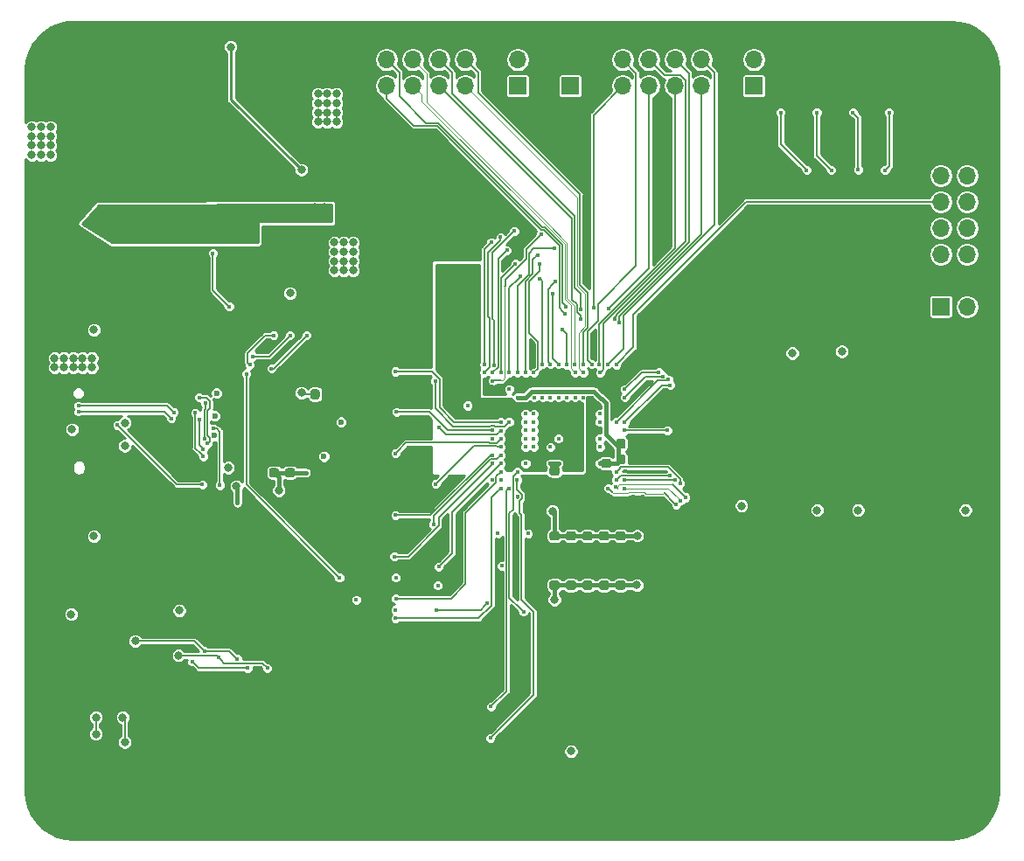
<source format=gbr>
G04 #@! TF.GenerationSoftware,KiCad,Pcbnew,5.0.1*
G04 #@! TF.CreationDate,2018-12-10T00:47:38+01:00*
G04 #@! TF.ProjectId,Kilsyth,4B696C737974682E6B696361645F7063,rev?*
G04 #@! TF.SameCoordinates,Original*
G04 #@! TF.FileFunction,Copper,L4,Bot,Signal*
G04 #@! TF.FilePolarity,Positive*
%FSLAX46Y46*%
G04 Gerber Fmt 4.6, Leading zero omitted, Abs format (unit mm)*
G04 Created by KiCad (PCBNEW 5.0.1) date Mon 10 Dec 2018 12:47:38 AM CET*
%MOMM*%
%LPD*%
G01*
G04 APERTURE LIST*
G04 #@! TA.AperFunction,Conductor*
%ADD10C,0.100000*%
G04 #@! TD*
G04 #@! TA.AperFunction,SMDPad,CuDef*
%ADD11C,0.875000*%
G04 #@! TD*
G04 #@! TA.AperFunction,ComponentPad*
%ADD12R,1.700000X1.700000*%
G04 #@! TD*
G04 #@! TA.AperFunction,ComponentPad*
%ADD13O,1.700000X1.700000*%
G04 #@! TD*
G04 #@! TA.AperFunction,ComponentPad*
%ADD14C,1.450000*%
G04 #@! TD*
G04 #@! TA.AperFunction,ComponentPad*
%ADD15O,1.900000X1.200000*%
G04 #@! TD*
G04 #@! TA.AperFunction,ComponentPad*
%ADD16O,2.600000X1.300000*%
G04 #@! TD*
G04 #@! TA.AperFunction,ComponentPad*
%ADD17O,2.300000X1.200000*%
G04 #@! TD*
G04 #@! TA.AperFunction,ComponentPad*
%ADD18O,1.100000X1.650000*%
G04 #@! TD*
G04 #@! TA.AperFunction,ComponentPad*
%ADD19C,6.400000*%
G04 #@! TD*
G04 #@! TA.AperFunction,ViaPad*
%ADD20C,0.800000*%
G04 #@! TD*
G04 #@! TA.AperFunction,ViaPad*
%ADD21C,0.450000*%
G04 #@! TD*
G04 #@! TA.AperFunction,ViaPad*
%ADD22C,0.600000*%
G04 #@! TD*
G04 #@! TA.AperFunction,Conductor*
%ADD23C,0.400000*%
G04 #@! TD*
G04 #@! TA.AperFunction,Conductor*
%ADD24C,0.127000*%
G04 #@! TD*
G04 #@! TA.AperFunction,Conductor*
%ADD25C,0.101600*%
G04 #@! TD*
G04 #@! TA.AperFunction,Conductor*
%ADD26C,0.200000*%
G04 #@! TD*
G04 #@! TA.AperFunction,Conductor*
%ADD27C,0.254000*%
G04 #@! TD*
G04 #@! TA.AperFunction,Conductor*
%ADD28C,0.203200*%
G04 #@! TD*
G04 APERTURE END LIST*
D10*
G04 #@! TO.N,GND*
G04 #@! TO.C,C6*
G36*
X109865191Y-92326053D02*
X109886426Y-92329203D01*
X109907250Y-92334419D01*
X109927462Y-92341651D01*
X109946868Y-92350830D01*
X109965281Y-92361866D01*
X109982524Y-92374654D01*
X109998430Y-92389070D01*
X110012846Y-92404976D01*
X110025634Y-92422219D01*
X110036670Y-92440632D01*
X110045849Y-92460038D01*
X110053081Y-92480250D01*
X110058297Y-92501074D01*
X110061447Y-92522309D01*
X110062500Y-92543750D01*
X110062500Y-93056250D01*
X110061447Y-93077691D01*
X110058297Y-93098926D01*
X110053081Y-93119750D01*
X110045849Y-93139962D01*
X110036670Y-93159368D01*
X110025634Y-93177781D01*
X110012846Y-93195024D01*
X109998430Y-93210930D01*
X109982524Y-93225346D01*
X109965281Y-93238134D01*
X109946868Y-93249170D01*
X109927462Y-93258349D01*
X109907250Y-93265581D01*
X109886426Y-93270797D01*
X109865191Y-93273947D01*
X109843750Y-93275000D01*
X109406250Y-93275000D01*
X109384809Y-93273947D01*
X109363574Y-93270797D01*
X109342750Y-93265581D01*
X109322538Y-93258349D01*
X109303132Y-93249170D01*
X109284719Y-93238134D01*
X109267476Y-93225346D01*
X109251570Y-93210930D01*
X109237154Y-93195024D01*
X109224366Y-93177781D01*
X109213330Y-93159368D01*
X109204151Y-93139962D01*
X109196919Y-93119750D01*
X109191703Y-93098926D01*
X109188553Y-93077691D01*
X109187500Y-93056250D01*
X109187500Y-92543750D01*
X109188553Y-92522309D01*
X109191703Y-92501074D01*
X109196919Y-92480250D01*
X109204151Y-92460038D01*
X109213330Y-92440632D01*
X109224366Y-92422219D01*
X109237154Y-92404976D01*
X109251570Y-92389070D01*
X109267476Y-92374654D01*
X109284719Y-92361866D01*
X109303132Y-92350830D01*
X109322538Y-92341651D01*
X109342750Y-92334419D01*
X109363574Y-92329203D01*
X109384809Y-92326053D01*
X109406250Y-92325000D01*
X109843750Y-92325000D01*
X109865191Y-92326053D01*
X109865191Y-92326053D01*
G37*
D11*
G04 #@! TD*
G04 #@! TO.P,C6,2*
G04 #@! TO.N,GND*
X109625000Y-92800000D03*
D10*
G04 #@! TO.N,+2V5*
G04 #@! TO.C,C6*
G36*
X108290191Y-92326053D02*
X108311426Y-92329203D01*
X108332250Y-92334419D01*
X108352462Y-92341651D01*
X108371868Y-92350830D01*
X108390281Y-92361866D01*
X108407524Y-92374654D01*
X108423430Y-92389070D01*
X108437846Y-92404976D01*
X108450634Y-92422219D01*
X108461670Y-92440632D01*
X108470849Y-92460038D01*
X108478081Y-92480250D01*
X108483297Y-92501074D01*
X108486447Y-92522309D01*
X108487500Y-92543750D01*
X108487500Y-93056250D01*
X108486447Y-93077691D01*
X108483297Y-93098926D01*
X108478081Y-93119750D01*
X108470849Y-93139962D01*
X108461670Y-93159368D01*
X108450634Y-93177781D01*
X108437846Y-93195024D01*
X108423430Y-93210930D01*
X108407524Y-93225346D01*
X108390281Y-93238134D01*
X108371868Y-93249170D01*
X108352462Y-93258349D01*
X108332250Y-93265581D01*
X108311426Y-93270797D01*
X108290191Y-93273947D01*
X108268750Y-93275000D01*
X107831250Y-93275000D01*
X107809809Y-93273947D01*
X107788574Y-93270797D01*
X107767750Y-93265581D01*
X107747538Y-93258349D01*
X107728132Y-93249170D01*
X107709719Y-93238134D01*
X107692476Y-93225346D01*
X107676570Y-93210930D01*
X107662154Y-93195024D01*
X107649366Y-93177781D01*
X107638330Y-93159368D01*
X107629151Y-93139962D01*
X107621919Y-93119750D01*
X107616703Y-93098926D01*
X107613553Y-93077691D01*
X107612500Y-93056250D01*
X107612500Y-92543750D01*
X107613553Y-92522309D01*
X107616703Y-92501074D01*
X107621919Y-92480250D01*
X107629151Y-92460038D01*
X107638330Y-92440632D01*
X107649366Y-92422219D01*
X107662154Y-92404976D01*
X107676570Y-92389070D01*
X107692476Y-92374654D01*
X107709719Y-92361866D01*
X107728132Y-92350830D01*
X107747538Y-92341651D01*
X107767750Y-92334419D01*
X107788574Y-92329203D01*
X107809809Y-92326053D01*
X107831250Y-92325000D01*
X108268750Y-92325000D01*
X108290191Y-92326053D01*
X108290191Y-92326053D01*
G37*
D11*
G04 #@! TD*
G04 #@! TO.P,C6,1*
G04 #@! TO.N,+2V5*
X108050000Y-92800000D03*
D12*
G04 #@! TO.P,J10,1*
G04 #@! TO.N,+3V3*
X103124000Y-56642000D03*
D13*
G04 #@! TO.P,J10,2*
G04 #@! TO.N,GND*
X103124000Y-54102000D03*
G04 #@! TD*
D14*
G04 #@! TO.P,J3,6*
G04 #@! TO.N,GND*
X54712500Y-100000000D03*
X54712500Y-105000000D03*
D15*
X52012500Y-99000000D03*
X52012500Y-106000000D03*
G04 #@! TD*
D16*
G04 #@! TO.P,J2,S1*
G04 #@! TO.N,GND*
X52450000Y-94320000D03*
X52450000Y-85680000D03*
D17*
X57500000Y-85680000D03*
X57500000Y-94320000D03*
D18*
X56900000Y-86020000D03*
X56910000Y-93980000D03*
G04 #@! TD*
D19*
G04 #@! TO.P,H4,1*
G04 #@! TO.N,GND*
X140000000Y-125000000D03*
G04 #@! TD*
G04 #@! TO.P,H3,1*
G04 #@! TO.N,GND*
X55000000Y-125000000D03*
G04 #@! TD*
G04 #@! TO.P,H2,1*
G04 #@! TO.N,GND*
X140000000Y-55000000D03*
G04 #@! TD*
G04 #@! TO.P,H1,1*
G04 #@! TO.N,GND*
X55000000Y-56500000D03*
G04 #@! TD*
D10*
G04 #@! TO.N,GND*
G04 #@! TO.C,C38*
G36*
X80240191Y-86026053D02*
X80261426Y-86029203D01*
X80282250Y-86034419D01*
X80302462Y-86041651D01*
X80321868Y-86050830D01*
X80340281Y-86061866D01*
X80357524Y-86074654D01*
X80373430Y-86089070D01*
X80387846Y-86104976D01*
X80400634Y-86122219D01*
X80411670Y-86140632D01*
X80420849Y-86160038D01*
X80428081Y-86180250D01*
X80433297Y-86201074D01*
X80436447Y-86222309D01*
X80437500Y-86243750D01*
X80437500Y-86756250D01*
X80436447Y-86777691D01*
X80433297Y-86798926D01*
X80428081Y-86819750D01*
X80420849Y-86839962D01*
X80411670Y-86859368D01*
X80400634Y-86877781D01*
X80387846Y-86895024D01*
X80373430Y-86910930D01*
X80357524Y-86925346D01*
X80340281Y-86938134D01*
X80321868Y-86949170D01*
X80302462Y-86958349D01*
X80282250Y-86965581D01*
X80261426Y-86970797D01*
X80240191Y-86973947D01*
X80218750Y-86975000D01*
X79781250Y-86975000D01*
X79759809Y-86973947D01*
X79738574Y-86970797D01*
X79717750Y-86965581D01*
X79697538Y-86958349D01*
X79678132Y-86949170D01*
X79659719Y-86938134D01*
X79642476Y-86925346D01*
X79626570Y-86910930D01*
X79612154Y-86895024D01*
X79599366Y-86877781D01*
X79588330Y-86859368D01*
X79579151Y-86839962D01*
X79571919Y-86819750D01*
X79566703Y-86798926D01*
X79563553Y-86777691D01*
X79562500Y-86756250D01*
X79562500Y-86243750D01*
X79563553Y-86222309D01*
X79566703Y-86201074D01*
X79571919Y-86180250D01*
X79579151Y-86160038D01*
X79588330Y-86140632D01*
X79599366Y-86122219D01*
X79612154Y-86104976D01*
X79626570Y-86089070D01*
X79642476Y-86074654D01*
X79659719Y-86061866D01*
X79678132Y-86050830D01*
X79697538Y-86041651D01*
X79717750Y-86034419D01*
X79738574Y-86029203D01*
X79759809Y-86026053D01*
X79781250Y-86025000D01*
X80218750Y-86025000D01*
X80240191Y-86026053D01*
X80240191Y-86026053D01*
G37*
D11*
G04 #@! TD*
G04 #@! TO.P,C38,2*
G04 #@! TO.N,GND*
X80000000Y-86500000D03*
D10*
G04 #@! TO.N,VD10*
G04 #@! TO.C,C38*
G36*
X78665191Y-86026053D02*
X78686426Y-86029203D01*
X78707250Y-86034419D01*
X78727462Y-86041651D01*
X78746868Y-86050830D01*
X78765281Y-86061866D01*
X78782524Y-86074654D01*
X78798430Y-86089070D01*
X78812846Y-86104976D01*
X78825634Y-86122219D01*
X78836670Y-86140632D01*
X78845849Y-86160038D01*
X78853081Y-86180250D01*
X78858297Y-86201074D01*
X78861447Y-86222309D01*
X78862500Y-86243750D01*
X78862500Y-86756250D01*
X78861447Y-86777691D01*
X78858297Y-86798926D01*
X78853081Y-86819750D01*
X78845849Y-86839962D01*
X78836670Y-86859368D01*
X78825634Y-86877781D01*
X78812846Y-86895024D01*
X78798430Y-86910930D01*
X78782524Y-86925346D01*
X78765281Y-86938134D01*
X78746868Y-86949170D01*
X78727462Y-86958349D01*
X78707250Y-86965581D01*
X78686426Y-86970797D01*
X78665191Y-86973947D01*
X78643750Y-86975000D01*
X78206250Y-86975000D01*
X78184809Y-86973947D01*
X78163574Y-86970797D01*
X78142750Y-86965581D01*
X78122538Y-86958349D01*
X78103132Y-86949170D01*
X78084719Y-86938134D01*
X78067476Y-86925346D01*
X78051570Y-86910930D01*
X78037154Y-86895024D01*
X78024366Y-86877781D01*
X78013330Y-86859368D01*
X78004151Y-86839962D01*
X77996919Y-86819750D01*
X77991703Y-86798926D01*
X77988553Y-86777691D01*
X77987500Y-86756250D01*
X77987500Y-86243750D01*
X77988553Y-86222309D01*
X77991703Y-86201074D01*
X77996919Y-86180250D01*
X78004151Y-86160038D01*
X78013330Y-86140632D01*
X78024366Y-86122219D01*
X78037154Y-86104976D01*
X78051570Y-86089070D01*
X78067476Y-86074654D01*
X78084719Y-86061866D01*
X78103132Y-86050830D01*
X78122538Y-86041651D01*
X78142750Y-86034419D01*
X78163574Y-86029203D01*
X78184809Y-86026053D01*
X78206250Y-86025000D01*
X78643750Y-86025000D01*
X78665191Y-86026053D01*
X78665191Y-86026053D01*
G37*
D11*
G04 #@! TD*
G04 #@! TO.P,C38,1*
G04 #@! TO.N,VD10*
X78425000Y-86500000D03*
D10*
G04 #@! TO.N,GND*
G04 #@! TO.C,C39*
G36*
X76277691Y-92076053D02*
X76298926Y-92079203D01*
X76319750Y-92084419D01*
X76339962Y-92091651D01*
X76359368Y-92100830D01*
X76377781Y-92111866D01*
X76395024Y-92124654D01*
X76410930Y-92139070D01*
X76425346Y-92154976D01*
X76438134Y-92172219D01*
X76449170Y-92190632D01*
X76458349Y-92210038D01*
X76465581Y-92230250D01*
X76470797Y-92251074D01*
X76473947Y-92272309D01*
X76475000Y-92293750D01*
X76475000Y-92731250D01*
X76473947Y-92752691D01*
X76470797Y-92773926D01*
X76465581Y-92794750D01*
X76458349Y-92814962D01*
X76449170Y-92834368D01*
X76438134Y-92852781D01*
X76425346Y-92870024D01*
X76410930Y-92885930D01*
X76395024Y-92900346D01*
X76377781Y-92913134D01*
X76359368Y-92924170D01*
X76339962Y-92933349D01*
X76319750Y-92940581D01*
X76298926Y-92945797D01*
X76277691Y-92948947D01*
X76256250Y-92950000D01*
X75743750Y-92950000D01*
X75722309Y-92948947D01*
X75701074Y-92945797D01*
X75680250Y-92940581D01*
X75660038Y-92933349D01*
X75640632Y-92924170D01*
X75622219Y-92913134D01*
X75604976Y-92900346D01*
X75589070Y-92885930D01*
X75574654Y-92870024D01*
X75561866Y-92852781D01*
X75550830Y-92834368D01*
X75541651Y-92814962D01*
X75534419Y-92794750D01*
X75529203Y-92773926D01*
X75526053Y-92752691D01*
X75525000Y-92731250D01*
X75525000Y-92293750D01*
X75526053Y-92272309D01*
X75529203Y-92251074D01*
X75534419Y-92230250D01*
X75541651Y-92210038D01*
X75550830Y-92190632D01*
X75561866Y-92172219D01*
X75574654Y-92154976D01*
X75589070Y-92139070D01*
X75604976Y-92124654D01*
X75622219Y-92111866D01*
X75640632Y-92100830D01*
X75660038Y-92091651D01*
X75680250Y-92084419D01*
X75701074Y-92079203D01*
X75722309Y-92076053D01*
X75743750Y-92075000D01*
X76256250Y-92075000D01*
X76277691Y-92076053D01*
X76277691Y-92076053D01*
G37*
D11*
G04 #@! TD*
G04 #@! TO.P,C39,2*
G04 #@! TO.N,GND*
X76000000Y-92512500D03*
D10*
G04 #@! TO.N,+3V3*
G04 #@! TO.C,C39*
G36*
X76277691Y-93651053D02*
X76298926Y-93654203D01*
X76319750Y-93659419D01*
X76339962Y-93666651D01*
X76359368Y-93675830D01*
X76377781Y-93686866D01*
X76395024Y-93699654D01*
X76410930Y-93714070D01*
X76425346Y-93729976D01*
X76438134Y-93747219D01*
X76449170Y-93765632D01*
X76458349Y-93785038D01*
X76465581Y-93805250D01*
X76470797Y-93826074D01*
X76473947Y-93847309D01*
X76475000Y-93868750D01*
X76475000Y-94306250D01*
X76473947Y-94327691D01*
X76470797Y-94348926D01*
X76465581Y-94369750D01*
X76458349Y-94389962D01*
X76449170Y-94409368D01*
X76438134Y-94427781D01*
X76425346Y-94445024D01*
X76410930Y-94460930D01*
X76395024Y-94475346D01*
X76377781Y-94488134D01*
X76359368Y-94499170D01*
X76339962Y-94508349D01*
X76319750Y-94515581D01*
X76298926Y-94520797D01*
X76277691Y-94523947D01*
X76256250Y-94525000D01*
X75743750Y-94525000D01*
X75722309Y-94523947D01*
X75701074Y-94520797D01*
X75680250Y-94515581D01*
X75660038Y-94508349D01*
X75640632Y-94499170D01*
X75622219Y-94488134D01*
X75604976Y-94475346D01*
X75589070Y-94460930D01*
X75574654Y-94445024D01*
X75561866Y-94427781D01*
X75550830Y-94409368D01*
X75541651Y-94389962D01*
X75534419Y-94369750D01*
X75529203Y-94348926D01*
X75526053Y-94327691D01*
X75525000Y-94306250D01*
X75525000Y-93868750D01*
X75526053Y-93847309D01*
X75529203Y-93826074D01*
X75534419Y-93805250D01*
X75541651Y-93785038D01*
X75550830Y-93765632D01*
X75561866Y-93747219D01*
X75574654Y-93729976D01*
X75589070Y-93714070D01*
X75604976Y-93699654D01*
X75622219Y-93686866D01*
X75640632Y-93675830D01*
X75660038Y-93666651D01*
X75680250Y-93659419D01*
X75701074Y-93654203D01*
X75722309Y-93651053D01*
X75743750Y-93650000D01*
X76256250Y-93650000D01*
X76277691Y-93651053D01*
X76277691Y-93651053D01*
G37*
D11*
G04 #@! TD*
G04 #@! TO.P,C39,1*
G04 #@! TO.N,+3V3*
X76000000Y-94087500D03*
D10*
G04 #@! TO.N,GND*
G04 #@! TO.C,C40*
G36*
X74727691Y-92076053D02*
X74748926Y-92079203D01*
X74769750Y-92084419D01*
X74789962Y-92091651D01*
X74809368Y-92100830D01*
X74827781Y-92111866D01*
X74845024Y-92124654D01*
X74860930Y-92139070D01*
X74875346Y-92154976D01*
X74888134Y-92172219D01*
X74899170Y-92190632D01*
X74908349Y-92210038D01*
X74915581Y-92230250D01*
X74920797Y-92251074D01*
X74923947Y-92272309D01*
X74925000Y-92293750D01*
X74925000Y-92731250D01*
X74923947Y-92752691D01*
X74920797Y-92773926D01*
X74915581Y-92794750D01*
X74908349Y-92814962D01*
X74899170Y-92834368D01*
X74888134Y-92852781D01*
X74875346Y-92870024D01*
X74860930Y-92885930D01*
X74845024Y-92900346D01*
X74827781Y-92913134D01*
X74809368Y-92924170D01*
X74789962Y-92933349D01*
X74769750Y-92940581D01*
X74748926Y-92945797D01*
X74727691Y-92948947D01*
X74706250Y-92950000D01*
X74193750Y-92950000D01*
X74172309Y-92948947D01*
X74151074Y-92945797D01*
X74130250Y-92940581D01*
X74110038Y-92933349D01*
X74090632Y-92924170D01*
X74072219Y-92913134D01*
X74054976Y-92900346D01*
X74039070Y-92885930D01*
X74024654Y-92870024D01*
X74011866Y-92852781D01*
X74000830Y-92834368D01*
X73991651Y-92814962D01*
X73984419Y-92794750D01*
X73979203Y-92773926D01*
X73976053Y-92752691D01*
X73975000Y-92731250D01*
X73975000Y-92293750D01*
X73976053Y-92272309D01*
X73979203Y-92251074D01*
X73984419Y-92230250D01*
X73991651Y-92210038D01*
X74000830Y-92190632D01*
X74011866Y-92172219D01*
X74024654Y-92154976D01*
X74039070Y-92139070D01*
X74054976Y-92124654D01*
X74072219Y-92111866D01*
X74090632Y-92100830D01*
X74110038Y-92091651D01*
X74130250Y-92084419D01*
X74151074Y-92079203D01*
X74172309Y-92076053D01*
X74193750Y-92075000D01*
X74706250Y-92075000D01*
X74727691Y-92076053D01*
X74727691Y-92076053D01*
G37*
D11*
G04 #@! TD*
G04 #@! TO.P,C40,2*
G04 #@! TO.N,GND*
X74450000Y-92512500D03*
D10*
G04 #@! TO.N,+3V3*
G04 #@! TO.C,C40*
G36*
X74727691Y-93651053D02*
X74748926Y-93654203D01*
X74769750Y-93659419D01*
X74789962Y-93666651D01*
X74809368Y-93675830D01*
X74827781Y-93686866D01*
X74845024Y-93699654D01*
X74860930Y-93714070D01*
X74875346Y-93729976D01*
X74888134Y-93747219D01*
X74899170Y-93765632D01*
X74908349Y-93785038D01*
X74915581Y-93805250D01*
X74920797Y-93826074D01*
X74923947Y-93847309D01*
X74925000Y-93868750D01*
X74925000Y-94306250D01*
X74923947Y-94327691D01*
X74920797Y-94348926D01*
X74915581Y-94369750D01*
X74908349Y-94389962D01*
X74899170Y-94409368D01*
X74888134Y-94427781D01*
X74875346Y-94445024D01*
X74860930Y-94460930D01*
X74845024Y-94475346D01*
X74827781Y-94488134D01*
X74809368Y-94499170D01*
X74789962Y-94508349D01*
X74769750Y-94515581D01*
X74748926Y-94520797D01*
X74727691Y-94523947D01*
X74706250Y-94525000D01*
X74193750Y-94525000D01*
X74172309Y-94523947D01*
X74151074Y-94520797D01*
X74130250Y-94515581D01*
X74110038Y-94508349D01*
X74090632Y-94499170D01*
X74072219Y-94488134D01*
X74054976Y-94475346D01*
X74039070Y-94460930D01*
X74024654Y-94445024D01*
X74011866Y-94427781D01*
X74000830Y-94409368D01*
X73991651Y-94389962D01*
X73984419Y-94369750D01*
X73979203Y-94348926D01*
X73976053Y-94327691D01*
X73975000Y-94306250D01*
X73975000Y-93868750D01*
X73976053Y-93847309D01*
X73979203Y-93826074D01*
X73984419Y-93805250D01*
X73991651Y-93785038D01*
X74000830Y-93765632D01*
X74011866Y-93747219D01*
X74024654Y-93729976D01*
X74039070Y-93714070D01*
X74054976Y-93699654D01*
X74072219Y-93686866D01*
X74090632Y-93675830D01*
X74110038Y-93666651D01*
X74130250Y-93659419D01*
X74151074Y-93654203D01*
X74172309Y-93651053D01*
X74193750Y-93650000D01*
X74706250Y-93650000D01*
X74727691Y-93651053D01*
X74727691Y-93651053D01*
G37*
D11*
G04 #@! TD*
G04 #@! TO.P,C40,1*
G04 #@! TO.N,+3V3*
X74450000Y-94087500D03*
D10*
G04 #@! TO.N,GND*
G04 #@! TO.C,C44*
G36*
X103977691Y-94563553D02*
X103998926Y-94566703D01*
X104019750Y-94571919D01*
X104039962Y-94579151D01*
X104059368Y-94588330D01*
X104077781Y-94599366D01*
X104095024Y-94612154D01*
X104110930Y-94626570D01*
X104125346Y-94642476D01*
X104138134Y-94659719D01*
X104149170Y-94678132D01*
X104158349Y-94697538D01*
X104165581Y-94717750D01*
X104170797Y-94738574D01*
X104173947Y-94759809D01*
X104175000Y-94781250D01*
X104175000Y-95218750D01*
X104173947Y-95240191D01*
X104170797Y-95261426D01*
X104165581Y-95282250D01*
X104158349Y-95302462D01*
X104149170Y-95321868D01*
X104138134Y-95340281D01*
X104125346Y-95357524D01*
X104110930Y-95373430D01*
X104095024Y-95387846D01*
X104077781Y-95400634D01*
X104059368Y-95411670D01*
X104039962Y-95420849D01*
X104019750Y-95428081D01*
X103998926Y-95433297D01*
X103977691Y-95436447D01*
X103956250Y-95437500D01*
X103443750Y-95437500D01*
X103422309Y-95436447D01*
X103401074Y-95433297D01*
X103380250Y-95428081D01*
X103360038Y-95420849D01*
X103340632Y-95411670D01*
X103322219Y-95400634D01*
X103304976Y-95387846D01*
X103289070Y-95373430D01*
X103274654Y-95357524D01*
X103261866Y-95340281D01*
X103250830Y-95321868D01*
X103241651Y-95302462D01*
X103234419Y-95282250D01*
X103229203Y-95261426D01*
X103226053Y-95240191D01*
X103225000Y-95218750D01*
X103225000Y-94781250D01*
X103226053Y-94759809D01*
X103229203Y-94738574D01*
X103234419Y-94717750D01*
X103241651Y-94697538D01*
X103250830Y-94678132D01*
X103261866Y-94659719D01*
X103274654Y-94642476D01*
X103289070Y-94626570D01*
X103304976Y-94612154D01*
X103322219Y-94599366D01*
X103340632Y-94588330D01*
X103360038Y-94579151D01*
X103380250Y-94571919D01*
X103401074Y-94566703D01*
X103422309Y-94563553D01*
X103443750Y-94562500D01*
X103956250Y-94562500D01*
X103977691Y-94563553D01*
X103977691Y-94563553D01*
G37*
D11*
G04 #@! TD*
G04 #@! TO.P,C44,2*
G04 #@! TO.N,GND*
X103700000Y-95000000D03*
D10*
G04 #@! TO.N,+1V1*
G04 #@! TO.C,C44*
G36*
X103977691Y-92988553D02*
X103998926Y-92991703D01*
X104019750Y-92996919D01*
X104039962Y-93004151D01*
X104059368Y-93013330D01*
X104077781Y-93024366D01*
X104095024Y-93037154D01*
X104110930Y-93051570D01*
X104125346Y-93067476D01*
X104138134Y-93084719D01*
X104149170Y-93103132D01*
X104158349Y-93122538D01*
X104165581Y-93142750D01*
X104170797Y-93163574D01*
X104173947Y-93184809D01*
X104175000Y-93206250D01*
X104175000Y-93643750D01*
X104173947Y-93665191D01*
X104170797Y-93686426D01*
X104165581Y-93707250D01*
X104158349Y-93727462D01*
X104149170Y-93746868D01*
X104138134Y-93765281D01*
X104125346Y-93782524D01*
X104110930Y-93798430D01*
X104095024Y-93812846D01*
X104077781Y-93825634D01*
X104059368Y-93836670D01*
X104039962Y-93845849D01*
X104019750Y-93853081D01*
X103998926Y-93858297D01*
X103977691Y-93861447D01*
X103956250Y-93862500D01*
X103443750Y-93862500D01*
X103422309Y-93861447D01*
X103401074Y-93858297D01*
X103380250Y-93853081D01*
X103360038Y-93845849D01*
X103340632Y-93836670D01*
X103322219Y-93825634D01*
X103304976Y-93812846D01*
X103289070Y-93798430D01*
X103274654Y-93782524D01*
X103261866Y-93765281D01*
X103250830Y-93746868D01*
X103241651Y-93727462D01*
X103234419Y-93707250D01*
X103229203Y-93686426D01*
X103226053Y-93665191D01*
X103225000Y-93643750D01*
X103225000Y-93206250D01*
X103226053Y-93184809D01*
X103229203Y-93163574D01*
X103234419Y-93142750D01*
X103241651Y-93122538D01*
X103250830Y-93103132D01*
X103261866Y-93084719D01*
X103274654Y-93067476D01*
X103289070Y-93051570D01*
X103304976Y-93037154D01*
X103322219Y-93024366D01*
X103340632Y-93013330D01*
X103360038Y-93004151D01*
X103380250Y-92996919D01*
X103401074Y-92991703D01*
X103422309Y-92988553D01*
X103443750Y-92987500D01*
X103956250Y-92987500D01*
X103977691Y-92988553D01*
X103977691Y-92988553D01*
G37*
D11*
G04 #@! TD*
G04 #@! TO.P,C44,1*
G04 #@! TO.N,+1V1*
X103700000Y-93425000D03*
D10*
G04 #@! TO.N,GND*
G04 #@! TO.C,C45*
G36*
X109865191Y-90826053D02*
X109886426Y-90829203D01*
X109907250Y-90834419D01*
X109927462Y-90841651D01*
X109946868Y-90850830D01*
X109965281Y-90861866D01*
X109982524Y-90874654D01*
X109998430Y-90889070D01*
X110012846Y-90904976D01*
X110025634Y-90922219D01*
X110036670Y-90940632D01*
X110045849Y-90960038D01*
X110053081Y-90980250D01*
X110058297Y-91001074D01*
X110061447Y-91022309D01*
X110062500Y-91043750D01*
X110062500Y-91556250D01*
X110061447Y-91577691D01*
X110058297Y-91598926D01*
X110053081Y-91619750D01*
X110045849Y-91639962D01*
X110036670Y-91659368D01*
X110025634Y-91677781D01*
X110012846Y-91695024D01*
X109998430Y-91710930D01*
X109982524Y-91725346D01*
X109965281Y-91738134D01*
X109946868Y-91749170D01*
X109927462Y-91758349D01*
X109907250Y-91765581D01*
X109886426Y-91770797D01*
X109865191Y-91773947D01*
X109843750Y-91775000D01*
X109406250Y-91775000D01*
X109384809Y-91773947D01*
X109363574Y-91770797D01*
X109342750Y-91765581D01*
X109322538Y-91758349D01*
X109303132Y-91749170D01*
X109284719Y-91738134D01*
X109267476Y-91725346D01*
X109251570Y-91710930D01*
X109237154Y-91695024D01*
X109224366Y-91677781D01*
X109213330Y-91659368D01*
X109204151Y-91639962D01*
X109196919Y-91619750D01*
X109191703Y-91598926D01*
X109188553Y-91577691D01*
X109187500Y-91556250D01*
X109187500Y-91043750D01*
X109188553Y-91022309D01*
X109191703Y-91001074D01*
X109196919Y-90980250D01*
X109204151Y-90960038D01*
X109213330Y-90940632D01*
X109224366Y-90922219D01*
X109237154Y-90904976D01*
X109251570Y-90889070D01*
X109267476Y-90874654D01*
X109284719Y-90861866D01*
X109303132Y-90850830D01*
X109322538Y-90841651D01*
X109342750Y-90834419D01*
X109363574Y-90829203D01*
X109384809Y-90826053D01*
X109406250Y-90825000D01*
X109843750Y-90825000D01*
X109865191Y-90826053D01*
X109865191Y-90826053D01*
G37*
D11*
G04 #@! TD*
G04 #@! TO.P,C45,2*
G04 #@! TO.N,GND*
X109625000Y-91300000D03*
D10*
G04 #@! TO.N,+2V5*
G04 #@! TO.C,C45*
G36*
X108290191Y-90826053D02*
X108311426Y-90829203D01*
X108332250Y-90834419D01*
X108352462Y-90841651D01*
X108371868Y-90850830D01*
X108390281Y-90861866D01*
X108407524Y-90874654D01*
X108423430Y-90889070D01*
X108437846Y-90904976D01*
X108450634Y-90922219D01*
X108461670Y-90940632D01*
X108470849Y-90960038D01*
X108478081Y-90980250D01*
X108483297Y-91001074D01*
X108486447Y-91022309D01*
X108487500Y-91043750D01*
X108487500Y-91556250D01*
X108486447Y-91577691D01*
X108483297Y-91598926D01*
X108478081Y-91619750D01*
X108470849Y-91639962D01*
X108461670Y-91659368D01*
X108450634Y-91677781D01*
X108437846Y-91695024D01*
X108423430Y-91710930D01*
X108407524Y-91725346D01*
X108390281Y-91738134D01*
X108371868Y-91749170D01*
X108352462Y-91758349D01*
X108332250Y-91765581D01*
X108311426Y-91770797D01*
X108290191Y-91773947D01*
X108268750Y-91775000D01*
X107831250Y-91775000D01*
X107809809Y-91773947D01*
X107788574Y-91770797D01*
X107767750Y-91765581D01*
X107747538Y-91758349D01*
X107728132Y-91749170D01*
X107709719Y-91738134D01*
X107692476Y-91725346D01*
X107676570Y-91710930D01*
X107662154Y-91695024D01*
X107649366Y-91677781D01*
X107638330Y-91659368D01*
X107629151Y-91639962D01*
X107621919Y-91619750D01*
X107616703Y-91598926D01*
X107613553Y-91577691D01*
X107612500Y-91556250D01*
X107612500Y-91043750D01*
X107613553Y-91022309D01*
X107616703Y-91001074D01*
X107621919Y-90980250D01*
X107629151Y-90960038D01*
X107638330Y-90940632D01*
X107649366Y-90922219D01*
X107662154Y-90904976D01*
X107676570Y-90889070D01*
X107692476Y-90874654D01*
X107709719Y-90861866D01*
X107728132Y-90850830D01*
X107747538Y-90841651D01*
X107767750Y-90834419D01*
X107788574Y-90829203D01*
X107809809Y-90826053D01*
X107831250Y-90825000D01*
X108268750Y-90825000D01*
X108290191Y-90826053D01*
X108290191Y-90826053D01*
G37*
D11*
G04 #@! TD*
G04 #@! TO.P,C45,1*
G04 #@! TO.N,+2V5*
X108050000Y-91300000D03*
D10*
G04 #@! TO.N,GND*
G04 #@! TO.C,C46*
G36*
X101877691Y-101363553D02*
X101898926Y-101366703D01*
X101919750Y-101371919D01*
X101939962Y-101379151D01*
X101959368Y-101388330D01*
X101977781Y-101399366D01*
X101995024Y-101412154D01*
X102010930Y-101426570D01*
X102025346Y-101442476D01*
X102038134Y-101459719D01*
X102049170Y-101478132D01*
X102058349Y-101497538D01*
X102065581Y-101517750D01*
X102070797Y-101538574D01*
X102073947Y-101559809D01*
X102075000Y-101581250D01*
X102075000Y-102018750D01*
X102073947Y-102040191D01*
X102070797Y-102061426D01*
X102065581Y-102082250D01*
X102058349Y-102102462D01*
X102049170Y-102121868D01*
X102038134Y-102140281D01*
X102025346Y-102157524D01*
X102010930Y-102173430D01*
X101995024Y-102187846D01*
X101977781Y-102200634D01*
X101959368Y-102211670D01*
X101939962Y-102220849D01*
X101919750Y-102228081D01*
X101898926Y-102233297D01*
X101877691Y-102236447D01*
X101856250Y-102237500D01*
X101343750Y-102237500D01*
X101322309Y-102236447D01*
X101301074Y-102233297D01*
X101280250Y-102228081D01*
X101260038Y-102220849D01*
X101240632Y-102211670D01*
X101222219Y-102200634D01*
X101204976Y-102187846D01*
X101189070Y-102173430D01*
X101174654Y-102157524D01*
X101161866Y-102140281D01*
X101150830Y-102121868D01*
X101141651Y-102102462D01*
X101134419Y-102082250D01*
X101129203Y-102061426D01*
X101126053Y-102040191D01*
X101125000Y-102018750D01*
X101125000Y-101581250D01*
X101126053Y-101559809D01*
X101129203Y-101538574D01*
X101134419Y-101517750D01*
X101141651Y-101497538D01*
X101150830Y-101478132D01*
X101161866Y-101459719D01*
X101174654Y-101442476D01*
X101189070Y-101426570D01*
X101204976Y-101412154D01*
X101222219Y-101399366D01*
X101240632Y-101388330D01*
X101260038Y-101379151D01*
X101280250Y-101371919D01*
X101301074Y-101366703D01*
X101322309Y-101363553D01*
X101343750Y-101362500D01*
X101856250Y-101362500D01*
X101877691Y-101363553D01*
X101877691Y-101363553D01*
G37*
D11*
G04 #@! TD*
G04 #@! TO.P,C46,2*
G04 #@! TO.N,GND*
X101600000Y-101800000D03*
D10*
G04 #@! TO.N,+3V3*
G04 #@! TO.C,C46*
G36*
X101877691Y-99788553D02*
X101898926Y-99791703D01*
X101919750Y-99796919D01*
X101939962Y-99804151D01*
X101959368Y-99813330D01*
X101977781Y-99824366D01*
X101995024Y-99837154D01*
X102010930Y-99851570D01*
X102025346Y-99867476D01*
X102038134Y-99884719D01*
X102049170Y-99903132D01*
X102058349Y-99922538D01*
X102065581Y-99942750D01*
X102070797Y-99963574D01*
X102073947Y-99984809D01*
X102075000Y-100006250D01*
X102075000Y-100443750D01*
X102073947Y-100465191D01*
X102070797Y-100486426D01*
X102065581Y-100507250D01*
X102058349Y-100527462D01*
X102049170Y-100546868D01*
X102038134Y-100565281D01*
X102025346Y-100582524D01*
X102010930Y-100598430D01*
X101995024Y-100612846D01*
X101977781Y-100625634D01*
X101959368Y-100636670D01*
X101939962Y-100645849D01*
X101919750Y-100653081D01*
X101898926Y-100658297D01*
X101877691Y-100661447D01*
X101856250Y-100662500D01*
X101343750Y-100662500D01*
X101322309Y-100661447D01*
X101301074Y-100658297D01*
X101280250Y-100653081D01*
X101260038Y-100645849D01*
X101240632Y-100636670D01*
X101222219Y-100625634D01*
X101204976Y-100612846D01*
X101189070Y-100598430D01*
X101174654Y-100582524D01*
X101161866Y-100565281D01*
X101150830Y-100546868D01*
X101141651Y-100527462D01*
X101134419Y-100507250D01*
X101129203Y-100486426D01*
X101126053Y-100465191D01*
X101125000Y-100443750D01*
X101125000Y-100006250D01*
X101126053Y-99984809D01*
X101129203Y-99963574D01*
X101134419Y-99942750D01*
X101141651Y-99922538D01*
X101150830Y-99903132D01*
X101161866Y-99884719D01*
X101174654Y-99867476D01*
X101189070Y-99851570D01*
X101204976Y-99837154D01*
X101222219Y-99824366D01*
X101240632Y-99813330D01*
X101260038Y-99804151D01*
X101280250Y-99796919D01*
X101301074Y-99791703D01*
X101322309Y-99788553D01*
X101343750Y-99787500D01*
X101856250Y-99787500D01*
X101877691Y-99788553D01*
X101877691Y-99788553D01*
G37*
D11*
G04 #@! TD*
G04 #@! TO.P,C46,1*
G04 #@! TO.N,+3V3*
X101600000Y-100225000D03*
D10*
G04 #@! TO.N,GND*
G04 #@! TO.C,C47*
G36*
X105527691Y-89526053D02*
X105548926Y-89529203D01*
X105569750Y-89534419D01*
X105589962Y-89541651D01*
X105609368Y-89550830D01*
X105627781Y-89561866D01*
X105645024Y-89574654D01*
X105660930Y-89589070D01*
X105675346Y-89604976D01*
X105688134Y-89622219D01*
X105699170Y-89640632D01*
X105708349Y-89660038D01*
X105715581Y-89680250D01*
X105720797Y-89701074D01*
X105723947Y-89722309D01*
X105725000Y-89743750D01*
X105725000Y-90256250D01*
X105723947Y-90277691D01*
X105720797Y-90298926D01*
X105715581Y-90319750D01*
X105708349Y-90339962D01*
X105699170Y-90359368D01*
X105688134Y-90377781D01*
X105675346Y-90395024D01*
X105660930Y-90410930D01*
X105645024Y-90425346D01*
X105627781Y-90438134D01*
X105609368Y-90449170D01*
X105589962Y-90458349D01*
X105569750Y-90465581D01*
X105548926Y-90470797D01*
X105527691Y-90473947D01*
X105506250Y-90475000D01*
X105068750Y-90475000D01*
X105047309Y-90473947D01*
X105026074Y-90470797D01*
X105005250Y-90465581D01*
X104985038Y-90458349D01*
X104965632Y-90449170D01*
X104947219Y-90438134D01*
X104929976Y-90425346D01*
X104914070Y-90410930D01*
X104899654Y-90395024D01*
X104886866Y-90377781D01*
X104875830Y-90359368D01*
X104866651Y-90339962D01*
X104859419Y-90319750D01*
X104854203Y-90298926D01*
X104851053Y-90277691D01*
X104850000Y-90256250D01*
X104850000Y-89743750D01*
X104851053Y-89722309D01*
X104854203Y-89701074D01*
X104859419Y-89680250D01*
X104866651Y-89660038D01*
X104875830Y-89640632D01*
X104886866Y-89622219D01*
X104899654Y-89604976D01*
X104914070Y-89589070D01*
X104929976Y-89574654D01*
X104947219Y-89561866D01*
X104965632Y-89550830D01*
X104985038Y-89541651D01*
X105005250Y-89534419D01*
X105026074Y-89529203D01*
X105047309Y-89526053D01*
X105068750Y-89525000D01*
X105506250Y-89525000D01*
X105527691Y-89526053D01*
X105527691Y-89526053D01*
G37*
D11*
G04 #@! TD*
G04 #@! TO.P,C47,2*
G04 #@! TO.N,GND*
X105287500Y-90000000D03*
D10*
G04 #@! TO.N,+1V1*
G04 #@! TO.C,C47*
G36*
X103952691Y-89526053D02*
X103973926Y-89529203D01*
X103994750Y-89534419D01*
X104014962Y-89541651D01*
X104034368Y-89550830D01*
X104052781Y-89561866D01*
X104070024Y-89574654D01*
X104085930Y-89589070D01*
X104100346Y-89604976D01*
X104113134Y-89622219D01*
X104124170Y-89640632D01*
X104133349Y-89660038D01*
X104140581Y-89680250D01*
X104145797Y-89701074D01*
X104148947Y-89722309D01*
X104150000Y-89743750D01*
X104150000Y-90256250D01*
X104148947Y-90277691D01*
X104145797Y-90298926D01*
X104140581Y-90319750D01*
X104133349Y-90339962D01*
X104124170Y-90359368D01*
X104113134Y-90377781D01*
X104100346Y-90395024D01*
X104085930Y-90410930D01*
X104070024Y-90425346D01*
X104052781Y-90438134D01*
X104034368Y-90449170D01*
X104014962Y-90458349D01*
X103994750Y-90465581D01*
X103973926Y-90470797D01*
X103952691Y-90473947D01*
X103931250Y-90475000D01*
X103493750Y-90475000D01*
X103472309Y-90473947D01*
X103451074Y-90470797D01*
X103430250Y-90465581D01*
X103410038Y-90458349D01*
X103390632Y-90449170D01*
X103372219Y-90438134D01*
X103354976Y-90425346D01*
X103339070Y-90410930D01*
X103324654Y-90395024D01*
X103311866Y-90377781D01*
X103300830Y-90359368D01*
X103291651Y-90339962D01*
X103284419Y-90319750D01*
X103279203Y-90298926D01*
X103276053Y-90277691D01*
X103275000Y-90256250D01*
X103275000Y-89743750D01*
X103276053Y-89722309D01*
X103279203Y-89701074D01*
X103284419Y-89680250D01*
X103291651Y-89660038D01*
X103300830Y-89640632D01*
X103311866Y-89622219D01*
X103324654Y-89604976D01*
X103339070Y-89589070D01*
X103354976Y-89574654D01*
X103372219Y-89561866D01*
X103390632Y-89550830D01*
X103410038Y-89541651D01*
X103430250Y-89534419D01*
X103451074Y-89529203D01*
X103472309Y-89526053D01*
X103493750Y-89525000D01*
X103931250Y-89525000D01*
X103952691Y-89526053D01*
X103952691Y-89526053D01*
G37*
D11*
G04 #@! TD*
G04 #@! TO.P,C47,1*
G04 #@! TO.N,+1V1*
X103712500Y-90000000D03*
D10*
G04 #@! TO.N,GND*
G04 #@! TO.C,C48*
G36*
X106877691Y-94338553D02*
X106898926Y-94341703D01*
X106919750Y-94346919D01*
X106939962Y-94354151D01*
X106959368Y-94363330D01*
X106977781Y-94374366D01*
X106995024Y-94387154D01*
X107010930Y-94401570D01*
X107025346Y-94417476D01*
X107038134Y-94434719D01*
X107049170Y-94453132D01*
X107058349Y-94472538D01*
X107065581Y-94492750D01*
X107070797Y-94513574D01*
X107073947Y-94534809D01*
X107075000Y-94556250D01*
X107075000Y-94993750D01*
X107073947Y-95015191D01*
X107070797Y-95036426D01*
X107065581Y-95057250D01*
X107058349Y-95077462D01*
X107049170Y-95096868D01*
X107038134Y-95115281D01*
X107025346Y-95132524D01*
X107010930Y-95148430D01*
X106995024Y-95162846D01*
X106977781Y-95175634D01*
X106959368Y-95186670D01*
X106939962Y-95195849D01*
X106919750Y-95203081D01*
X106898926Y-95208297D01*
X106877691Y-95211447D01*
X106856250Y-95212500D01*
X106343750Y-95212500D01*
X106322309Y-95211447D01*
X106301074Y-95208297D01*
X106280250Y-95203081D01*
X106260038Y-95195849D01*
X106240632Y-95186670D01*
X106222219Y-95175634D01*
X106204976Y-95162846D01*
X106189070Y-95148430D01*
X106174654Y-95132524D01*
X106161866Y-95115281D01*
X106150830Y-95096868D01*
X106141651Y-95077462D01*
X106134419Y-95057250D01*
X106129203Y-95036426D01*
X106126053Y-95015191D01*
X106125000Y-94993750D01*
X106125000Y-94556250D01*
X106126053Y-94534809D01*
X106129203Y-94513574D01*
X106134419Y-94492750D01*
X106141651Y-94472538D01*
X106150830Y-94453132D01*
X106161866Y-94434719D01*
X106174654Y-94417476D01*
X106189070Y-94401570D01*
X106204976Y-94387154D01*
X106222219Y-94374366D01*
X106240632Y-94363330D01*
X106260038Y-94354151D01*
X106280250Y-94346919D01*
X106301074Y-94341703D01*
X106322309Y-94338553D01*
X106343750Y-94337500D01*
X106856250Y-94337500D01*
X106877691Y-94338553D01*
X106877691Y-94338553D01*
G37*
D11*
G04 #@! TD*
G04 #@! TO.P,C48,2*
G04 #@! TO.N,GND*
X106600000Y-94775000D03*
D10*
G04 #@! TO.N,+2V5*
G04 #@! TO.C,C48*
G36*
X106877691Y-92763553D02*
X106898926Y-92766703D01*
X106919750Y-92771919D01*
X106939962Y-92779151D01*
X106959368Y-92788330D01*
X106977781Y-92799366D01*
X106995024Y-92812154D01*
X107010930Y-92826570D01*
X107025346Y-92842476D01*
X107038134Y-92859719D01*
X107049170Y-92878132D01*
X107058349Y-92897538D01*
X107065581Y-92917750D01*
X107070797Y-92938574D01*
X107073947Y-92959809D01*
X107075000Y-92981250D01*
X107075000Y-93418750D01*
X107073947Y-93440191D01*
X107070797Y-93461426D01*
X107065581Y-93482250D01*
X107058349Y-93502462D01*
X107049170Y-93521868D01*
X107038134Y-93540281D01*
X107025346Y-93557524D01*
X107010930Y-93573430D01*
X106995024Y-93587846D01*
X106977781Y-93600634D01*
X106959368Y-93611670D01*
X106939962Y-93620849D01*
X106919750Y-93628081D01*
X106898926Y-93633297D01*
X106877691Y-93636447D01*
X106856250Y-93637500D01*
X106343750Y-93637500D01*
X106322309Y-93636447D01*
X106301074Y-93633297D01*
X106280250Y-93628081D01*
X106260038Y-93620849D01*
X106240632Y-93611670D01*
X106222219Y-93600634D01*
X106204976Y-93587846D01*
X106189070Y-93573430D01*
X106174654Y-93557524D01*
X106161866Y-93540281D01*
X106150830Y-93521868D01*
X106141651Y-93502462D01*
X106134419Y-93482250D01*
X106129203Y-93461426D01*
X106126053Y-93440191D01*
X106125000Y-93418750D01*
X106125000Y-92981250D01*
X106126053Y-92959809D01*
X106129203Y-92938574D01*
X106134419Y-92917750D01*
X106141651Y-92897538D01*
X106150830Y-92878132D01*
X106161866Y-92859719D01*
X106174654Y-92842476D01*
X106189070Y-92826570D01*
X106204976Y-92812154D01*
X106222219Y-92799366D01*
X106240632Y-92788330D01*
X106260038Y-92779151D01*
X106280250Y-92771919D01*
X106301074Y-92766703D01*
X106322309Y-92763553D01*
X106343750Y-92762500D01*
X106856250Y-92762500D01*
X106877691Y-92763553D01*
X106877691Y-92763553D01*
G37*
D11*
G04 #@! TD*
G04 #@! TO.P,C48,1*
G04 #@! TO.N,+2V5*
X106600000Y-93200000D03*
D10*
G04 #@! TO.N,GND*
G04 #@! TO.C,C49*
G36*
X101877691Y-95063553D02*
X101898926Y-95066703D01*
X101919750Y-95071919D01*
X101939962Y-95079151D01*
X101959368Y-95088330D01*
X101977781Y-95099366D01*
X101995024Y-95112154D01*
X102010930Y-95126570D01*
X102025346Y-95142476D01*
X102038134Y-95159719D01*
X102049170Y-95178132D01*
X102058349Y-95197538D01*
X102065581Y-95217750D01*
X102070797Y-95238574D01*
X102073947Y-95259809D01*
X102075000Y-95281250D01*
X102075000Y-95718750D01*
X102073947Y-95740191D01*
X102070797Y-95761426D01*
X102065581Y-95782250D01*
X102058349Y-95802462D01*
X102049170Y-95821868D01*
X102038134Y-95840281D01*
X102025346Y-95857524D01*
X102010930Y-95873430D01*
X101995024Y-95887846D01*
X101977781Y-95900634D01*
X101959368Y-95911670D01*
X101939962Y-95920849D01*
X101919750Y-95928081D01*
X101898926Y-95933297D01*
X101877691Y-95936447D01*
X101856250Y-95937500D01*
X101343750Y-95937500D01*
X101322309Y-95936447D01*
X101301074Y-95933297D01*
X101280250Y-95928081D01*
X101260038Y-95920849D01*
X101240632Y-95911670D01*
X101222219Y-95900634D01*
X101204976Y-95887846D01*
X101189070Y-95873430D01*
X101174654Y-95857524D01*
X101161866Y-95840281D01*
X101150830Y-95821868D01*
X101141651Y-95802462D01*
X101134419Y-95782250D01*
X101129203Y-95761426D01*
X101126053Y-95740191D01*
X101125000Y-95718750D01*
X101125000Y-95281250D01*
X101126053Y-95259809D01*
X101129203Y-95238574D01*
X101134419Y-95217750D01*
X101141651Y-95197538D01*
X101150830Y-95178132D01*
X101161866Y-95159719D01*
X101174654Y-95142476D01*
X101189070Y-95126570D01*
X101204976Y-95112154D01*
X101222219Y-95099366D01*
X101240632Y-95088330D01*
X101260038Y-95079151D01*
X101280250Y-95071919D01*
X101301074Y-95066703D01*
X101322309Y-95063553D01*
X101343750Y-95062500D01*
X101856250Y-95062500D01*
X101877691Y-95063553D01*
X101877691Y-95063553D01*
G37*
D11*
G04 #@! TD*
G04 #@! TO.P,C49,2*
G04 #@! TO.N,GND*
X101600000Y-95500000D03*
D10*
G04 #@! TO.N,+3V3*
G04 #@! TO.C,C49*
G36*
X101877691Y-93488553D02*
X101898926Y-93491703D01*
X101919750Y-93496919D01*
X101939962Y-93504151D01*
X101959368Y-93513330D01*
X101977781Y-93524366D01*
X101995024Y-93537154D01*
X102010930Y-93551570D01*
X102025346Y-93567476D01*
X102038134Y-93584719D01*
X102049170Y-93603132D01*
X102058349Y-93622538D01*
X102065581Y-93642750D01*
X102070797Y-93663574D01*
X102073947Y-93684809D01*
X102075000Y-93706250D01*
X102075000Y-94143750D01*
X102073947Y-94165191D01*
X102070797Y-94186426D01*
X102065581Y-94207250D01*
X102058349Y-94227462D01*
X102049170Y-94246868D01*
X102038134Y-94265281D01*
X102025346Y-94282524D01*
X102010930Y-94298430D01*
X101995024Y-94312846D01*
X101977781Y-94325634D01*
X101959368Y-94336670D01*
X101939962Y-94345849D01*
X101919750Y-94353081D01*
X101898926Y-94358297D01*
X101877691Y-94361447D01*
X101856250Y-94362500D01*
X101343750Y-94362500D01*
X101322309Y-94361447D01*
X101301074Y-94358297D01*
X101280250Y-94353081D01*
X101260038Y-94345849D01*
X101240632Y-94336670D01*
X101222219Y-94325634D01*
X101204976Y-94312846D01*
X101189070Y-94298430D01*
X101174654Y-94282524D01*
X101161866Y-94265281D01*
X101150830Y-94246868D01*
X101141651Y-94227462D01*
X101134419Y-94207250D01*
X101129203Y-94186426D01*
X101126053Y-94165191D01*
X101125000Y-94143750D01*
X101125000Y-93706250D01*
X101126053Y-93684809D01*
X101129203Y-93663574D01*
X101134419Y-93642750D01*
X101141651Y-93622538D01*
X101150830Y-93603132D01*
X101161866Y-93584719D01*
X101174654Y-93567476D01*
X101189070Y-93551570D01*
X101204976Y-93537154D01*
X101222219Y-93524366D01*
X101240632Y-93513330D01*
X101260038Y-93504151D01*
X101280250Y-93496919D01*
X101301074Y-93491703D01*
X101322309Y-93488553D01*
X101343750Y-93487500D01*
X101856250Y-93487500D01*
X101877691Y-93488553D01*
X101877691Y-93488553D01*
G37*
D11*
G04 #@! TD*
G04 #@! TO.P,C49,1*
G04 #@! TO.N,+3V3*
X101600000Y-93925000D03*
D10*
G04 #@! TO.N,GND*
G04 #@! TO.C,C50*
G36*
X105427691Y-91126053D02*
X105448926Y-91129203D01*
X105469750Y-91134419D01*
X105489962Y-91141651D01*
X105509368Y-91150830D01*
X105527781Y-91161866D01*
X105545024Y-91174654D01*
X105560930Y-91189070D01*
X105575346Y-91204976D01*
X105588134Y-91222219D01*
X105599170Y-91240632D01*
X105608349Y-91260038D01*
X105615581Y-91280250D01*
X105620797Y-91301074D01*
X105623947Y-91322309D01*
X105625000Y-91343750D01*
X105625000Y-91856250D01*
X105623947Y-91877691D01*
X105620797Y-91898926D01*
X105615581Y-91919750D01*
X105608349Y-91939962D01*
X105599170Y-91959368D01*
X105588134Y-91977781D01*
X105575346Y-91995024D01*
X105560930Y-92010930D01*
X105545024Y-92025346D01*
X105527781Y-92038134D01*
X105509368Y-92049170D01*
X105489962Y-92058349D01*
X105469750Y-92065581D01*
X105448926Y-92070797D01*
X105427691Y-92073947D01*
X105406250Y-92075000D01*
X104968750Y-92075000D01*
X104947309Y-92073947D01*
X104926074Y-92070797D01*
X104905250Y-92065581D01*
X104885038Y-92058349D01*
X104865632Y-92049170D01*
X104847219Y-92038134D01*
X104829976Y-92025346D01*
X104814070Y-92010930D01*
X104799654Y-91995024D01*
X104786866Y-91977781D01*
X104775830Y-91959368D01*
X104766651Y-91939962D01*
X104759419Y-91919750D01*
X104754203Y-91898926D01*
X104751053Y-91877691D01*
X104750000Y-91856250D01*
X104750000Y-91343750D01*
X104751053Y-91322309D01*
X104754203Y-91301074D01*
X104759419Y-91280250D01*
X104766651Y-91260038D01*
X104775830Y-91240632D01*
X104786866Y-91222219D01*
X104799654Y-91204976D01*
X104814070Y-91189070D01*
X104829976Y-91174654D01*
X104847219Y-91161866D01*
X104865632Y-91150830D01*
X104885038Y-91141651D01*
X104905250Y-91134419D01*
X104926074Y-91129203D01*
X104947309Y-91126053D01*
X104968750Y-91125000D01*
X105406250Y-91125000D01*
X105427691Y-91126053D01*
X105427691Y-91126053D01*
G37*
D11*
G04 #@! TD*
G04 #@! TO.P,C50,2*
G04 #@! TO.N,GND*
X105187500Y-91600000D03*
D10*
G04 #@! TO.N,+1V1*
G04 #@! TO.C,C50*
G36*
X103852691Y-91126053D02*
X103873926Y-91129203D01*
X103894750Y-91134419D01*
X103914962Y-91141651D01*
X103934368Y-91150830D01*
X103952781Y-91161866D01*
X103970024Y-91174654D01*
X103985930Y-91189070D01*
X104000346Y-91204976D01*
X104013134Y-91222219D01*
X104024170Y-91240632D01*
X104033349Y-91260038D01*
X104040581Y-91280250D01*
X104045797Y-91301074D01*
X104048947Y-91322309D01*
X104050000Y-91343750D01*
X104050000Y-91856250D01*
X104048947Y-91877691D01*
X104045797Y-91898926D01*
X104040581Y-91919750D01*
X104033349Y-91939962D01*
X104024170Y-91959368D01*
X104013134Y-91977781D01*
X104000346Y-91995024D01*
X103985930Y-92010930D01*
X103970024Y-92025346D01*
X103952781Y-92038134D01*
X103934368Y-92049170D01*
X103914962Y-92058349D01*
X103894750Y-92065581D01*
X103873926Y-92070797D01*
X103852691Y-92073947D01*
X103831250Y-92075000D01*
X103393750Y-92075000D01*
X103372309Y-92073947D01*
X103351074Y-92070797D01*
X103330250Y-92065581D01*
X103310038Y-92058349D01*
X103290632Y-92049170D01*
X103272219Y-92038134D01*
X103254976Y-92025346D01*
X103239070Y-92010930D01*
X103224654Y-91995024D01*
X103211866Y-91977781D01*
X103200830Y-91959368D01*
X103191651Y-91939962D01*
X103184419Y-91919750D01*
X103179203Y-91898926D01*
X103176053Y-91877691D01*
X103175000Y-91856250D01*
X103175000Y-91343750D01*
X103176053Y-91322309D01*
X103179203Y-91301074D01*
X103184419Y-91280250D01*
X103191651Y-91260038D01*
X103200830Y-91240632D01*
X103211866Y-91222219D01*
X103224654Y-91204976D01*
X103239070Y-91189070D01*
X103254976Y-91174654D01*
X103272219Y-91161866D01*
X103290632Y-91150830D01*
X103310038Y-91141651D01*
X103330250Y-91134419D01*
X103351074Y-91129203D01*
X103372309Y-91126053D01*
X103393750Y-91125000D01*
X103831250Y-91125000D01*
X103852691Y-91126053D01*
X103852691Y-91126053D01*
G37*
D11*
G04 #@! TD*
G04 #@! TO.P,C50,1*
G04 #@! TO.N,+1V1*
X103612500Y-91600000D03*
D10*
G04 #@! TO.N,GND*
G04 #@! TO.C,C51*
G36*
X106677691Y-101351053D02*
X106698926Y-101354203D01*
X106719750Y-101359419D01*
X106739962Y-101366651D01*
X106759368Y-101375830D01*
X106777781Y-101386866D01*
X106795024Y-101399654D01*
X106810930Y-101414070D01*
X106825346Y-101429976D01*
X106838134Y-101447219D01*
X106849170Y-101465632D01*
X106858349Y-101485038D01*
X106865581Y-101505250D01*
X106870797Y-101526074D01*
X106873947Y-101547309D01*
X106875000Y-101568750D01*
X106875000Y-102006250D01*
X106873947Y-102027691D01*
X106870797Y-102048926D01*
X106865581Y-102069750D01*
X106858349Y-102089962D01*
X106849170Y-102109368D01*
X106838134Y-102127781D01*
X106825346Y-102145024D01*
X106810930Y-102160930D01*
X106795024Y-102175346D01*
X106777781Y-102188134D01*
X106759368Y-102199170D01*
X106739962Y-102208349D01*
X106719750Y-102215581D01*
X106698926Y-102220797D01*
X106677691Y-102223947D01*
X106656250Y-102225000D01*
X106143750Y-102225000D01*
X106122309Y-102223947D01*
X106101074Y-102220797D01*
X106080250Y-102215581D01*
X106060038Y-102208349D01*
X106040632Y-102199170D01*
X106022219Y-102188134D01*
X106004976Y-102175346D01*
X105989070Y-102160930D01*
X105974654Y-102145024D01*
X105961866Y-102127781D01*
X105950830Y-102109368D01*
X105941651Y-102089962D01*
X105934419Y-102069750D01*
X105929203Y-102048926D01*
X105926053Y-102027691D01*
X105925000Y-102006250D01*
X105925000Y-101568750D01*
X105926053Y-101547309D01*
X105929203Y-101526074D01*
X105934419Y-101505250D01*
X105941651Y-101485038D01*
X105950830Y-101465632D01*
X105961866Y-101447219D01*
X105974654Y-101429976D01*
X105989070Y-101414070D01*
X106004976Y-101399654D01*
X106022219Y-101386866D01*
X106040632Y-101375830D01*
X106060038Y-101366651D01*
X106080250Y-101359419D01*
X106101074Y-101354203D01*
X106122309Y-101351053D01*
X106143750Y-101350000D01*
X106656250Y-101350000D01*
X106677691Y-101351053D01*
X106677691Y-101351053D01*
G37*
D11*
G04 #@! TD*
G04 #@! TO.P,C51,2*
G04 #@! TO.N,GND*
X106400000Y-101787500D03*
D10*
G04 #@! TO.N,+3V3*
G04 #@! TO.C,C51*
G36*
X106677691Y-99776053D02*
X106698926Y-99779203D01*
X106719750Y-99784419D01*
X106739962Y-99791651D01*
X106759368Y-99800830D01*
X106777781Y-99811866D01*
X106795024Y-99824654D01*
X106810930Y-99839070D01*
X106825346Y-99854976D01*
X106838134Y-99872219D01*
X106849170Y-99890632D01*
X106858349Y-99910038D01*
X106865581Y-99930250D01*
X106870797Y-99951074D01*
X106873947Y-99972309D01*
X106875000Y-99993750D01*
X106875000Y-100431250D01*
X106873947Y-100452691D01*
X106870797Y-100473926D01*
X106865581Y-100494750D01*
X106858349Y-100514962D01*
X106849170Y-100534368D01*
X106838134Y-100552781D01*
X106825346Y-100570024D01*
X106810930Y-100585930D01*
X106795024Y-100600346D01*
X106777781Y-100613134D01*
X106759368Y-100624170D01*
X106739962Y-100633349D01*
X106719750Y-100640581D01*
X106698926Y-100645797D01*
X106677691Y-100648947D01*
X106656250Y-100650000D01*
X106143750Y-100650000D01*
X106122309Y-100648947D01*
X106101074Y-100645797D01*
X106080250Y-100640581D01*
X106060038Y-100633349D01*
X106040632Y-100624170D01*
X106022219Y-100613134D01*
X106004976Y-100600346D01*
X105989070Y-100585930D01*
X105974654Y-100570024D01*
X105961866Y-100552781D01*
X105950830Y-100534368D01*
X105941651Y-100514962D01*
X105934419Y-100494750D01*
X105929203Y-100473926D01*
X105926053Y-100452691D01*
X105925000Y-100431250D01*
X105925000Y-99993750D01*
X105926053Y-99972309D01*
X105929203Y-99951074D01*
X105934419Y-99930250D01*
X105941651Y-99910038D01*
X105950830Y-99890632D01*
X105961866Y-99872219D01*
X105974654Y-99854976D01*
X105989070Y-99839070D01*
X106004976Y-99824654D01*
X106022219Y-99811866D01*
X106040632Y-99800830D01*
X106060038Y-99791651D01*
X106080250Y-99784419D01*
X106101074Y-99779203D01*
X106122309Y-99776053D01*
X106143750Y-99775000D01*
X106656250Y-99775000D01*
X106677691Y-99776053D01*
X106677691Y-99776053D01*
G37*
D11*
G04 #@! TD*
G04 #@! TO.P,C51,1*
G04 #@! TO.N,+3V3*
X106400000Y-100212500D03*
D10*
G04 #@! TO.N,GND*
G04 #@! TO.C,C53*
G36*
X101877691Y-102976053D02*
X101898926Y-102979203D01*
X101919750Y-102984419D01*
X101939962Y-102991651D01*
X101959368Y-103000830D01*
X101977781Y-103011866D01*
X101995024Y-103024654D01*
X102010930Y-103039070D01*
X102025346Y-103054976D01*
X102038134Y-103072219D01*
X102049170Y-103090632D01*
X102058349Y-103110038D01*
X102065581Y-103130250D01*
X102070797Y-103151074D01*
X102073947Y-103172309D01*
X102075000Y-103193750D01*
X102075000Y-103631250D01*
X102073947Y-103652691D01*
X102070797Y-103673926D01*
X102065581Y-103694750D01*
X102058349Y-103714962D01*
X102049170Y-103734368D01*
X102038134Y-103752781D01*
X102025346Y-103770024D01*
X102010930Y-103785930D01*
X101995024Y-103800346D01*
X101977781Y-103813134D01*
X101959368Y-103824170D01*
X101939962Y-103833349D01*
X101919750Y-103840581D01*
X101898926Y-103845797D01*
X101877691Y-103848947D01*
X101856250Y-103850000D01*
X101343750Y-103850000D01*
X101322309Y-103848947D01*
X101301074Y-103845797D01*
X101280250Y-103840581D01*
X101260038Y-103833349D01*
X101240632Y-103824170D01*
X101222219Y-103813134D01*
X101204976Y-103800346D01*
X101189070Y-103785930D01*
X101174654Y-103770024D01*
X101161866Y-103752781D01*
X101150830Y-103734368D01*
X101141651Y-103714962D01*
X101134419Y-103694750D01*
X101129203Y-103673926D01*
X101126053Y-103652691D01*
X101125000Y-103631250D01*
X101125000Y-103193750D01*
X101126053Y-103172309D01*
X101129203Y-103151074D01*
X101134419Y-103130250D01*
X101141651Y-103110038D01*
X101150830Y-103090632D01*
X101161866Y-103072219D01*
X101174654Y-103054976D01*
X101189070Y-103039070D01*
X101204976Y-103024654D01*
X101222219Y-103011866D01*
X101240632Y-103000830D01*
X101260038Y-102991651D01*
X101280250Y-102984419D01*
X101301074Y-102979203D01*
X101322309Y-102976053D01*
X101343750Y-102975000D01*
X101856250Y-102975000D01*
X101877691Y-102976053D01*
X101877691Y-102976053D01*
G37*
D11*
G04 #@! TD*
G04 #@! TO.P,C53,2*
G04 #@! TO.N,GND*
X101600000Y-103412500D03*
D10*
G04 #@! TO.N,+3V3*
G04 #@! TO.C,C53*
G36*
X101877691Y-104551053D02*
X101898926Y-104554203D01*
X101919750Y-104559419D01*
X101939962Y-104566651D01*
X101959368Y-104575830D01*
X101977781Y-104586866D01*
X101995024Y-104599654D01*
X102010930Y-104614070D01*
X102025346Y-104629976D01*
X102038134Y-104647219D01*
X102049170Y-104665632D01*
X102058349Y-104685038D01*
X102065581Y-104705250D01*
X102070797Y-104726074D01*
X102073947Y-104747309D01*
X102075000Y-104768750D01*
X102075000Y-105206250D01*
X102073947Y-105227691D01*
X102070797Y-105248926D01*
X102065581Y-105269750D01*
X102058349Y-105289962D01*
X102049170Y-105309368D01*
X102038134Y-105327781D01*
X102025346Y-105345024D01*
X102010930Y-105360930D01*
X101995024Y-105375346D01*
X101977781Y-105388134D01*
X101959368Y-105399170D01*
X101939962Y-105408349D01*
X101919750Y-105415581D01*
X101898926Y-105420797D01*
X101877691Y-105423947D01*
X101856250Y-105425000D01*
X101343750Y-105425000D01*
X101322309Y-105423947D01*
X101301074Y-105420797D01*
X101280250Y-105415581D01*
X101260038Y-105408349D01*
X101240632Y-105399170D01*
X101222219Y-105388134D01*
X101204976Y-105375346D01*
X101189070Y-105360930D01*
X101174654Y-105345024D01*
X101161866Y-105327781D01*
X101150830Y-105309368D01*
X101141651Y-105289962D01*
X101134419Y-105269750D01*
X101129203Y-105248926D01*
X101126053Y-105227691D01*
X101125000Y-105206250D01*
X101125000Y-104768750D01*
X101126053Y-104747309D01*
X101129203Y-104726074D01*
X101134419Y-104705250D01*
X101141651Y-104685038D01*
X101150830Y-104665632D01*
X101161866Y-104647219D01*
X101174654Y-104629976D01*
X101189070Y-104614070D01*
X101204976Y-104599654D01*
X101222219Y-104586866D01*
X101240632Y-104575830D01*
X101260038Y-104566651D01*
X101280250Y-104559419D01*
X101301074Y-104554203D01*
X101322309Y-104551053D01*
X101343750Y-104550000D01*
X101856250Y-104550000D01*
X101877691Y-104551053D01*
X101877691Y-104551053D01*
G37*
D11*
G04 #@! TD*
G04 #@! TO.P,C53,1*
G04 #@! TO.N,+3V3*
X101600000Y-104987500D03*
D10*
G04 #@! TO.N,GND*
G04 #@! TO.C,C54*
G36*
X100277691Y-94451053D02*
X100298926Y-94454203D01*
X100319750Y-94459419D01*
X100339962Y-94466651D01*
X100359368Y-94475830D01*
X100377781Y-94486866D01*
X100395024Y-94499654D01*
X100410930Y-94514070D01*
X100425346Y-94529976D01*
X100438134Y-94547219D01*
X100449170Y-94565632D01*
X100458349Y-94585038D01*
X100465581Y-94605250D01*
X100470797Y-94626074D01*
X100473947Y-94647309D01*
X100475000Y-94668750D01*
X100475000Y-95106250D01*
X100473947Y-95127691D01*
X100470797Y-95148926D01*
X100465581Y-95169750D01*
X100458349Y-95189962D01*
X100449170Y-95209368D01*
X100438134Y-95227781D01*
X100425346Y-95245024D01*
X100410930Y-95260930D01*
X100395024Y-95275346D01*
X100377781Y-95288134D01*
X100359368Y-95299170D01*
X100339962Y-95308349D01*
X100319750Y-95315581D01*
X100298926Y-95320797D01*
X100277691Y-95323947D01*
X100256250Y-95325000D01*
X99743750Y-95325000D01*
X99722309Y-95323947D01*
X99701074Y-95320797D01*
X99680250Y-95315581D01*
X99660038Y-95308349D01*
X99640632Y-95299170D01*
X99622219Y-95288134D01*
X99604976Y-95275346D01*
X99589070Y-95260930D01*
X99574654Y-95245024D01*
X99561866Y-95227781D01*
X99550830Y-95209368D01*
X99541651Y-95189962D01*
X99534419Y-95169750D01*
X99529203Y-95148926D01*
X99526053Y-95127691D01*
X99525000Y-95106250D01*
X99525000Y-94668750D01*
X99526053Y-94647309D01*
X99529203Y-94626074D01*
X99534419Y-94605250D01*
X99541651Y-94585038D01*
X99550830Y-94565632D01*
X99561866Y-94547219D01*
X99574654Y-94529976D01*
X99589070Y-94514070D01*
X99604976Y-94499654D01*
X99622219Y-94486866D01*
X99640632Y-94475830D01*
X99660038Y-94466651D01*
X99680250Y-94459419D01*
X99701074Y-94454203D01*
X99722309Y-94451053D01*
X99743750Y-94450000D01*
X100256250Y-94450000D01*
X100277691Y-94451053D01*
X100277691Y-94451053D01*
G37*
D11*
G04 #@! TD*
G04 #@! TO.P,C54,2*
G04 #@! TO.N,GND*
X100000000Y-94887500D03*
D10*
G04 #@! TO.N,+1V1*
G04 #@! TO.C,C54*
G36*
X100277691Y-92876053D02*
X100298926Y-92879203D01*
X100319750Y-92884419D01*
X100339962Y-92891651D01*
X100359368Y-92900830D01*
X100377781Y-92911866D01*
X100395024Y-92924654D01*
X100410930Y-92939070D01*
X100425346Y-92954976D01*
X100438134Y-92972219D01*
X100449170Y-92990632D01*
X100458349Y-93010038D01*
X100465581Y-93030250D01*
X100470797Y-93051074D01*
X100473947Y-93072309D01*
X100475000Y-93093750D01*
X100475000Y-93531250D01*
X100473947Y-93552691D01*
X100470797Y-93573926D01*
X100465581Y-93594750D01*
X100458349Y-93614962D01*
X100449170Y-93634368D01*
X100438134Y-93652781D01*
X100425346Y-93670024D01*
X100410930Y-93685930D01*
X100395024Y-93700346D01*
X100377781Y-93713134D01*
X100359368Y-93724170D01*
X100339962Y-93733349D01*
X100319750Y-93740581D01*
X100298926Y-93745797D01*
X100277691Y-93748947D01*
X100256250Y-93750000D01*
X99743750Y-93750000D01*
X99722309Y-93748947D01*
X99701074Y-93745797D01*
X99680250Y-93740581D01*
X99660038Y-93733349D01*
X99640632Y-93724170D01*
X99622219Y-93713134D01*
X99604976Y-93700346D01*
X99589070Y-93685930D01*
X99574654Y-93670024D01*
X99561866Y-93652781D01*
X99550830Y-93634368D01*
X99541651Y-93614962D01*
X99534419Y-93594750D01*
X99529203Y-93573926D01*
X99526053Y-93552691D01*
X99525000Y-93531250D01*
X99525000Y-93093750D01*
X99526053Y-93072309D01*
X99529203Y-93051074D01*
X99534419Y-93030250D01*
X99541651Y-93010038D01*
X99550830Y-92990632D01*
X99561866Y-92972219D01*
X99574654Y-92954976D01*
X99589070Y-92939070D01*
X99604976Y-92924654D01*
X99622219Y-92911866D01*
X99640632Y-92900830D01*
X99660038Y-92891651D01*
X99680250Y-92884419D01*
X99701074Y-92879203D01*
X99722309Y-92876053D01*
X99743750Y-92875000D01*
X100256250Y-92875000D01*
X100277691Y-92876053D01*
X100277691Y-92876053D01*
G37*
D11*
G04 #@! TD*
G04 #@! TO.P,C54,1*
G04 #@! TO.N,+1V1*
X100000000Y-93312500D03*
D10*
G04 #@! TO.N,GND*
G04 #@! TO.C,C56*
G36*
X105527691Y-87326053D02*
X105548926Y-87329203D01*
X105569750Y-87334419D01*
X105589962Y-87341651D01*
X105609368Y-87350830D01*
X105627781Y-87361866D01*
X105645024Y-87374654D01*
X105660930Y-87389070D01*
X105675346Y-87404976D01*
X105688134Y-87422219D01*
X105699170Y-87440632D01*
X105708349Y-87460038D01*
X105715581Y-87480250D01*
X105720797Y-87501074D01*
X105723947Y-87522309D01*
X105725000Y-87543750D01*
X105725000Y-88056250D01*
X105723947Y-88077691D01*
X105720797Y-88098926D01*
X105715581Y-88119750D01*
X105708349Y-88139962D01*
X105699170Y-88159368D01*
X105688134Y-88177781D01*
X105675346Y-88195024D01*
X105660930Y-88210930D01*
X105645024Y-88225346D01*
X105627781Y-88238134D01*
X105609368Y-88249170D01*
X105589962Y-88258349D01*
X105569750Y-88265581D01*
X105548926Y-88270797D01*
X105527691Y-88273947D01*
X105506250Y-88275000D01*
X105068750Y-88275000D01*
X105047309Y-88273947D01*
X105026074Y-88270797D01*
X105005250Y-88265581D01*
X104985038Y-88258349D01*
X104965632Y-88249170D01*
X104947219Y-88238134D01*
X104929976Y-88225346D01*
X104914070Y-88210930D01*
X104899654Y-88195024D01*
X104886866Y-88177781D01*
X104875830Y-88159368D01*
X104866651Y-88139962D01*
X104859419Y-88119750D01*
X104854203Y-88098926D01*
X104851053Y-88077691D01*
X104850000Y-88056250D01*
X104850000Y-87543750D01*
X104851053Y-87522309D01*
X104854203Y-87501074D01*
X104859419Y-87480250D01*
X104866651Y-87460038D01*
X104875830Y-87440632D01*
X104886866Y-87422219D01*
X104899654Y-87404976D01*
X104914070Y-87389070D01*
X104929976Y-87374654D01*
X104947219Y-87361866D01*
X104965632Y-87350830D01*
X104985038Y-87341651D01*
X105005250Y-87334419D01*
X105026074Y-87329203D01*
X105047309Y-87326053D01*
X105068750Y-87325000D01*
X105506250Y-87325000D01*
X105527691Y-87326053D01*
X105527691Y-87326053D01*
G37*
D11*
G04 #@! TD*
G04 #@! TO.P,C56,2*
G04 #@! TO.N,GND*
X105287500Y-87800000D03*
D10*
G04 #@! TO.N,+1V1*
G04 #@! TO.C,C56*
G36*
X103952691Y-87326053D02*
X103973926Y-87329203D01*
X103994750Y-87334419D01*
X104014962Y-87341651D01*
X104034368Y-87350830D01*
X104052781Y-87361866D01*
X104070024Y-87374654D01*
X104085930Y-87389070D01*
X104100346Y-87404976D01*
X104113134Y-87422219D01*
X104124170Y-87440632D01*
X104133349Y-87460038D01*
X104140581Y-87480250D01*
X104145797Y-87501074D01*
X104148947Y-87522309D01*
X104150000Y-87543750D01*
X104150000Y-88056250D01*
X104148947Y-88077691D01*
X104145797Y-88098926D01*
X104140581Y-88119750D01*
X104133349Y-88139962D01*
X104124170Y-88159368D01*
X104113134Y-88177781D01*
X104100346Y-88195024D01*
X104085930Y-88210930D01*
X104070024Y-88225346D01*
X104052781Y-88238134D01*
X104034368Y-88249170D01*
X104014962Y-88258349D01*
X103994750Y-88265581D01*
X103973926Y-88270797D01*
X103952691Y-88273947D01*
X103931250Y-88275000D01*
X103493750Y-88275000D01*
X103472309Y-88273947D01*
X103451074Y-88270797D01*
X103430250Y-88265581D01*
X103410038Y-88258349D01*
X103390632Y-88249170D01*
X103372219Y-88238134D01*
X103354976Y-88225346D01*
X103339070Y-88210930D01*
X103324654Y-88195024D01*
X103311866Y-88177781D01*
X103300830Y-88159368D01*
X103291651Y-88139962D01*
X103284419Y-88119750D01*
X103279203Y-88098926D01*
X103276053Y-88077691D01*
X103275000Y-88056250D01*
X103275000Y-87543750D01*
X103276053Y-87522309D01*
X103279203Y-87501074D01*
X103284419Y-87480250D01*
X103291651Y-87460038D01*
X103300830Y-87440632D01*
X103311866Y-87422219D01*
X103324654Y-87404976D01*
X103339070Y-87389070D01*
X103354976Y-87374654D01*
X103372219Y-87361866D01*
X103390632Y-87350830D01*
X103410038Y-87341651D01*
X103430250Y-87334419D01*
X103451074Y-87329203D01*
X103472309Y-87326053D01*
X103493750Y-87325000D01*
X103931250Y-87325000D01*
X103952691Y-87326053D01*
X103952691Y-87326053D01*
G37*
D11*
G04 #@! TD*
G04 #@! TO.P,C56,1*
G04 #@! TO.N,+1V1*
X103712500Y-87800000D03*
D10*
G04 #@! TO.N,GND*
G04 #@! TO.C,C58*
G36*
X105077691Y-102976053D02*
X105098926Y-102979203D01*
X105119750Y-102984419D01*
X105139962Y-102991651D01*
X105159368Y-103000830D01*
X105177781Y-103011866D01*
X105195024Y-103024654D01*
X105210930Y-103039070D01*
X105225346Y-103054976D01*
X105238134Y-103072219D01*
X105249170Y-103090632D01*
X105258349Y-103110038D01*
X105265581Y-103130250D01*
X105270797Y-103151074D01*
X105273947Y-103172309D01*
X105275000Y-103193750D01*
X105275000Y-103631250D01*
X105273947Y-103652691D01*
X105270797Y-103673926D01*
X105265581Y-103694750D01*
X105258349Y-103714962D01*
X105249170Y-103734368D01*
X105238134Y-103752781D01*
X105225346Y-103770024D01*
X105210930Y-103785930D01*
X105195024Y-103800346D01*
X105177781Y-103813134D01*
X105159368Y-103824170D01*
X105139962Y-103833349D01*
X105119750Y-103840581D01*
X105098926Y-103845797D01*
X105077691Y-103848947D01*
X105056250Y-103850000D01*
X104543750Y-103850000D01*
X104522309Y-103848947D01*
X104501074Y-103845797D01*
X104480250Y-103840581D01*
X104460038Y-103833349D01*
X104440632Y-103824170D01*
X104422219Y-103813134D01*
X104404976Y-103800346D01*
X104389070Y-103785930D01*
X104374654Y-103770024D01*
X104361866Y-103752781D01*
X104350830Y-103734368D01*
X104341651Y-103714962D01*
X104334419Y-103694750D01*
X104329203Y-103673926D01*
X104326053Y-103652691D01*
X104325000Y-103631250D01*
X104325000Y-103193750D01*
X104326053Y-103172309D01*
X104329203Y-103151074D01*
X104334419Y-103130250D01*
X104341651Y-103110038D01*
X104350830Y-103090632D01*
X104361866Y-103072219D01*
X104374654Y-103054976D01*
X104389070Y-103039070D01*
X104404976Y-103024654D01*
X104422219Y-103011866D01*
X104440632Y-103000830D01*
X104460038Y-102991651D01*
X104480250Y-102984419D01*
X104501074Y-102979203D01*
X104522309Y-102976053D01*
X104543750Y-102975000D01*
X105056250Y-102975000D01*
X105077691Y-102976053D01*
X105077691Y-102976053D01*
G37*
D11*
G04 #@! TD*
G04 #@! TO.P,C58,2*
G04 #@! TO.N,GND*
X104800000Y-103412500D03*
D10*
G04 #@! TO.N,+3V3*
G04 #@! TO.C,C58*
G36*
X105077691Y-104551053D02*
X105098926Y-104554203D01*
X105119750Y-104559419D01*
X105139962Y-104566651D01*
X105159368Y-104575830D01*
X105177781Y-104586866D01*
X105195024Y-104599654D01*
X105210930Y-104614070D01*
X105225346Y-104629976D01*
X105238134Y-104647219D01*
X105249170Y-104665632D01*
X105258349Y-104685038D01*
X105265581Y-104705250D01*
X105270797Y-104726074D01*
X105273947Y-104747309D01*
X105275000Y-104768750D01*
X105275000Y-105206250D01*
X105273947Y-105227691D01*
X105270797Y-105248926D01*
X105265581Y-105269750D01*
X105258349Y-105289962D01*
X105249170Y-105309368D01*
X105238134Y-105327781D01*
X105225346Y-105345024D01*
X105210930Y-105360930D01*
X105195024Y-105375346D01*
X105177781Y-105388134D01*
X105159368Y-105399170D01*
X105139962Y-105408349D01*
X105119750Y-105415581D01*
X105098926Y-105420797D01*
X105077691Y-105423947D01*
X105056250Y-105425000D01*
X104543750Y-105425000D01*
X104522309Y-105423947D01*
X104501074Y-105420797D01*
X104480250Y-105415581D01*
X104460038Y-105408349D01*
X104440632Y-105399170D01*
X104422219Y-105388134D01*
X104404976Y-105375346D01*
X104389070Y-105360930D01*
X104374654Y-105345024D01*
X104361866Y-105327781D01*
X104350830Y-105309368D01*
X104341651Y-105289962D01*
X104334419Y-105269750D01*
X104329203Y-105248926D01*
X104326053Y-105227691D01*
X104325000Y-105206250D01*
X104325000Y-104768750D01*
X104326053Y-104747309D01*
X104329203Y-104726074D01*
X104334419Y-104705250D01*
X104341651Y-104685038D01*
X104350830Y-104665632D01*
X104361866Y-104647219D01*
X104374654Y-104629976D01*
X104389070Y-104614070D01*
X104404976Y-104599654D01*
X104422219Y-104586866D01*
X104440632Y-104575830D01*
X104460038Y-104566651D01*
X104480250Y-104559419D01*
X104501074Y-104554203D01*
X104522309Y-104551053D01*
X104543750Y-104550000D01*
X105056250Y-104550000D01*
X105077691Y-104551053D01*
X105077691Y-104551053D01*
G37*
D11*
G04 #@! TD*
G04 #@! TO.P,C58,1*
G04 #@! TO.N,+3V3*
X104800000Y-104987500D03*
D10*
G04 #@! TO.N,GND*
G04 #@! TO.C,C59*
G36*
X105077691Y-101363553D02*
X105098926Y-101366703D01*
X105119750Y-101371919D01*
X105139962Y-101379151D01*
X105159368Y-101388330D01*
X105177781Y-101399366D01*
X105195024Y-101412154D01*
X105210930Y-101426570D01*
X105225346Y-101442476D01*
X105238134Y-101459719D01*
X105249170Y-101478132D01*
X105258349Y-101497538D01*
X105265581Y-101517750D01*
X105270797Y-101538574D01*
X105273947Y-101559809D01*
X105275000Y-101581250D01*
X105275000Y-102018750D01*
X105273947Y-102040191D01*
X105270797Y-102061426D01*
X105265581Y-102082250D01*
X105258349Y-102102462D01*
X105249170Y-102121868D01*
X105238134Y-102140281D01*
X105225346Y-102157524D01*
X105210930Y-102173430D01*
X105195024Y-102187846D01*
X105177781Y-102200634D01*
X105159368Y-102211670D01*
X105139962Y-102220849D01*
X105119750Y-102228081D01*
X105098926Y-102233297D01*
X105077691Y-102236447D01*
X105056250Y-102237500D01*
X104543750Y-102237500D01*
X104522309Y-102236447D01*
X104501074Y-102233297D01*
X104480250Y-102228081D01*
X104460038Y-102220849D01*
X104440632Y-102211670D01*
X104422219Y-102200634D01*
X104404976Y-102187846D01*
X104389070Y-102173430D01*
X104374654Y-102157524D01*
X104361866Y-102140281D01*
X104350830Y-102121868D01*
X104341651Y-102102462D01*
X104334419Y-102082250D01*
X104329203Y-102061426D01*
X104326053Y-102040191D01*
X104325000Y-102018750D01*
X104325000Y-101581250D01*
X104326053Y-101559809D01*
X104329203Y-101538574D01*
X104334419Y-101517750D01*
X104341651Y-101497538D01*
X104350830Y-101478132D01*
X104361866Y-101459719D01*
X104374654Y-101442476D01*
X104389070Y-101426570D01*
X104404976Y-101412154D01*
X104422219Y-101399366D01*
X104440632Y-101388330D01*
X104460038Y-101379151D01*
X104480250Y-101371919D01*
X104501074Y-101366703D01*
X104522309Y-101363553D01*
X104543750Y-101362500D01*
X105056250Y-101362500D01*
X105077691Y-101363553D01*
X105077691Y-101363553D01*
G37*
D11*
G04 #@! TD*
G04 #@! TO.P,C59,2*
G04 #@! TO.N,GND*
X104800000Y-101800000D03*
D10*
G04 #@! TO.N,+3V3*
G04 #@! TO.C,C59*
G36*
X105077691Y-99788553D02*
X105098926Y-99791703D01*
X105119750Y-99796919D01*
X105139962Y-99804151D01*
X105159368Y-99813330D01*
X105177781Y-99824366D01*
X105195024Y-99837154D01*
X105210930Y-99851570D01*
X105225346Y-99867476D01*
X105238134Y-99884719D01*
X105249170Y-99903132D01*
X105258349Y-99922538D01*
X105265581Y-99942750D01*
X105270797Y-99963574D01*
X105273947Y-99984809D01*
X105275000Y-100006250D01*
X105275000Y-100443750D01*
X105273947Y-100465191D01*
X105270797Y-100486426D01*
X105265581Y-100507250D01*
X105258349Y-100527462D01*
X105249170Y-100546868D01*
X105238134Y-100565281D01*
X105225346Y-100582524D01*
X105210930Y-100598430D01*
X105195024Y-100612846D01*
X105177781Y-100625634D01*
X105159368Y-100636670D01*
X105139962Y-100645849D01*
X105119750Y-100653081D01*
X105098926Y-100658297D01*
X105077691Y-100661447D01*
X105056250Y-100662500D01*
X104543750Y-100662500D01*
X104522309Y-100661447D01*
X104501074Y-100658297D01*
X104480250Y-100653081D01*
X104460038Y-100645849D01*
X104440632Y-100636670D01*
X104422219Y-100625634D01*
X104404976Y-100612846D01*
X104389070Y-100598430D01*
X104374654Y-100582524D01*
X104361866Y-100565281D01*
X104350830Y-100546868D01*
X104341651Y-100527462D01*
X104334419Y-100507250D01*
X104329203Y-100486426D01*
X104326053Y-100465191D01*
X104325000Y-100443750D01*
X104325000Y-100006250D01*
X104326053Y-99984809D01*
X104329203Y-99963574D01*
X104334419Y-99942750D01*
X104341651Y-99922538D01*
X104350830Y-99903132D01*
X104361866Y-99884719D01*
X104374654Y-99867476D01*
X104389070Y-99851570D01*
X104404976Y-99837154D01*
X104422219Y-99824366D01*
X104440632Y-99813330D01*
X104460038Y-99804151D01*
X104480250Y-99796919D01*
X104501074Y-99791703D01*
X104522309Y-99788553D01*
X104543750Y-99787500D01*
X105056250Y-99787500D01*
X105077691Y-99788553D01*
X105077691Y-99788553D01*
G37*
D11*
G04 #@! TD*
G04 #@! TO.P,C59,1*
G04 #@! TO.N,+3V3*
X104800000Y-100225000D03*
D10*
G04 #@! TO.N,GND*
G04 #@! TO.C,C60*
G36*
X108277691Y-101351053D02*
X108298926Y-101354203D01*
X108319750Y-101359419D01*
X108339962Y-101366651D01*
X108359368Y-101375830D01*
X108377781Y-101386866D01*
X108395024Y-101399654D01*
X108410930Y-101414070D01*
X108425346Y-101429976D01*
X108438134Y-101447219D01*
X108449170Y-101465632D01*
X108458349Y-101485038D01*
X108465581Y-101505250D01*
X108470797Y-101526074D01*
X108473947Y-101547309D01*
X108475000Y-101568750D01*
X108475000Y-102006250D01*
X108473947Y-102027691D01*
X108470797Y-102048926D01*
X108465581Y-102069750D01*
X108458349Y-102089962D01*
X108449170Y-102109368D01*
X108438134Y-102127781D01*
X108425346Y-102145024D01*
X108410930Y-102160930D01*
X108395024Y-102175346D01*
X108377781Y-102188134D01*
X108359368Y-102199170D01*
X108339962Y-102208349D01*
X108319750Y-102215581D01*
X108298926Y-102220797D01*
X108277691Y-102223947D01*
X108256250Y-102225000D01*
X107743750Y-102225000D01*
X107722309Y-102223947D01*
X107701074Y-102220797D01*
X107680250Y-102215581D01*
X107660038Y-102208349D01*
X107640632Y-102199170D01*
X107622219Y-102188134D01*
X107604976Y-102175346D01*
X107589070Y-102160930D01*
X107574654Y-102145024D01*
X107561866Y-102127781D01*
X107550830Y-102109368D01*
X107541651Y-102089962D01*
X107534419Y-102069750D01*
X107529203Y-102048926D01*
X107526053Y-102027691D01*
X107525000Y-102006250D01*
X107525000Y-101568750D01*
X107526053Y-101547309D01*
X107529203Y-101526074D01*
X107534419Y-101505250D01*
X107541651Y-101485038D01*
X107550830Y-101465632D01*
X107561866Y-101447219D01*
X107574654Y-101429976D01*
X107589070Y-101414070D01*
X107604976Y-101399654D01*
X107622219Y-101386866D01*
X107640632Y-101375830D01*
X107660038Y-101366651D01*
X107680250Y-101359419D01*
X107701074Y-101354203D01*
X107722309Y-101351053D01*
X107743750Y-101350000D01*
X108256250Y-101350000D01*
X108277691Y-101351053D01*
X108277691Y-101351053D01*
G37*
D11*
G04 #@! TD*
G04 #@! TO.P,C60,2*
G04 #@! TO.N,GND*
X108000000Y-101787500D03*
D10*
G04 #@! TO.N,+3V3*
G04 #@! TO.C,C60*
G36*
X108277691Y-99776053D02*
X108298926Y-99779203D01*
X108319750Y-99784419D01*
X108339962Y-99791651D01*
X108359368Y-99800830D01*
X108377781Y-99811866D01*
X108395024Y-99824654D01*
X108410930Y-99839070D01*
X108425346Y-99854976D01*
X108438134Y-99872219D01*
X108449170Y-99890632D01*
X108458349Y-99910038D01*
X108465581Y-99930250D01*
X108470797Y-99951074D01*
X108473947Y-99972309D01*
X108475000Y-99993750D01*
X108475000Y-100431250D01*
X108473947Y-100452691D01*
X108470797Y-100473926D01*
X108465581Y-100494750D01*
X108458349Y-100514962D01*
X108449170Y-100534368D01*
X108438134Y-100552781D01*
X108425346Y-100570024D01*
X108410930Y-100585930D01*
X108395024Y-100600346D01*
X108377781Y-100613134D01*
X108359368Y-100624170D01*
X108339962Y-100633349D01*
X108319750Y-100640581D01*
X108298926Y-100645797D01*
X108277691Y-100648947D01*
X108256250Y-100650000D01*
X107743750Y-100650000D01*
X107722309Y-100648947D01*
X107701074Y-100645797D01*
X107680250Y-100640581D01*
X107660038Y-100633349D01*
X107640632Y-100624170D01*
X107622219Y-100613134D01*
X107604976Y-100600346D01*
X107589070Y-100585930D01*
X107574654Y-100570024D01*
X107561866Y-100552781D01*
X107550830Y-100534368D01*
X107541651Y-100514962D01*
X107534419Y-100494750D01*
X107529203Y-100473926D01*
X107526053Y-100452691D01*
X107525000Y-100431250D01*
X107525000Y-99993750D01*
X107526053Y-99972309D01*
X107529203Y-99951074D01*
X107534419Y-99930250D01*
X107541651Y-99910038D01*
X107550830Y-99890632D01*
X107561866Y-99872219D01*
X107574654Y-99854976D01*
X107589070Y-99839070D01*
X107604976Y-99824654D01*
X107622219Y-99811866D01*
X107640632Y-99800830D01*
X107660038Y-99791651D01*
X107680250Y-99784419D01*
X107701074Y-99779203D01*
X107722309Y-99776053D01*
X107743750Y-99775000D01*
X108256250Y-99775000D01*
X108277691Y-99776053D01*
X108277691Y-99776053D01*
G37*
D11*
G04 #@! TD*
G04 #@! TO.P,C60,1*
G04 #@! TO.N,+3V3*
X108000000Y-100212500D03*
D10*
G04 #@! TO.N,GND*
G04 #@! TO.C,C52*
G36*
X95669931Y-85608493D02*
X95691166Y-85611643D01*
X95711990Y-85616859D01*
X95732202Y-85624091D01*
X95751608Y-85633270D01*
X95770021Y-85644306D01*
X95787264Y-85657094D01*
X95803170Y-85671510D01*
X95817586Y-85687416D01*
X95830374Y-85704659D01*
X95841410Y-85723072D01*
X95850589Y-85742478D01*
X95857821Y-85762690D01*
X95863037Y-85783514D01*
X95866187Y-85804749D01*
X95867240Y-85826190D01*
X95867240Y-86263690D01*
X95866187Y-86285131D01*
X95863037Y-86306366D01*
X95857821Y-86327190D01*
X95850589Y-86347402D01*
X95841410Y-86366808D01*
X95830374Y-86385221D01*
X95817586Y-86402464D01*
X95803170Y-86418370D01*
X95787264Y-86432786D01*
X95770021Y-86445574D01*
X95751608Y-86456610D01*
X95732202Y-86465789D01*
X95711990Y-86473021D01*
X95691166Y-86478237D01*
X95669931Y-86481387D01*
X95648490Y-86482440D01*
X95135990Y-86482440D01*
X95114549Y-86481387D01*
X95093314Y-86478237D01*
X95072490Y-86473021D01*
X95052278Y-86465789D01*
X95032872Y-86456610D01*
X95014459Y-86445574D01*
X94997216Y-86432786D01*
X94981310Y-86418370D01*
X94966894Y-86402464D01*
X94954106Y-86385221D01*
X94943070Y-86366808D01*
X94933891Y-86347402D01*
X94926659Y-86327190D01*
X94921443Y-86306366D01*
X94918293Y-86285131D01*
X94917240Y-86263690D01*
X94917240Y-85826190D01*
X94918293Y-85804749D01*
X94921443Y-85783514D01*
X94926659Y-85762690D01*
X94933891Y-85742478D01*
X94943070Y-85723072D01*
X94954106Y-85704659D01*
X94966894Y-85687416D01*
X94981310Y-85671510D01*
X94997216Y-85657094D01*
X95014459Y-85644306D01*
X95032872Y-85633270D01*
X95052278Y-85624091D01*
X95072490Y-85616859D01*
X95093314Y-85611643D01*
X95114549Y-85608493D01*
X95135990Y-85607440D01*
X95648490Y-85607440D01*
X95669931Y-85608493D01*
X95669931Y-85608493D01*
G37*
D11*
G04 #@! TD*
G04 #@! TO.P,C52,2*
G04 #@! TO.N,GND*
X95392240Y-86044940D03*
D10*
G04 #@! TO.N,+1V1*
G04 #@! TO.C,C52*
G36*
X95669931Y-87183493D02*
X95691166Y-87186643D01*
X95711990Y-87191859D01*
X95732202Y-87199091D01*
X95751608Y-87208270D01*
X95770021Y-87219306D01*
X95787264Y-87232094D01*
X95803170Y-87246510D01*
X95817586Y-87262416D01*
X95830374Y-87279659D01*
X95841410Y-87298072D01*
X95850589Y-87317478D01*
X95857821Y-87337690D01*
X95863037Y-87358514D01*
X95866187Y-87379749D01*
X95867240Y-87401190D01*
X95867240Y-87838690D01*
X95866187Y-87860131D01*
X95863037Y-87881366D01*
X95857821Y-87902190D01*
X95850589Y-87922402D01*
X95841410Y-87941808D01*
X95830374Y-87960221D01*
X95817586Y-87977464D01*
X95803170Y-87993370D01*
X95787264Y-88007786D01*
X95770021Y-88020574D01*
X95751608Y-88031610D01*
X95732202Y-88040789D01*
X95711990Y-88048021D01*
X95691166Y-88053237D01*
X95669931Y-88056387D01*
X95648490Y-88057440D01*
X95135990Y-88057440D01*
X95114549Y-88056387D01*
X95093314Y-88053237D01*
X95072490Y-88048021D01*
X95052278Y-88040789D01*
X95032872Y-88031610D01*
X95014459Y-88020574D01*
X94997216Y-88007786D01*
X94981310Y-87993370D01*
X94966894Y-87977464D01*
X94954106Y-87960221D01*
X94943070Y-87941808D01*
X94933891Y-87922402D01*
X94926659Y-87902190D01*
X94921443Y-87881366D01*
X94918293Y-87860131D01*
X94917240Y-87838690D01*
X94917240Y-87401190D01*
X94918293Y-87379749D01*
X94921443Y-87358514D01*
X94926659Y-87337690D01*
X94933891Y-87317478D01*
X94943070Y-87298072D01*
X94954106Y-87279659D01*
X94966894Y-87262416D01*
X94981310Y-87246510D01*
X94997216Y-87232094D01*
X95014459Y-87219306D01*
X95032872Y-87208270D01*
X95052278Y-87199091D01*
X95072490Y-87191859D01*
X95093314Y-87186643D01*
X95114549Y-87183493D01*
X95135990Y-87182440D01*
X95648490Y-87182440D01*
X95669931Y-87183493D01*
X95669931Y-87183493D01*
G37*
D11*
G04 #@! TD*
G04 #@! TO.P,C52,1*
G04 #@! TO.N,+1V1*
X95392240Y-87619940D03*
D10*
G04 #@! TO.N,GND*
G04 #@! TO.C,C62*
G36*
X103477691Y-101351053D02*
X103498926Y-101354203D01*
X103519750Y-101359419D01*
X103539962Y-101366651D01*
X103559368Y-101375830D01*
X103577781Y-101386866D01*
X103595024Y-101399654D01*
X103610930Y-101414070D01*
X103625346Y-101429976D01*
X103638134Y-101447219D01*
X103649170Y-101465632D01*
X103658349Y-101485038D01*
X103665581Y-101505250D01*
X103670797Y-101526074D01*
X103673947Y-101547309D01*
X103675000Y-101568750D01*
X103675000Y-102006250D01*
X103673947Y-102027691D01*
X103670797Y-102048926D01*
X103665581Y-102069750D01*
X103658349Y-102089962D01*
X103649170Y-102109368D01*
X103638134Y-102127781D01*
X103625346Y-102145024D01*
X103610930Y-102160930D01*
X103595024Y-102175346D01*
X103577781Y-102188134D01*
X103559368Y-102199170D01*
X103539962Y-102208349D01*
X103519750Y-102215581D01*
X103498926Y-102220797D01*
X103477691Y-102223947D01*
X103456250Y-102225000D01*
X102943750Y-102225000D01*
X102922309Y-102223947D01*
X102901074Y-102220797D01*
X102880250Y-102215581D01*
X102860038Y-102208349D01*
X102840632Y-102199170D01*
X102822219Y-102188134D01*
X102804976Y-102175346D01*
X102789070Y-102160930D01*
X102774654Y-102145024D01*
X102761866Y-102127781D01*
X102750830Y-102109368D01*
X102741651Y-102089962D01*
X102734419Y-102069750D01*
X102729203Y-102048926D01*
X102726053Y-102027691D01*
X102725000Y-102006250D01*
X102725000Y-101568750D01*
X102726053Y-101547309D01*
X102729203Y-101526074D01*
X102734419Y-101505250D01*
X102741651Y-101485038D01*
X102750830Y-101465632D01*
X102761866Y-101447219D01*
X102774654Y-101429976D01*
X102789070Y-101414070D01*
X102804976Y-101399654D01*
X102822219Y-101386866D01*
X102840632Y-101375830D01*
X102860038Y-101366651D01*
X102880250Y-101359419D01*
X102901074Y-101354203D01*
X102922309Y-101351053D01*
X102943750Y-101350000D01*
X103456250Y-101350000D01*
X103477691Y-101351053D01*
X103477691Y-101351053D01*
G37*
D11*
G04 #@! TD*
G04 #@! TO.P,C62,2*
G04 #@! TO.N,GND*
X103200000Y-101787500D03*
D10*
G04 #@! TO.N,+3V3*
G04 #@! TO.C,C62*
G36*
X103477691Y-99776053D02*
X103498926Y-99779203D01*
X103519750Y-99784419D01*
X103539962Y-99791651D01*
X103559368Y-99800830D01*
X103577781Y-99811866D01*
X103595024Y-99824654D01*
X103610930Y-99839070D01*
X103625346Y-99854976D01*
X103638134Y-99872219D01*
X103649170Y-99890632D01*
X103658349Y-99910038D01*
X103665581Y-99930250D01*
X103670797Y-99951074D01*
X103673947Y-99972309D01*
X103675000Y-99993750D01*
X103675000Y-100431250D01*
X103673947Y-100452691D01*
X103670797Y-100473926D01*
X103665581Y-100494750D01*
X103658349Y-100514962D01*
X103649170Y-100534368D01*
X103638134Y-100552781D01*
X103625346Y-100570024D01*
X103610930Y-100585930D01*
X103595024Y-100600346D01*
X103577781Y-100613134D01*
X103559368Y-100624170D01*
X103539962Y-100633349D01*
X103519750Y-100640581D01*
X103498926Y-100645797D01*
X103477691Y-100648947D01*
X103456250Y-100650000D01*
X102943750Y-100650000D01*
X102922309Y-100648947D01*
X102901074Y-100645797D01*
X102880250Y-100640581D01*
X102860038Y-100633349D01*
X102840632Y-100624170D01*
X102822219Y-100613134D01*
X102804976Y-100600346D01*
X102789070Y-100585930D01*
X102774654Y-100570024D01*
X102761866Y-100552781D01*
X102750830Y-100534368D01*
X102741651Y-100514962D01*
X102734419Y-100494750D01*
X102729203Y-100473926D01*
X102726053Y-100452691D01*
X102725000Y-100431250D01*
X102725000Y-99993750D01*
X102726053Y-99972309D01*
X102729203Y-99951074D01*
X102734419Y-99930250D01*
X102741651Y-99910038D01*
X102750830Y-99890632D01*
X102761866Y-99872219D01*
X102774654Y-99854976D01*
X102789070Y-99839070D01*
X102804976Y-99824654D01*
X102822219Y-99811866D01*
X102840632Y-99800830D01*
X102860038Y-99791651D01*
X102880250Y-99784419D01*
X102901074Y-99779203D01*
X102922309Y-99776053D01*
X102943750Y-99775000D01*
X103456250Y-99775000D01*
X103477691Y-99776053D01*
X103477691Y-99776053D01*
G37*
D11*
G04 #@! TD*
G04 #@! TO.P,C62,1*
G04 #@! TO.N,+3V3*
X103200000Y-100212500D03*
D10*
G04 #@! TO.N,GND*
G04 #@! TO.C,C64*
G36*
X108277691Y-102976053D02*
X108298926Y-102979203D01*
X108319750Y-102984419D01*
X108339962Y-102991651D01*
X108359368Y-103000830D01*
X108377781Y-103011866D01*
X108395024Y-103024654D01*
X108410930Y-103039070D01*
X108425346Y-103054976D01*
X108438134Y-103072219D01*
X108449170Y-103090632D01*
X108458349Y-103110038D01*
X108465581Y-103130250D01*
X108470797Y-103151074D01*
X108473947Y-103172309D01*
X108475000Y-103193750D01*
X108475000Y-103631250D01*
X108473947Y-103652691D01*
X108470797Y-103673926D01*
X108465581Y-103694750D01*
X108458349Y-103714962D01*
X108449170Y-103734368D01*
X108438134Y-103752781D01*
X108425346Y-103770024D01*
X108410930Y-103785930D01*
X108395024Y-103800346D01*
X108377781Y-103813134D01*
X108359368Y-103824170D01*
X108339962Y-103833349D01*
X108319750Y-103840581D01*
X108298926Y-103845797D01*
X108277691Y-103848947D01*
X108256250Y-103850000D01*
X107743750Y-103850000D01*
X107722309Y-103848947D01*
X107701074Y-103845797D01*
X107680250Y-103840581D01*
X107660038Y-103833349D01*
X107640632Y-103824170D01*
X107622219Y-103813134D01*
X107604976Y-103800346D01*
X107589070Y-103785930D01*
X107574654Y-103770024D01*
X107561866Y-103752781D01*
X107550830Y-103734368D01*
X107541651Y-103714962D01*
X107534419Y-103694750D01*
X107529203Y-103673926D01*
X107526053Y-103652691D01*
X107525000Y-103631250D01*
X107525000Y-103193750D01*
X107526053Y-103172309D01*
X107529203Y-103151074D01*
X107534419Y-103130250D01*
X107541651Y-103110038D01*
X107550830Y-103090632D01*
X107561866Y-103072219D01*
X107574654Y-103054976D01*
X107589070Y-103039070D01*
X107604976Y-103024654D01*
X107622219Y-103011866D01*
X107640632Y-103000830D01*
X107660038Y-102991651D01*
X107680250Y-102984419D01*
X107701074Y-102979203D01*
X107722309Y-102976053D01*
X107743750Y-102975000D01*
X108256250Y-102975000D01*
X108277691Y-102976053D01*
X108277691Y-102976053D01*
G37*
D11*
G04 #@! TD*
G04 #@! TO.P,C64,2*
G04 #@! TO.N,GND*
X108000000Y-103412500D03*
D10*
G04 #@! TO.N,+3V3*
G04 #@! TO.C,C64*
G36*
X108277691Y-104551053D02*
X108298926Y-104554203D01*
X108319750Y-104559419D01*
X108339962Y-104566651D01*
X108359368Y-104575830D01*
X108377781Y-104586866D01*
X108395024Y-104599654D01*
X108410930Y-104614070D01*
X108425346Y-104629976D01*
X108438134Y-104647219D01*
X108449170Y-104665632D01*
X108458349Y-104685038D01*
X108465581Y-104705250D01*
X108470797Y-104726074D01*
X108473947Y-104747309D01*
X108475000Y-104768750D01*
X108475000Y-105206250D01*
X108473947Y-105227691D01*
X108470797Y-105248926D01*
X108465581Y-105269750D01*
X108458349Y-105289962D01*
X108449170Y-105309368D01*
X108438134Y-105327781D01*
X108425346Y-105345024D01*
X108410930Y-105360930D01*
X108395024Y-105375346D01*
X108377781Y-105388134D01*
X108359368Y-105399170D01*
X108339962Y-105408349D01*
X108319750Y-105415581D01*
X108298926Y-105420797D01*
X108277691Y-105423947D01*
X108256250Y-105425000D01*
X107743750Y-105425000D01*
X107722309Y-105423947D01*
X107701074Y-105420797D01*
X107680250Y-105415581D01*
X107660038Y-105408349D01*
X107640632Y-105399170D01*
X107622219Y-105388134D01*
X107604976Y-105375346D01*
X107589070Y-105360930D01*
X107574654Y-105345024D01*
X107561866Y-105327781D01*
X107550830Y-105309368D01*
X107541651Y-105289962D01*
X107534419Y-105269750D01*
X107529203Y-105248926D01*
X107526053Y-105227691D01*
X107525000Y-105206250D01*
X107525000Y-104768750D01*
X107526053Y-104747309D01*
X107529203Y-104726074D01*
X107534419Y-104705250D01*
X107541651Y-104685038D01*
X107550830Y-104665632D01*
X107561866Y-104647219D01*
X107574654Y-104629976D01*
X107589070Y-104614070D01*
X107604976Y-104599654D01*
X107622219Y-104586866D01*
X107640632Y-104575830D01*
X107660038Y-104566651D01*
X107680250Y-104559419D01*
X107701074Y-104554203D01*
X107722309Y-104551053D01*
X107743750Y-104550000D01*
X108256250Y-104550000D01*
X108277691Y-104551053D01*
X108277691Y-104551053D01*
G37*
D11*
G04 #@! TD*
G04 #@! TO.P,C64,1*
G04 #@! TO.N,+3V3*
X108000000Y-104987500D03*
D10*
G04 #@! TO.N,GND*
G04 #@! TO.C,C65*
G36*
X106677691Y-102976053D02*
X106698926Y-102979203D01*
X106719750Y-102984419D01*
X106739962Y-102991651D01*
X106759368Y-103000830D01*
X106777781Y-103011866D01*
X106795024Y-103024654D01*
X106810930Y-103039070D01*
X106825346Y-103054976D01*
X106838134Y-103072219D01*
X106849170Y-103090632D01*
X106858349Y-103110038D01*
X106865581Y-103130250D01*
X106870797Y-103151074D01*
X106873947Y-103172309D01*
X106875000Y-103193750D01*
X106875000Y-103631250D01*
X106873947Y-103652691D01*
X106870797Y-103673926D01*
X106865581Y-103694750D01*
X106858349Y-103714962D01*
X106849170Y-103734368D01*
X106838134Y-103752781D01*
X106825346Y-103770024D01*
X106810930Y-103785930D01*
X106795024Y-103800346D01*
X106777781Y-103813134D01*
X106759368Y-103824170D01*
X106739962Y-103833349D01*
X106719750Y-103840581D01*
X106698926Y-103845797D01*
X106677691Y-103848947D01*
X106656250Y-103850000D01*
X106143750Y-103850000D01*
X106122309Y-103848947D01*
X106101074Y-103845797D01*
X106080250Y-103840581D01*
X106060038Y-103833349D01*
X106040632Y-103824170D01*
X106022219Y-103813134D01*
X106004976Y-103800346D01*
X105989070Y-103785930D01*
X105974654Y-103770024D01*
X105961866Y-103752781D01*
X105950830Y-103734368D01*
X105941651Y-103714962D01*
X105934419Y-103694750D01*
X105929203Y-103673926D01*
X105926053Y-103652691D01*
X105925000Y-103631250D01*
X105925000Y-103193750D01*
X105926053Y-103172309D01*
X105929203Y-103151074D01*
X105934419Y-103130250D01*
X105941651Y-103110038D01*
X105950830Y-103090632D01*
X105961866Y-103072219D01*
X105974654Y-103054976D01*
X105989070Y-103039070D01*
X106004976Y-103024654D01*
X106022219Y-103011866D01*
X106040632Y-103000830D01*
X106060038Y-102991651D01*
X106080250Y-102984419D01*
X106101074Y-102979203D01*
X106122309Y-102976053D01*
X106143750Y-102975000D01*
X106656250Y-102975000D01*
X106677691Y-102976053D01*
X106677691Y-102976053D01*
G37*
D11*
G04 #@! TD*
G04 #@! TO.P,C65,2*
G04 #@! TO.N,GND*
X106400000Y-103412500D03*
D10*
G04 #@! TO.N,+3V3*
G04 #@! TO.C,C65*
G36*
X106677691Y-104551053D02*
X106698926Y-104554203D01*
X106719750Y-104559419D01*
X106739962Y-104566651D01*
X106759368Y-104575830D01*
X106777781Y-104586866D01*
X106795024Y-104599654D01*
X106810930Y-104614070D01*
X106825346Y-104629976D01*
X106838134Y-104647219D01*
X106849170Y-104665632D01*
X106858349Y-104685038D01*
X106865581Y-104705250D01*
X106870797Y-104726074D01*
X106873947Y-104747309D01*
X106875000Y-104768750D01*
X106875000Y-105206250D01*
X106873947Y-105227691D01*
X106870797Y-105248926D01*
X106865581Y-105269750D01*
X106858349Y-105289962D01*
X106849170Y-105309368D01*
X106838134Y-105327781D01*
X106825346Y-105345024D01*
X106810930Y-105360930D01*
X106795024Y-105375346D01*
X106777781Y-105388134D01*
X106759368Y-105399170D01*
X106739962Y-105408349D01*
X106719750Y-105415581D01*
X106698926Y-105420797D01*
X106677691Y-105423947D01*
X106656250Y-105425000D01*
X106143750Y-105425000D01*
X106122309Y-105423947D01*
X106101074Y-105420797D01*
X106080250Y-105415581D01*
X106060038Y-105408349D01*
X106040632Y-105399170D01*
X106022219Y-105388134D01*
X106004976Y-105375346D01*
X105989070Y-105360930D01*
X105974654Y-105345024D01*
X105961866Y-105327781D01*
X105950830Y-105309368D01*
X105941651Y-105289962D01*
X105934419Y-105269750D01*
X105929203Y-105248926D01*
X105926053Y-105227691D01*
X105925000Y-105206250D01*
X105925000Y-104768750D01*
X105926053Y-104747309D01*
X105929203Y-104726074D01*
X105934419Y-104705250D01*
X105941651Y-104685038D01*
X105950830Y-104665632D01*
X105961866Y-104647219D01*
X105974654Y-104629976D01*
X105989070Y-104614070D01*
X106004976Y-104599654D01*
X106022219Y-104586866D01*
X106040632Y-104575830D01*
X106060038Y-104566651D01*
X106080250Y-104559419D01*
X106101074Y-104554203D01*
X106122309Y-104551053D01*
X106143750Y-104550000D01*
X106656250Y-104550000D01*
X106677691Y-104551053D01*
X106677691Y-104551053D01*
G37*
D11*
G04 #@! TD*
G04 #@! TO.P,C65,1*
G04 #@! TO.N,+3V3*
X106400000Y-104987500D03*
D10*
G04 #@! TO.N,GND*
G04 #@! TO.C,C61*
G36*
X103477691Y-102976053D02*
X103498926Y-102979203D01*
X103519750Y-102984419D01*
X103539962Y-102991651D01*
X103559368Y-103000830D01*
X103577781Y-103011866D01*
X103595024Y-103024654D01*
X103610930Y-103039070D01*
X103625346Y-103054976D01*
X103638134Y-103072219D01*
X103649170Y-103090632D01*
X103658349Y-103110038D01*
X103665581Y-103130250D01*
X103670797Y-103151074D01*
X103673947Y-103172309D01*
X103675000Y-103193750D01*
X103675000Y-103631250D01*
X103673947Y-103652691D01*
X103670797Y-103673926D01*
X103665581Y-103694750D01*
X103658349Y-103714962D01*
X103649170Y-103734368D01*
X103638134Y-103752781D01*
X103625346Y-103770024D01*
X103610930Y-103785930D01*
X103595024Y-103800346D01*
X103577781Y-103813134D01*
X103559368Y-103824170D01*
X103539962Y-103833349D01*
X103519750Y-103840581D01*
X103498926Y-103845797D01*
X103477691Y-103848947D01*
X103456250Y-103850000D01*
X102943750Y-103850000D01*
X102922309Y-103848947D01*
X102901074Y-103845797D01*
X102880250Y-103840581D01*
X102860038Y-103833349D01*
X102840632Y-103824170D01*
X102822219Y-103813134D01*
X102804976Y-103800346D01*
X102789070Y-103785930D01*
X102774654Y-103770024D01*
X102761866Y-103752781D01*
X102750830Y-103734368D01*
X102741651Y-103714962D01*
X102734419Y-103694750D01*
X102729203Y-103673926D01*
X102726053Y-103652691D01*
X102725000Y-103631250D01*
X102725000Y-103193750D01*
X102726053Y-103172309D01*
X102729203Y-103151074D01*
X102734419Y-103130250D01*
X102741651Y-103110038D01*
X102750830Y-103090632D01*
X102761866Y-103072219D01*
X102774654Y-103054976D01*
X102789070Y-103039070D01*
X102804976Y-103024654D01*
X102822219Y-103011866D01*
X102840632Y-103000830D01*
X102860038Y-102991651D01*
X102880250Y-102984419D01*
X102901074Y-102979203D01*
X102922309Y-102976053D01*
X102943750Y-102975000D01*
X103456250Y-102975000D01*
X103477691Y-102976053D01*
X103477691Y-102976053D01*
G37*
D11*
G04 #@! TD*
G04 #@! TO.P,C61,2*
G04 #@! TO.N,GND*
X103200000Y-103412500D03*
D10*
G04 #@! TO.N,+3V3*
G04 #@! TO.C,C61*
G36*
X103477691Y-104551053D02*
X103498926Y-104554203D01*
X103519750Y-104559419D01*
X103539962Y-104566651D01*
X103559368Y-104575830D01*
X103577781Y-104586866D01*
X103595024Y-104599654D01*
X103610930Y-104614070D01*
X103625346Y-104629976D01*
X103638134Y-104647219D01*
X103649170Y-104665632D01*
X103658349Y-104685038D01*
X103665581Y-104705250D01*
X103670797Y-104726074D01*
X103673947Y-104747309D01*
X103675000Y-104768750D01*
X103675000Y-105206250D01*
X103673947Y-105227691D01*
X103670797Y-105248926D01*
X103665581Y-105269750D01*
X103658349Y-105289962D01*
X103649170Y-105309368D01*
X103638134Y-105327781D01*
X103625346Y-105345024D01*
X103610930Y-105360930D01*
X103595024Y-105375346D01*
X103577781Y-105388134D01*
X103559368Y-105399170D01*
X103539962Y-105408349D01*
X103519750Y-105415581D01*
X103498926Y-105420797D01*
X103477691Y-105423947D01*
X103456250Y-105425000D01*
X102943750Y-105425000D01*
X102922309Y-105423947D01*
X102901074Y-105420797D01*
X102880250Y-105415581D01*
X102860038Y-105408349D01*
X102840632Y-105399170D01*
X102822219Y-105388134D01*
X102804976Y-105375346D01*
X102789070Y-105360930D01*
X102774654Y-105345024D01*
X102761866Y-105327781D01*
X102750830Y-105309368D01*
X102741651Y-105289962D01*
X102734419Y-105269750D01*
X102729203Y-105248926D01*
X102726053Y-105227691D01*
X102725000Y-105206250D01*
X102725000Y-104768750D01*
X102726053Y-104747309D01*
X102729203Y-104726074D01*
X102734419Y-104705250D01*
X102741651Y-104685038D01*
X102750830Y-104665632D01*
X102761866Y-104647219D01*
X102774654Y-104629976D01*
X102789070Y-104614070D01*
X102804976Y-104599654D01*
X102822219Y-104586866D01*
X102840632Y-104575830D01*
X102860038Y-104566651D01*
X102880250Y-104559419D01*
X102901074Y-104554203D01*
X102922309Y-104551053D01*
X102943750Y-104550000D01*
X103456250Y-104550000D01*
X103477691Y-104551053D01*
X103477691Y-104551053D01*
G37*
D11*
G04 #@! TD*
G04 #@! TO.P,C61,1*
G04 #@! TO.N,+3V3*
X103200000Y-104987500D03*
D13*
G04 #@! TO.P,J9,12*
G04 #@! TO.N,/PMOD2_5*
X141540000Y-65300000D03*
G04 #@! TO.P,J9,11*
G04 #@! TO.N,/PMOD2_1*
X139000000Y-65300000D03*
G04 #@! TO.P,J9,10*
G04 #@! TO.N,/PMOD2_6*
X141540000Y-67840000D03*
G04 #@! TO.P,J9,9*
G04 #@! TO.N,/PMOD2_2*
X139000000Y-67840000D03*
G04 #@! TO.P,J9,8*
G04 #@! TO.N,/PMOD2_7*
X141540000Y-70380000D03*
G04 #@! TO.P,J9,7*
G04 #@! TO.N,/PMOD2_3*
X139000000Y-70380000D03*
G04 #@! TO.P,J9,6*
G04 #@! TO.N,/PMOD2_8*
X141540000Y-72920000D03*
G04 #@! TO.P,J9,5*
G04 #@! TO.N,/PMOD2_4*
X139000000Y-72920000D03*
G04 #@! TO.P,J9,4*
G04 #@! TO.N,GND*
X141540000Y-75460000D03*
G04 #@! TO.P,J9,3*
X139000000Y-75460000D03*
G04 #@! TO.P,J9,2*
G04 #@! TO.N,+3V3*
X141540000Y-78000000D03*
D12*
G04 #@! TO.P,J9,1*
X139000000Y-78000000D03*
G04 #@! TD*
D13*
G04 #@! TO.P,J5,12*
G04 #@! TO.N,/PMOD0_5*
X85344000Y-54102000D03*
G04 #@! TO.P,J5,11*
G04 #@! TO.N,/PMOD0_1*
X85344000Y-56642000D03*
G04 #@! TO.P,J5,10*
G04 #@! TO.N,/PMOD0_6*
X87884000Y-54102000D03*
G04 #@! TO.P,J5,9*
G04 #@! TO.N,/PMOD0_2*
X87884000Y-56642000D03*
G04 #@! TO.P,J5,8*
G04 #@! TO.N,/PMOD0_7*
X90424000Y-54102000D03*
G04 #@! TO.P,J5,7*
G04 #@! TO.N,/PMOD0_3*
X90424000Y-56642000D03*
G04 #@! TO.P,J5,6*
G04 #@! TO.N,/PMOD0_8*
X92964000Y-54102000D03*
G04 #@! TO.P,J5,5*
G04 #@! TO.N,/PMOD0_4*
X92964000Y-56642000D03*
G04 #@! TO.P,J5,4*
G04 #@! TO.N,GND*
X95504000Y-54102000D03*
G04 #@! TO.P,J5,3*
X95504000Y-56642000D03*
G04 #@! TO.P,J5,2*
G04 #@! TO.N,+3V3*
X98044000Y-54102000D03*
D12*
G04 #@! TO.P,J5,1*
X98044000Y-56642000D03*
G04 #@! TD*
D13*
G04 #@! TO.P,J8,12*
G04 #@! TO.N,/PMOD1_5*
X108204000Y-54102000D03*
G04 #@! TO.P,J8,11*
G04 #@! TO.N,/PMOD1_1*
X108204000Y-56642000D03*
G04 #@! TO.P,J8,10*
G04 #@! TO.N,/PMOD1_6*
X110744000Y-54102000D03*
G04 #@! TO.P,J8,9*
G04 #@! TO.N,/PMOD1_2*
X110744000Y-56642000D03*
G04 #@! TO.P,J8,8*
G04 #@! TO.N,/PMOD1_7*
X113284000Y-54102000D03*
G04 #@! TO.P,J8,7*
G04 #@! TO.N,/PMOD1_3*
X113284000Y-56642000D03*
G04 #@! TO.P,J8,6*
G04 #@! TO.N,/PMOD1_8*
X115824000Y-54102000D03*
G04 #@! TO.P,J8,5*
G04 #@! TO.N,/PMOD1_4*
X115824000Y-56642000D03*
G04 #@! TO.P,J8,4*
G04 #@! TO.N,GND*
X118364000Y-54102000D03*
G04 #@! TO.P,J8,3*
X118364000Y-56642000D03*
G04 #@! TO.P,J8,2*
G04 #@! TO.N,+3V3*
X120904000Y-54102000D03*
D12*
G04 #@! TO.P,J8,1*
X120904000Y-56642000D03*
G04 #@! TD*
D20*
G04 #@! TO.N,GND*
X59714000Y-93472000D03*
X59850000Y-85950000D03*
X52400000Y-88000000D03*
X52400006Y-91900000D03*
X57000000Y-104250000D03*
X52000000Y-97500000D03*
X52000000Y-107500000D03*
D21*
X106800000Y-97200000D03*
X106000000Y-97200000D03*
X105200000Y-98000000D03*
X106000000Y-98000000D03*
X106800000Y-98000000D03*
X107600000Y-98000000D03*
X109200000Y-98000000D03*
X103600000Y-98000000D03*
X102800000Y-98000000D03*
X110000000Y-97200000D03*
X109200000Y-97200000D03*
X103600000Y-97200000D03*
X106800000Y-96400000D03*
X106000000Y-96400000D03*
X106000000Y-95600000D03*
X106000000Y-94800000D03*
X98800000Y-94800000D03*
X105200000Y-93200000D03*
X106000000Y-92400000D03*
X105200000Y-92400000D03*
X106800000Y-91600000D03*
X105200000Y-91600000D03*
X105200000Y-90000000D03*
X99600000Y-90000000D03*
X98800000Y-90000000D03*
X105200000Y-89200000D03*
X99600000Y-89200000D03*
X107600000Y-87600000D03*
X97200000Y-85200000D03*
X102000000Y-90800000D03*
X101200000Y-91600000D03*
D20*
X77100000Y-59200000D03*
X77100000Y-60100000D03*
X75300000Y-60100000D03*
X77100000Y-57400000D03*
X75300000Y-59200000D03*
X77100000Y-58300000D03*
X76200000Y-59200000D03*
X76200000Y-57400000D03*
X75300000Y-57400000D03*
X76200000Y-60100000D03*
X75300000Y-58300000D03*
X76200000Y-58300000D03*
X61100000Y-59000000D03*
X61100000Y-60500000D03*
D21*
X67500000Y-60950000D03*
X67500000Y-60450000D03*
X67500000Y-59950000D03*
D20*
X75300000Y-67100000D03*
X58575000Y-66925000D03*
X57675000Y-66925000D03*
X55875000Y-66925000D03*
X59475000Y-66925000D03*
X60375000Y-66925000D03*
X56775000Y-66925000D03*
X74300000Y-70700000D03*
X129390000Y-97710000D03*
X141400000Y-82360000D03*
D21*
X108400036Y-87600000D03*
D20*
X126916413Y-82483587D03*
X123800010Y-97700000D03*
X74350000Y-90200000D03*
X72550000Y-90200000D03*
X73450000Y-91100000D03*
X73450000Y-90200000D03*
X72550000Y-89300000D03*
X74350000Y-88400000D03*
X72550000Y-91100000D03*
X72550000Y-88400000D03*
X73450000Y-89300000D03*
X74350000Y-89300000D03*
X74350000Y-91100000D03*
X73450000Y-88400000D03*
X76000000Y-75300000D03*
D21*
X82000000Y-53100000D03*
D20*
X140500000Y-91000000D03*
X141400000Y-91900000D03*
X141400000Y-91000000D03*
X140500000Y-90100000D03*
X140500000Y-91900000D03*
X140500000Y-89200000D03*
X141400000Y-90100000D03*
X141400000Y-89200000D03*
D21*
X108394500Y-84391500D03*
X105206810Y-82804000D03*
D20*
X86360000Y-77724000D03*
X117400000Y-96300000D03*
X118300000Y-95400000D03*
X117400000Y-95400000D03*
X116500000Y-96300000D03*
X118300000Y-96300000D03*
X115600000Y-96300000D03*
X116500000Y-95400000D03*
X115600000Y-95400000D03*
X62700000Y-104500000D03*
X61800000Y-103600000D03*
X60900000Y-103600000D03*
X62700000Y-103600000D03*
X60000000Y-103600000D03*
X61800000Y-104500000D03*
X60000000Y-104500000D03*
X60900000Y-104500000D03*
X130400000Y-86000000D03*
X134100000Y-77200000D03*
X135000000Y-78100000D03*
X135000000Y-77200000D03*
X134100000Y-76300000D03*
X134100000Y-78100000D03*
X134100000Y-75400000D03*
X135000000Y-76300000D03*
X135000000Y-75400000D03*
X79000000Y-80625000D03*
D21*
X99600000Y-91600000D03*
D20*
X62400000Y-117800000D03*
X69200000Y-118000000D03*
D21*
X67317230Y-87851458D03*
D20*
X79552702Y-89899715D03*
D21*
X99559215Y-83580856D03*
D20*
X119550180Y-84236560D03*
X122234960Y-85958680D03*
D21*
X98015510Y-96400000D03*
X98846521Y-96400000D03*
X97850960Y-98940620D03*
X99021900Y-98229420D03*
X99837240Y-98295460D03*
X100517960Y-98264980D03*
X98815471Y-97231239D03*
X99611182Y-97198180D03*
X95576014Y-90812617D03*
X98793300Y-95597980D03*
X108418202Y-93960298D03*
X109199680Y-96400620D03*
X110109000Y-96441260D03*
X99618800Y-86817200D03*
X104400000Y-86825409D03*
X105200000Y-86825409D03*
X100445837Y-86823423D03*
X106009440Y-87602060D03*
X105200000Y-87584490D03*
X105971276Y-89991500D03*
G04 #@! TO.N,+3V3*
X102000000Y-93200000D03*
X101200000Y-93200000D03*
X98800000Y-90800000D03*
X99600000Y-90800000D03*
D20*
X78700000Y-60100000D03*
X79600000Y-60100000D03*
X80500000Y-60100000D03*
X80500000Y-59200000D03*
X78700000Y-59200000D03*
X79600000Y-59200000D03*
X80500000Y-58300000D03*
X78700000Y-58300000D03*
X79600000Y-58300000D03*
X80500000Y-57400000D03*
X78700000Y-57400000D03*
X79600000Y-57400000D03*
D21*
X98800000Y-91600000D03*
X98800000Y-89200000D03*
X98800000Y-88400000D03*
X99600000Y-88400000D03*
X106000000Y-90800000D03*
X106000000Y-91600000D03*
D20*
X127030000Y-97720000D03*
X130990000Y-97730000D03*
X141390000Y-97720000D03*
X129420000Y-82350000D03*
X119700000Y-97299982D03*
D22*
X68700000Y-90500014D03*
D20*
X70800000Y-95400000D03*
X76000000Y-76700000D03*
D21*
X90297000Y-105029000D03*
D20*
X65278000Y-107442000D03*
D21*
X82400000Y-106400000D03*
X86200000Y-107400000D03*
D20*
X101400000Y-97800000D03*
X109600000Y-100200000D03*
X109587500Y-104987500D03*
X101600000Y-106400000D03*
X54800000Y-107800000D03*
X103200002Y-121078000D03*
D22*
X68872100Y-86398100D03*
X68715529Y-88600032D03*
X80934560Y-89197180D03*
X79273400Y-92522040D03*
D20*
X74912220Y-95806260D03*
X124620000Y-82513163D03*
D21*
X95542945Y-94800000D03*
X96403160Y-94802960D03*
X102800001Y-86819584D03*
X103599999Y-86819584D03*
X101196140Y-86794340D03*
X102000002Y-86819584D03*
X105974583Y-88400000D03*
X105986580Y-89197180D03*
G04 #@! TO.N,/FT_DATA_0*
X90400000Y-103200000D03*
X96415215Y-93204200D03*
G04 #@! TO.N,/FT_DATA_13*
X90400000Y-89700006D03*
X96400000Y-90015511D03*
G04 #@! TO.N,/PMOD0_5*
X102715613Y-77997758D03*
G04 #@! TO.N,/PMOD1_4*
X107891580Y-79580740D03*
G04 #@! TO.N,/PMOD0_2*
X103601520Y-84394040D03*
G04 #@! TO.N,/PMOD2_2*
X107594400Y-83616800D03*
G04 #@! TO.N,/RAM_DQ6*
X107600000Y-94800000D03*
X112800000Y-94384490D03*
G04 #@! TO.N,/FT_DATA_1*
X86100000Y-102212249D03*
X95599998Y-93219585D03*
G04 #@! TO.N,/FT_TXE_N*
X86200000Y-84300000D03*
X96400000Y-89184491D03*
G04 #@! TO.N,/FT_CLK*
X96400000Y-91600000D03*
X90086579Y-95194459D03*
G04 #@! TO.N,/PMOD0_7*
X104176599Y-78300000D03*
G04 #@! TO.N,/PMOD0_4*
X104401620Y-84396580D03*
G04 #@! TO.N,/RAM_DQ2*
X108406633Y-95612743D03*
X113813745Y-96816208D03*
G04 #@! TO.N,/RAM_DQ1*
X107528360Y-95493840D03*
X114286263Y-96485047D03*
G04 #@! TO.N,/FT_DATA_10*
X96400000Y-90800000D03*
X86200000Y-92212249D03*
G04 #@! TO.N,/PMOD1_6*
X106004360Y-84409282D03*
G04 #@! TO.N,/PMOD1_3*
X105950798Y-83626214D03*
G04 #@! TO.N,/PMOD1_1*
X105375490Y-78118721D03*
G04 #@! TO.N,/FT_DATA_5*
X86200020Y-98212249D03*
X95613220Y-92387420D03*
G04 #@! TO.N,/FT_BE_1*
X97200000Y-89200000D03*
X90069150Y-85220850D03*
G04 #@! TO.N,/PMOD0_6*
X103564470Y-83614567D03*
G04 #@! TO.N,/PMOD0_3*
X104100000Y-79199988D03*
G04 #@! TO.N,/PMOD0_1*
X102613460Y-78681580D03*
G04 #@! TO.N,/RAM_DQ15*
X108400000Y-89200000D03*
X112808027Y-85617863D03*
G04 #@! TO.N,/RAM_A6*
X108400000Y-90000000D03*
X112516281Y-89986147D03*
G04 #@! TO.N,/RAM_DQ3*
X106796840Y-95603060D03*
X113372193Y-97187658D03*
G04 #@! TO.N,/RAM_DQ4*
X113750000Y-95150000D03*
X107600000Y-94000000D03*
G04 #@! TO.N,/FT_DATA_4*
X89898705Y-99098705D03*
X96411252Y-92408092D03*
G04 #@! TO.N,/FT_DATA_14*
X86300000Y-88200000D03*
X95600000Y-89981606D03*
G04 #@! TO.N,/PMOD1_7*
X107417418Y-79177700D03*
G04 #@! TO.N,/PMOD1_5*
X105204260Y-83611720D03*
G04 #@! TO.N,/PMOD1_2*
X106866087Y-78194567D03*
G04 #@! TO.N,/RAM_DQ12*
X108400000Y-86000000D03*
X111705184Y-84377543D03*
G04 #@! TO.N,/RAM_DQ14*
X107600000Y-89200000D03*
X112621753Y-85071745D03*
G04 #@! TO.N,/RAM_DQ5*
X113244865Y-94805135D03*
X108400000Y-94791310D03*
D20*
G04 #@! TO.N,+2V5*
X82100000Y-73600000D03*
X82100000Y-74500000D03*
X80300000Y-74500000D03*
X82100000Y-71800000D03*
X80300000Y-73600000D03*
X82100000Y-72700000D03*
X81200000Y-73600000D03*
X81200000Y-71800000D03*
X80300000Y-71800000D03*
X81200000Y-74500000D03*
X80300000Y-72700000D03*
X81200000Y-72700000D03*
D21*
X98800000Y-86800000D03*
X106000000Y-86800000D03*
X106000000Y-93200000D03*
X98000000Y-86800000D03*
X98800000Y-93200000D03*
G04 #@! TO.N,/RAM_DQ13*
X108400000Y-86800000D03*
X112133654Y-84764009D03*
G04 #@! TO.N,+1V1*
X100400000Y-92400000D03*
X100400000Y-88400000D03*
X100400000Y-90000000D03*
X103600000Y-92400000D03*
X103600000Y-88400000D03*
X103600000Y-90000000D03*
D20*
X52800000Y-61500000D03*
X52800000Y-62400000D03*
X51000000Y-62400000D03*
X52800000Y-63325000D03*
X51000000Y-61500000D03*
X52800000Y-60600000D03*
X51900000Y-61500000D03*
X51900000Y-63325000D03*
X51000000Y-63325000D03*
X51900000Y-62400000D03*
X51000000Y-60600000D03*
X51900000Y-60600000D03*
X90800000Y-76400000D03*
X92600000Y-74600000D03*
X90800000Y-75500000D03*
X90800000Y-74600000D03*
X92600000Y-75500000D03*
X91700000Y-76400000D03*
X91700000Y-75500000D03*
X91700000Y-74600000D03*
X92600000Y-76400000D03*
D21*
G04 #@! TO.N,Net-(R3-Pad2)*
X86200000Y-108200000D03*
X96400620Y-95608142D03*
G04 #@! TO.N,/JTAG_TDI*
X98000000Y-94000000D03*
X98602801Y-107566460D03*
G04 #@! TO.N,Net-(R1-Pad2)*
X96400000Y-94000000D03*
X86233000Y-106299000D03*
G04 #@! TO.N,/JTAG_TCK*
X95400000Y-119799998D03*
X97990660Y-94808040D03*
G04 #@! TO.N,/FLASH_SCK*
X67691000Y-111379000D03*
D20*
X61000000Y-110400012D03*
D21*
X70866000Y-112124702D03*
G04 #@! TO.N,/JTAG_TMS*
X95450660Y-116758034D03*
X97198180Y-95610684D03*
D20*
G04 #@! TO.N,/FLASH_MISO*
X57199999Y-119400000D03*
X57200000Y-117800000D03*
D21*
G04 #@! TO.N,/INITn*
X90200000Y-107400000D03*
X95072260Y-106772260D03*
G04 #@! TO.N,/FLASH_HOLDn*
X71882000Y-113020890D03*
X66548000Y-112395000D03*
G04 #@! TO.N,/FLASH_MOSI*
X73787000Y-113030000D03*
D20*
X65200000Y-111800000D03*
D21*
X69082862Y-112008870D03*
D20*
G04 #@! TO.N,/FLASH_WPn*
X60000028Y-120200000D03*
X59800000Y-117800000D03*
D21*
G04 #@! TO.N,DONE*
X99050000Y-100000004D03*
X96109915Y-100000015D03*
G04 #@! TO.N,Net-(C21-Pad2)*
X70100000Y-78000000D03*
X68511420Y-72831960D03*
D20*
G04 #@! TO.N,+5V*
X79300000Y-68400000D03*
X79300000Y-69300000D03*
X78400000Y-68400000D03*
X78400000Y-69300000D03*
X58400000Y-69000000D03*
X58400000Y-69900000D03*
X59300000Y-69000000D03*
X59300000Y-69900000D03*
X57000000Y-80250000D03*
X70000000Y-93600000D03*
G04 #@! TO.N,VD10*
X77100000Y-86350000D03*
D21*
G04 #@! TO.N,Net-(R32-Pad1)*
X77600000Y-80800000D03*
X74200000Y-84000016D03*
G04 #@! TO.N,Net-(R33-Pad1)*
X76000000Y-80800000D03*
X72420480Y-82814160D03*
G04 #@! TO.N,Net-(R34-Pad1)*
X74400000Y-80800000D03*
X72110600Y-83654900D03*
G04 #@! TO.N,FT_GPIO0*
X86233000Y-104267000D03*
X96500000Y-103124000D03*
G04 #@! TO.N,Net-(R31-Pad1)*
X69200000Y-95300000D03*
X68600030Y-89815510D03*
G04 #@! TO.N,/FT_TODN*
X67696576Y-90772547D03*
X67809449Y-87350000D03*
G04 #@! TO.N,FT_GPIO1*
X93200000Y-87600000D03*
X97200000Y-86000000D03*
G04 #@! TO.N,/FT_TODP*
X67200000Y-86812249D03*
X68006059Y-91259541D03*
G04 #@! TO.N,/FT_RIDN*
X64500000Y-88827003D03*
X55500000Y-88184023D03*
X67227741Y-88913803D03*
X67599992Y-91800000D03*
G04 #@! TO.N,/FT_RIDP*
X64750000Y-88249924D03*
X55500000Y-87607010D03*
X66812241Y-88312241D03*
X67595137Y-92512159D03*
D20*
G04 #@! TO.N,Net-(C22-Pad1)*
X70250000Y-52850000D03*
X77099998Y-64750000D03*
D21*
G04 #@! TO.N,Net-(J2-PadA5)*
X67500000Y-95250000D03*
X59270900Y-89468960D03*
D20*
G04 #@! TO.N,VBUS*
X60000000Y-89250000D03*
X54900000Y-89900000D03*
X60000000Y-91500014D03*
X57000000Y-100250000D03*
X55900000Y-83000000D03*
X54100000Y-83000000D03*
X55000000Y-83900000D03*
X54100000Y-83900000D03*
X55900000Y-83900000D03*
X53200000Y-83000000D03*
X53200000Y-83900000D03*
X56800000Y-83900000D03*
X56800000Y-83000000D03*
X55000000Y-83000000D03*
D21*
G04 #@! TO.N,Net-(R24-Pad1)*
X80772000Y-104267000D03*
X71760080Y-84518500D03*
G04 #@! TO.N,/PMOD1_8*
X106799380Y-83599020D03*
G04 #@! TO.N,/PMOD0_8*
X104386380Y-83604102D03*
G04 #@! TO.N,/WIDE_40*
X102382320Y-80261460D03*
X102758858Y-83633521D03*
G04 #@! TO.N,/WIDE_37*
X130500000Y-59200000D03*
X131000000Y-64750006D03*
G04 #@! TO.N,/WIDE_39*
X134000000Y-59200000D03*
X133604000Y-64800000D03*
G04 #@! TO.N,/WIDE_38*
X102000000Y-83600000D03*
X101406960Y-76765381D03*
G04 #@! TO.N,/WIDE_35*
X127000000Y-59200000D03*
X128400000Y-64800000D03*
G04 #@! TO.N,/WIDE_33*
X101200000Y-83600000D03*
X123500000Y-59200000D03*
X126000000Y-64800000D03*
X101669597Y-75605613D03*
G04 #@! TO.N,/WIDE_32*
X100415510Y-83600000D03*
X100153798Y-75282607D03*
G04 #@! TO.N,/WIDE_27*
X99600000Y-84400000D03*
X100142038Y-73870820D03*
G04 #@! TO.N,/WIDE_25*
X98800000Y-84400000D03*
X99959160Y-72996628D03*
G04 #@! TO.N,/WIDE_24*
X98000000Y-84400000D03*
X101630498Y-72340215D03*
G04 #@! TO.N,/WIDE_21*
X97203260Y-84391500D03*
X98306742Y-75053848D03*
G04 #@! TO.N,/WIDE_20*
X95600001Y-85204300D03*
X100308851Y-70992524D03*
G04 #@! TO.N,/WIDE_17*
X96393000Y-84399120D03*
X97811882Y-73841498D03*
G04 #@! TO.N,/WIDE_16*
X95600000Y-84400000D03*
X96989678Y-72560691D03*
G04 #@! TO.N,/WIDE_13*
X95711230Y-83670447D03*
X97697712Y-70686781D03*
G04 #@! TO.N,/WIDE_12*
X94800000Y-84400000D03*
X96384671Y-71278832D03*
G04 #@! TO.N,/WIDE_9*
X95504000Y-71772780D03*
X94804010Y-83621224D03*
G04 #@! TD*
D23*
G04 #@! TO.N,GND*
X109387500Y-91600000D02*
X117200000Y-91600000D01*
X109375000Y-92800000D02*
X109912500Y-92800000D01*
X109912500Y-92800000D02*
X114200000Y-92800000D01*
G04 #@! TO.N,+3V3*
X101200000Y-93200000D02*
X102000000Y-93200000D01*
X101600000Y-93600000D02*
X102000000Y-93200000D01*
X101600000Y-93600000D02*
X101200000Y-93200000D01*
X101600000Y-93925000D02*
X101600000Y-93600000D01*
X74450000Y-94087500D02*
X76000000Y-94087500D01*
X76000000Y-94087500D02*
X77550000Y-94087500D01*
X70900000Y-95500000D02*
X70800000Y-95400000D01*
X70900000Y-97012500D02*
X70900000Y-95500000D01*
X107987500Y-100225000D02*
X108000000Y-100212500D01*
X101600000Y-100225000D02*
X107987500Y-100225000D01*
X101600000Y-104987500D02*
X108000000Y-104987500D01*
X101600000Y-100225000D02*
X101600000Y-98000000D01*
X101600000Y-98000000D02*
X101400000Y-97800000D01*
X108000000Y-100212500D02*
X109587500Y-100212500D01*
X109587500Y-100212500D02*
X109600000Y-100200000D01*
X108000000Y-104987500D02*
X109587500Y-104987500D01*
X101600000Y-104987500D02*
X101600000Y-106400000D01*
X74912220Y-95240575D02*
X74912220Y-95806260D01*
X74450000Y-94087500D02*
X74912220Y-94549720D01*
X74912220Y-94549720D02*
X74912220Y-95240575D01*
D24*
G04 #@! TO.N,/FT_DATA_0*
X96190216Y-93429199D02*
X96415215Y-93204200D01*
X91700000Y-101900000D02*
X91700000Y-97919415D01*
X90400000Y-103200000D02*
X91700000Y-101900000D01*
X91700000Y-97919415D02*
X96190216Y-93429199D01*
G04 #@! TO.N,/FT_DATA_13*
X96018395Y-90397116D02*
X96175001Y-90240510D01*
X91097110Y-90397116D02*
X96018395Y-90397116D01*
X90400000Y-89700006D02*
X91097110Y-90397116D01*
X96175001Y-90240510D02*
X96400000Y-90015511D01*
G04 #@! TO.N,/PMOD0_5*
X102339118Y-77621263D02*
X102490614Y-77772759D01*
X86570820Y-55328820D02*
X86570820Y-57656916D01*
X89139844Y-60225940D02*
X90314781Y-60225940D01*
X86570820Y-57656916D02*
X89139844Y-60225940D01*
X100411853Y-70323012D02*
X100643353Y-70323012D01*
X90314781Y-60225940D02*
X100411853Y-70323012D01*
X100643353Y-70323012D02*
X102339118Y-72018777D01*
X102339118Y-72018777D02*
X102339118Y-77621263D01*
X85344000Y-54102000D02*
X86570820Y-55328820D01*
X102490614Y-77772759D02*
X102715613Y-77997758D01*
G04 #@! TO.N,/PMOD1_4*
X107891580Y-78920911D02*
X107891580Y-79262542D01*
X115824000Y-56642000D02*
X115824000Y-70988491D01*
X115824000Y-70988491D02*
X107891580Y-78920911D01*
X107891580Y-79262542D02*
X107891580Y-79580740D01*
D25*
G04 #@! TO.N,/PMOD0_2*
X87884000Y-56642000D02*
X88733999Y-57491999D01*
X88733999Y-58107403D02*
X100708297Y-70081701D01*
X103376521Y-84169041D02*
X103601520Y-84394040D01*
X102580429Y-77292913D02*
X103161668Y-77874152D01*
X100708297Y-70081701D02*
X100743307Y-70081701D01*
X103161668Y-77874152D02*
X103161668Y-83954188D01*
X100743307Y-70081701D02*
X102580429Y-71918823D01*
X103161668Y-83954188D02*
X103376521Y-84169041D01*
X88733999Y-57491999D02*
X88733999Y-58107403D01*
X102580429Y-71918823D02*
X102580429Y-77292913D01*
D24*
G04 #@! TO.N,/PMOD2_2*
X109247200Y-78752800D02*
X120160000Y-67840000D01*
X107594400Y-83616800D02*
X109247200Y-81964000D01*
X109247200Y-81964000D02*
X109247200Y-78752800D01*
X120160000Y-67840000D02*
X137797919Y-67840000D01*
X137797919Y-67840000D02*
X139000000Y-67840000D01*
G04 #@! TO.N,/RAM_DQ6*
X108024192Y-94375808D02*
X108599442Y-94375808D01*
X112481802Y-94384490D02*
X112800000Y-94384490D01*
X107600000Y-94800000D02*
X108024192Y-94375808D01*
X108608124Y-94384490D02*
X112481802Y-94384490D01*
X108599442Y-94375808D02*
X108608124Y-94384490D01*
G04 #@! TO.N,/FT_DATA_1*
X90400000Y-99230447D02*
X90400000Y-98419583D01*
X86100000Y-102212249D02*
X87418198Y-102212249D01*
X95374999Y-93444584D02*
X95599998Y-93219585D01*
X87418198Y-102212249D02*
X90400000Y-99230447D01*
X90400000Y-98419583D02*
X95374999Y-93444584D01*
G04 #@! TO.N,/FT_TXE_N*
X90484651Y-87784651D02*
X91884491Y-89184491D01*
X96081802Y-89184491D02*
X96400000Y-89184491D01*
X90484651Y-85021409D02*
X90484651Y-87784651D01*
X89763242Y-84300000D02*
X90484651Y-85021409D01*
X86200000Y-84300000D02*
X89763242Y-84300000D01*
X91884491Y-89184491D02*
X96081802Y-89184491D01*
G04 #@! TO.N,/FT_CLK*
X96081802Y-91600000D02*
X95963940Y-91482138D01*
X90311578Y-94969460D02*
X90086579Y-95194459D01*
X95963940Y-91482138D02*
X93798900Y-91482138D01*
X93798900Y-91482138D02*
X90311578Y-94969460D01*
X96400000Y-91600000D02*
X96081802Y-91600000D01*
G04 #@! TO.N,/PMOD0_7*
X91700000Y-57400000D02*
X103550698Y-69250698D01*
X90424000Y-54102000D02*
X91700000Y-55378000D01*
X91700000Y-55378000D02*
X91700000Y-57400000D01*
X103550698Y-69250698D02*
X103550698Y-76134178D01*
X104176599Y-76760079D02*
X104176599Y-77981802D01*
X103550698Y-76134178D02*
X104176599Y-76760079D01*
X104176599Y-77981802D02*
X104176599Y-78300000D01*
D25*
G04 #@! TO.N,/PMOD0_4*
X103792009Y-75992009D02*
X104579409Y-76779409D01*
X104579409Y-76779409D02*
X104579409Y-79920591D01*
X104579409Y-79920591D02*
X103967280Y-80532720D01*
X103967280Y-80532720D02*
X103967280Y-83962240D01*
X104176621Y-84171581D02*
X104401620Y-84396580D01*
X103967280Y-83962240D02*
X104176621Y-84171581D01*
X103792009Y-67470009D02*
X103792009Y-75992009D01*
X92964000Y-56642000D02*
X103792009Y-67470009D01*
G04 #@! TO.N,/RAM_DQ2*
X108445210Y-95651320D02*
X108406633Y-95612743D01*
X108445819Y-95651320D02*
X108445210Y-95651320D01*
X112610280Y-95612743D02*
X113588746Y-96591209D01*
X113588746Y-96591209D02*
X113813745Y-96816208D01*
X108406633Y-95612743D02*
X112610280Y-95612743D01*
G04 #@! TO.N,/RAM_DQ1*
X107896660Y-95196660D02*
X112997902Y-95196660D01*
X107650000Y-95600000D02*
X107650000Y-95443320D01*
X112997902Y-95196660D02*
X113013142Y-95211900D01*
X107650000Y-95443320D02*
X107896660Y-95196660D01*
D24*
X113013142Y-95211900D02*
X113013142Y-95211926D01*
X114061264Y-96260048D02*
X114286263Y-96485047D01*
X113013142Y-95211926D02*
X114061264Y-96260048D01*
G04 #@! TO.N,/FT_DATA_10*
X95305679Y-91191120D02*
X87221129Y-91191120D01*
X96400000Y-90800000D02*
X95971873Y-91228127D01*
X87221129Y-91191120D02*
X86424999Y-91987250D01*
X95971873Y-91228127D02*
X95342686Y-91228127D01*
X95342686Y-91228127D02*
X95305679Y-91191120D01*
X86424999Y-91987250D02*
X86200000Y-92212249D01*
G04 #@! TO.N,/PMOD1_6*
X106229359Y-84184283D02*
X106004360Y-84409282D01*
X106366299Y-84047343D02*
X106229359Y-84184283D01*
X112243499Y-55601499D02*
X113783441Y-55601499D01*
X113783441Y-55601499D02*
X114324501Y-56142559D01*
X110744000Y-54102000D02*
X112243499Y-55601499D01*
X106366299Y-79641199D02*
X106366299Y-84047343D01*
X114324501Y-71682997D02*
X106366299Y-79641199D01*
X114324501Y-56142559D02*
X114324501Y-71682997D01*
G04 #@! TO.N,/PMOD1_3*
X105950798Y-83308016D02*
X105950798Y-83626214D01*
X105950798Y-79697476D02*
X105950798Y-83308016D01*
X113284000Y-72364274D02*
X105950798Y-79697476D01*
X113284000Y-56642000D02*
X113284000Y-72364274D01*
G04 #@! TO.N,/PMOD1_1*
X108204000Y-56642000D02*
X105375490Y-59470510D01*
X105375490Y-77800523D02*
X105375490Y-78118721D01*
X105375490Y-59470510D02*
X105375490Y-77800523D01*
G04 #@! TO.N,/FT_DATA_5*
X89609212Y-98212249D02*
X95434041Y-92387420D01*
X95434041Y-92387420D02*
X95613220Y-92387420D01*
X86200020Y-98212249D02*
X89609212Y-98212249D01*
G04 #@! TO.N,/FT_BE_1*
X95366661Y-89600001D02*
X91800001Y-89600001D01*
X95833339Y-89600001D02*
X95799442Y-89566104D01*
X90069150Y-85539048D02*
X90069150Y-85220850D01*
X91800001Y-89600001D02*
X90069150Y-87869150D01*
X95400558Y-89566104D02*
X95366661Y-89600001D01*
X90069150Y-87869150D02*
X90069150Y-85539048D01*
X95799442Y-89566104D02*
X95400558Y-89566104D01*
X97200000Y-89200000D02*
X96799999Y-89600001D01*
X96799999Y-89600001D02*
X95833339Y-89600001D01*
D25*
G04 #@! TO.N,/PMOD0_6*
X100802990Y-69853090D02*
X100838000Y-69853090D01*
X103564470Y-83296369D02*
X103564470Y-83614567D01*
X102809040Y-71824130D02*
X102809040Y-77198220D01*
X100838000Y-69853090D02*
X102809040Y-71824130D01*
X89200000Y-55418000D02*
X89200000Y-58250100D01*
X87884000Y-54102000D02*
X89200000Y-55418000D01*
X103564470Y-78644080D02*
X103564470Y-83296369D01*
X103519786Y-77908966D02*
X103519786Y-78599396D01*
X103519786Y-78599396D02*
X103564470Y-78644080D01*
X102809040Y-77198220D02*
X103519786Y-77908966D01*
X89200000Y-58250100D02*
X100802990Y-69853090D01*
D24*
G04 #@! TO.N,/PMOD0_3*
X104100000Y-78881790D02*
X104100000Y-79199988D01*
X103296687Y-77315557D02*
X103761097Y-77779967D01*
X103761097Y-78499442D02*
X104100000Y-78838345D01*
X103296687Y-69514687D02*
X103296687Y-77315557D01*
X103761097Y-77779967D02*
X103761097Y-78499442D01*
X90424000Y-56642000D02*
X103296687Y-69514687D01*
X104100000Y-78838345D02*
X104100000Y-78881790D01*
G04 #@! TO.N,/PMOD0_1*
X102085107Y-78153227D02*
X102388461Y-78456581D01*
X102388461Y-78456581D02*
X102613460Y-78681580D01*
X90209567Y-60479951D02*
X100306639Y-70577023D01*
X100306639Y-70577023D02*
X100538139Y-70577023D01*
X87979870Y-60479951D02*
X90209567Y-60479951D01*
X85344000Y-57844081D02*
X87979870Y-60479951D01*
X100538139Y-70577023D02*
X102085107Y-72123991D01*
X85344000Y-56642000D02*
X85344000Y-57844081D01*
X102085107Y-72123991D02*
X102085107Y-78153227D01*
G04 #@! TO.N,/RAM_DQ15*
X108400000Y-89200000D02*
X111982137Y-85617863D01*
X111982137Y-85617863D02*
X112489829Y-85617863D01*
X112489829Y-85617863D02*
X112808027Y-85617863D01*
G04 #@! TO.N,/RAM_A6*
X112502428Y-90000000D02*
X112516281Y-89986147D01*
X108400000Y-90000000D02*
X112502428Y-90000000D01*
G04 #@! TO.N,/RAM_DQ3*
X106827636Y-95627636D02*
X107169879Y-95969879D01*
D25*
X112071986Y-96123760D02*
X112225867Y-95969879D01*
X107265035Y-96065035D02*
X108736858Y-96065035D01*
X107169879Y-95969879D02*
X107265035Y-96065035D01*
X108736858Y-96065035D02*
X108805133Y-95996760D01*
X108805133Y-95996760D02*
X110298746Y-95996760D01*
X110298746Y-95996760D02*
X110425746Y-96123760D01*
X110425746Y-96123760D02*
X112071986Y-96123760D01*
D24*
X113147194Y-96962659D02*
X113372193Y-97187658D01*
X112225867Y-96041332D02*
X113147194Y-96962659D01*
X112225867Y-95969879D02*
X112225867Y-96041332D01*
G04 #@! TO.N,/RAM_DQ4*
X108617643Y-93544797D02*
X108055203Y-93544797D01*
X108055203Y-93544797D02*
X107824999Y-93775001D01*
X107824999Y-93775001D02*
X107600000Y-94000000D01*
X108622764Y-93549918D02*
X108617643Y-93544797D01*
X113750000Y-95150000D02*
X113750000Y-94722650D01*
X112577268Y-93549918D02*
X108622764Y-93549918D01*
X113750000Y-94722650D02*
X112577268Y-93549918D01*
G04 #@! TO.N,/FT_DATA_4*
X95377722Y-92804080D02*
X96015264Y-92804080D01*
X96186253Y-92633091D02*
X96411252Y-92408092D01*
X89898705Y-98283097D02*
X95377722Y-92804080D01*
X96015264Y-92804080D02*
X96186253Y-92633091D01*
X89898705Y-99098705D02*
X89898705Y-98283097D01*
G04 #@! TO.N,/FT_DATA_14*
X95281802Y-89981606D02*
X95600000Y-89981606D01*
X91281606Y-89981606D02*
X95281802Y-89981606D01*
X86300000Y-88200000D02*
X89500000Y-88200000D01*
X89500000Y-88200000D02*
X91281606Y-89981606D01*
G04 #@! TO.N,/PMOD1_7*
X107375958Y-79136240D02*
X107417418Y-79177700D01*
X114600000Y-55418000D02*
X114600000Y-71766722D01*
X114600000Y-71766722D02*
X107600957Y-78765765D01*
X107600957Y-78765765D02*
X107600957Y-78911241D01*
X113284000Y-54102000D02*
X114600000Y-55418000D01*
X107600957Y-78911241D02*
X107375958Y-79136240D01*
G04 #@! TO.N,/PMOD1_5*
X104979261Y-83386721D02*
X105204260Y-83611720D01*
X108204000Y-54102000D02*
X109500000Y-55398000D01*
X104784110Y-80416379D02*
X104784110Y-83191570D01*
X104784110Y-83191570D02*
X104979261Y-83386721D01*
X105791000Y-79409489D02*
X104784110Y-80416379D01*
X105791000Y-77735967D02*
X105791000Y-79409489D01*
X109500000Y-74026967D02*
X105791000Y-77735967D01*
X109500000Y-55398000D02*
X109500000Y-74026967D01*
G04 #@! TO.N,/PMOD1_2*
X110744000Y-56642000D02*
X110744000Y-74316654D01*
X107091086Y-77969568D02*
X106866087Y-78194567D01*
X110744000Y-74316654D02*
X107091086Y-77969568D01*
G04 #@! TO.N,/RAM_DQ12*
X111386986Y-84377543D02*
X111705184Y-84377543D01*
X110022457Y-84377543D02*
X111386986Y-84377543D01*
X108400000Y-86000000D02*
X110022457Y-84377543D01*
G04 #@! TO.N,/RAM_DQ14*
X111620490Y-85179510D02*
X112513988Y-85179510D01*
X112513988Y-85179510D02*
X112621753Y-85071745D01*
X107600000Y-89200000D02*
X111620490Y-85179510D01*
G04 #@! TO.N,/RAM_DQ5*
X108413825Y-94805135D02*
X108400000Y-94791310D01*
X113244865Y-94805135D02*
X108413825Y-94805135D01*
D23*
G04 #@! TO.N,+2V5*
X98800000Y-86800000D02*
X98000000Y-86800000D01*
X106224999Y-92975001D02*
X106000000Y-93200000D01*
X107650000Y-93200000D02*
X108050000Y-92800000D01*
X106600000Y-93200000D02*
X107650000Y-93200000D01*
X98800000Y-86800000D02*
X99390681Y-86209319D01*
X99390681Y-86209319D02*
X105409319Y-86209319D01*
X105775001Y-86575001D02*
X106000000Y-86800000D01*
X105409319Y-86209319D02*
X105775001Y-86575001D01*
X106571591Y-90384091D02*
X106571591Y-87371591D01*
X107800000Y-91612500D02*
X106571591Y-90384091D01*
X107800000Y-92800000D02*
X107800000Y-91612500D01*
X106571591Y-87371591D02*
X106224999Y-87024999D01*
X106224999Y-87024999D02*
X106000000Y-86800000D01*
D24*
G04 #@! TO.N,/RAM_DQ13*
X110406955Y-84793045D02*
X112104618Y-84793045D01*
X108400000Y-86800000D02*
X110406955Y-84793045D01*
X112104618Y-84793045D02*
X112133654Y-84764009D01*
G04 #@! TO.N,Net-(R3-Pad2)*
X95487762Y-96521000D02*
X96175621Y-95833141D01*
X96175621Y-95833141D02*
X96400620Y-95608142D01*
X95487762Y-106971702D02*
X95487762Y-96521000D01*
X94259464Y-108200000D02*
X95487762Y-106971702D01*
X86200000Y-108200000D02*
X94259464Y-108200000D01*
G04 #@! TO.N,/JTAG_TDI*
X97600000Y-95834532D02*
X97600000Y-97646455D01*
X97575159Y-95375297D02*
X97617702Y-95417840D01*
X97600000Y-97646455D02*
X97229012Y-98017443D01*
X97575159Y-94424841D02*
X97575159Y-95375297D01*
X97617702Y-95417840D02*
X97617702Y-95816830D01*
X98000000Y-94000000D02*
X97575159Y-94424841D01*
X97617702Y-95816830D02*
X97600000Y-95834532D01*
X98377802Y-107341461D02*
X98602801Y-107566460D01*
X97229012Y-106192671D02*
X98377802Y-107341461D01*
X97229012Y-98017443D02*
X97229012Y-106192671D01*
G04 #@! TO.N,Net-(R1-Pad2)*
X95958455Y-95038693D02*
X93000000Y-97997148D01*
X93000000Y-97997148D02*
X93000000Y-104866000D01*
X91567000Y-106299000D02*
X86551198Y-106299000D01*
X95958455Y-94441545D02*
X95958455Y-95038693D01*
X93000000Y-104866000D02*
X91567000Y-106299000D01*
X96400000Y-94000000D02*
X95958455Y-94441545D01*
X86551198Y-106299000D02*
X86233000Y-106299000D01*
G04 #@! TO.N,/JTAG_TCK*
X97990660Y-95126238D02*
X97990660Y-94808040D01*
X97990660Y-95760208D02*
X97990660Y-95126238D01*
X95400000Y-119799998D02*
X99575001Y-115624997D01*
X98207419Y-96823479D02*
X98431011Y-96599887D01*
X98400000Y-98199432D02*
X98207419Y-98006851D01*
X98207419Y-98006851D02*
X98207419Y-96823479D01*
X99575001Y-115624997D02*
X99575001Y-107575001D01*
X98400000Y-106400000D02*
X98400000Y-98199432D01*
X98431011Y-96599887D02*
X98431011Y-96200559D01*
X99575001Y-107575001D02*
X98400000Y-106400000D01*
X98431011Y-96200559D02*
X97990660Y-95760208D01*
G04 #@! TO.N,/FLASH_SCK*
X66712012Y-110400012D02*
X61565685Y-110400012D01*
X67691000Y-111379000D02*
X66712012Y-110400012D01*
X61565685Y-110400012D02*
X61000000Y-110400012D01*
X70641001Y-111899703D02*
X70866000Y-112124702D01*
X67691000Y-111379000D02*
X70120298Y-111379000D01*
X70120298Y-111379000D02*
X70641001Y-111899703D01*
G04 #@! TO.N,/JTAG_TMS*
X96973181Y-95835683D02*
X97198180Y-95610684D01*
X95450660Y-116758034D02*
X96959491Y-115249203D01*
X96959491Y-115249203D02*
X96959491Y-95849373D01*
X96959491Y-95849373D02*
X96973181Y-95835683D01*
G04 #@! TO.N,/FLASH_MISO*
X57199999Y-119400000D02*
X57200000Y-118834314D01*
X57200000Y-118834314D02*
X57200000Y-117800000D01*
G04 #@! TO.N,/INITn*
X94847261Y-106997259D02*
X95072260Y-106772260D01*
X90200000Y-107400000D02*
X94444520Y-107400000D01*
X94444520Y-107400000D02*
X94847261Y-106997259D01*
G04 #@! TO.N,/FLASH_HOLDn*
X67173890Y-113020890D02*
X66772999Y-112619999D01*
X71882000Y-113020890D02*
X67173890Y-113020890D01*
X66772999Y-112619999D02*
X66548000Y-112395000D01*
G04 #@! TO.N,/FLASH_MOSI*
X68873992Y-111800000D02*
X69082862Y-112008870D01*
X69614204Y-112540212D02*
X69307861Y-112233869D01*
X69307861Y-112233869D02*
X69082862Y-112008870D01*
X73297212Y-112540212D02*
X69614204Y-112540212D01*
X73787000Y-113030000D02*
X73297212Y-112540212D01*
X65200000Y-111800000D02*
X68873992Y-111800000D01*
G04 #@! TO.N,/FLASH_WPn*
X60000028Y-120200000D02*
X60000028Y-118000028D01*
X60000028Y-118000028D02*
X59800000Y-117800000D01*
G04 #@! TO.N,Net-(C21-Pad2)*
X68511420Y-76411420D02*
X68511420Y-73150158D01*
X70100000Y-78000000D02*
X68511420Y-76411420D01*
X68511420Y-73150158D02*
X68511420Y-72831960D01*
D26*
G04 #@! TO.N,VD10*
X77250000Y-86500000D02*
X77100000Y-86350000D01*
X78425000Y-86500000D02*
X77250000Y-86500000D01*
D24*
G04 #@! TO.N,Net-(R32-Pad1)*
X74399984Y-84000016D02*
X74200000Y-84000016D01*
X77600000Y-80800000D02*
X74399984Y-84000016D01*
G04 #@! TO.N,Net-(R33-Pad1)*
X72738678Y-82814160D02*
X72420480Y-82814160D01*
X73985840Y-82814160D02*
X72738678Y-82814160D01*
X76000000Y-80800000D02*
X73985840Y-82814160D01*
G04 #@! TO.N,Net-(R34-Pad1)*
X71885601Y-82497875D02*
X71885601Y-83429901D01*
X73583476Y-80800000D02*
X71885601Y-82497875D01*
X74400000Y-80800000D02*
X73583476Y-80800000D01*
X71885601Y-83429901D02*
X72110600Y-83654900D01*
G04 #@! TO.N,Net-(R31-Pad1)*
X69200000Y-95300000D02*
X69200000Y-90097282D01*
X69200000Y-90097282D02*
X68918228Y-89815510D01*
X68918228Y-89815510D02*
X68600030Y-89815510D01*
G04 #@! TO.N,/FT_TODN*
X67809449Y-87914824D02*
X67809449Y-87668198D01*
X67690708Y-88033565D02*
X67809449Y-87914824D01*
X67696576Y-90772547D02*
X67696576Y-90454349D01*
X67690708Y-90448481D02*
X67690708Y-88033565D01*
X67696576Y-90454349D02*
X67690708Y-90448481D01*
X67809449Y-87668198D02*
X67809449Y-87350000D01*
G04 #@! TO.N,/FT_TODP*
X68231058Y-91034542D02*
X68006059Y-91259541D01*
X67200000Y-86812249D02*
X67886716Y-86812249D01*
X67952339Y-90440689D02*
X68231058Y-90719408D01*
X68225026Y-87150559D02*
X68225026Y-87858472D01*
X68225026Y-87858472D02*
X67944719Y-88138779D01*
X67886716Y-86812249D02*
X68225026Y-87150559D01*
X67944719Y-88138779D02*
X67944719Y-88609661D01*
X68231058Y-90719408D02*
X68231058Y-91034542D01*
X67944719Y-88609661D02*
X67952339Y-88617281D01*
X67952339Y-88617281D02*
X67952339Y-90440689D01*
G04 #@! TO.N,/FT_RIDN*
X64486502Y-88840501D02*
X64500000Y-88827003D01*
X64327003Y-88827003D02*
X64500000Y-88827003D01*
X64500000Y-88827003D02*
X63857020Y-88184023D01*
X55818198Y-88184023D02*
X55500000Y-88184023D01*
X63857020Y-88184023D02*
X55818198Y-88184023D01*
X67227741Y-88913803D02*
X67227741Y-91427749D01*
X67227741Y-91427749D02*
X67374993Y-91575001D01*
X67374993Y-91575001D02*
X67599992Y-91800000D01*
G04 #@! TO.N,/FT_RIDP*
X64750000Y-88249924D02*
X64107086Y-87607010D01*
X64107086Y-87607010D02*
X55818198Y-87607010D01*
X55818198Y-87607010D02*
X55500000Y-87607010D01*
X66812241Y-91729263D02*
X67370138Y-92287160D01*
X66812241Y-88312241D02*
X66812241Y-91729263D01*
X67370138Y-92287160D02*
X67595137Y-92512159D01*
D27*
G04 #@! TO.N,Net-(C22-Pad1)*
X70300000Y-53150000D02*
X70300000Y-57950002D01*
X70300000Y-57950002D02*
X76699999Y-64350001D01*
X76699999Y-64350001D02*
X77099998Y-64750000D01*
D24*
G04 #@! TO.N,Net-(J2-PadA5)*
X65051940Y-95250000D02*
X59495899Y-89693959D01*
X67500000Y-95250000D02*
X65051940Y-95250000D01*
X59495899Y-89693959D02*
X59270900Y-89468960D01*
G04 #@! TO.N,Net-(R24-Pad1)*
X71760080Y-84836698D02*
X71760080Y-84518500D01*
X80772000Y-104267000D02*
X71760080Y-95255080D01*
X71760080Y-95255080D02*
X71760080Y-84836698D01*
G04 #@! TO.N,/PMOD1_8*
X117100000Y-70077350D02*
X108307082Y-78870268D01*
X108307082Y-78870268D02*
X108307082Y-82091318D01*
X107024379Y-83374021D02*
X106799380Y-83599020D01*
X108307082Y-82091318D02*
X107024379Y-83374021D01*
X117100000Y-55378000D02*
X117100000Y-70077350D01*
X115824000Y-54102000D02*
X117100000Y-55378000D01*
G04 #@! TO.N,/PMOD0_8*
X92964000Y-54102000D02*
X94200000Y-55338000D01*
X94200000Y-55338000D02*
X94200000Y-57300000D01*
X94200000Y-57300000D02*
X104033320Y-67133320D01*
X104820720Y-80020545D02*
X104386380Y-80454885D01*
X104386380Y-83285904D02*
X104386380Y-83604102D01*
X104820720Y-76679455D02*
X104820720Y-80020545D01*
X104386380Y-80454885D02*
X104386380Y-83285904D01*
X104033320Y-75892055D02*
X104820720Y-76679455D01*
X104033320Y-67133320D02*
X104033320Y-75892055D01*
G04 #@! TO.N,/WIDE_40*
X102758858Y-80637998D02*
X102758858Y-83315323D01*
X102758858Y-83315323D02*
X102758858Y-83633521D01*
X102382320Y-80261460D02*
X102758858Y-80637998D01*
D28*
G04 #@! TO.N,/WIDE_37*
X130500000Y-59200000D02*
X131000000Y-59700000D01*
X131000000Y-64431808D02*
X131000000Y-64750006D01*
X131000000Y-59700000D02*
X131000000Y-64431808D01*
G04 #@! TO.N,/WIDE_39*
X134000000Y-59200000D02*
X134000000Y-64404000D01*
X134000000Y-64404000D02*
X133828999Y-64575001D01*
X133828999Y-64575001D02*
X133604000Y-64800000D01*
D24*
G04 #@! TO.N,/WIDE_38*
X101406960Y-77083579D02*
X101406960Y-76765381D01*
X102000000Y-83600000D02*
X101406960Y-83006960D01*
X101406960Y-83006960D02*
X101406960Y-77083579D01*
D28*
G04 #@! TO.N,/WIDE_35*
X127000000Y-59200000D02*
X127000000Y-63400000D01*
X127000000Y-63400000D02*
X128400000Y-64800000D01*
G04 #@! TO.N,/WIDE_33*
X123500000Y-62300000D02*
X125775001Y-64575001D01*
X123500000Y-59200000D02*
X123500000Y-62300000D01*
X125775001Y-64575001D02*
X126000000Y-64800000D01*
D24*
X101444598Y-75830612D02*
X101669597Y-75605613D01*
X101200000Y-83600000D02*
X100975001Y-83375001D01*
X100975001Y-83375001D02*
X100975001Y-76300209D01*
X100975001Y-76300209D02*
X101444598Y-75830612D01*
G04 #@! TO.N,/WIDE_32*
X100415510Y-75544319D02*
X100378797Y-75507606D01*
X100415510Y-83600000D02*
X100415510Y-75544319D01*
X100378797Y-75507606D02*
X100153798Y-75282607D01*
G04 #@! TO.N,/WIDE_27*
X100000000Y-84000000D02*
X100000000Y-81436899D01*
X100142038Y-74189018D02*
X100142038Y-73870820D01*
X99167673Y-80604572D02*
X99167673Y-75534569D01*
X100142038Y-74560204D02*
X100142038Y-74189018D01*
X100000000Y-81436899D02*
X99167673Y-80604572D01*
X99167673Y-75534569D02*
X100142038Y-74560204D01*
X99600000Y-84400000D02*
X100000000Y-84000000D01*
G04 #@! TO.N,/WIDE_25*
X98800000Y-84400000D02*
X98800000Y-75543016D01*
X99495401Y-74847615D02*
X99495401Y-73460387D01*
X98800000Y-75543016D02*
X99495401Y-74847615D01*
X99495401Y-73460387D02*
X99734161Y-73221627D01*
X99734161Y-73221627D02*
X99959160Y-72996628D01*
G04 #@! TO.N,/WIDE_24*
X101312300Y-72340215D02*
X101630498Y-72340215D01*
X99594663Y-72340215D02*
X101312300Y-72340215D01*
X99107066Y-72827812D02*
X99594663Y-72340215D01*
X99107066Y-74876726D02*
X99107066Y-72827812D01*
X98000000Y-75983792D02*
X99107066Y-74876726D01*
X98000000Y-84400000D02*
X98000000Y-75983792D01*
G04 #@! TO.N,/WIDE_21*
X97200000Y-76160590D02*
X98081743Y-75278847D01*
X97200000Y-84399966D02*
X97200000Y-76160590D01*
X98081743Y-75278847D02*
X98306742Y-75053848D01*
G04 #@! TO.N,/WIDE_20*
X96400004Y-85142521D02*
X95918199Y-85142521D01*
X95918199Y-85142521D02*
X95600001Y-85142521D01*
X96400004Y-85142521D02*
X96431919Y-85142521D01*
X96829903Y-75996800D02*
X96800000Y-76026703D01*
D25*
X96800459Y-76026244D02*
X96829903Y-75996800D01*
X96800459Y-84928921D02*
X96800459Y-76026244D01*
X96400004Y-85142521D02*
X96586859Y-85142521D01*
X96586859Y-85142521D02*
X96800459Y-84928921D01*
D24*
X96829903Y-75429651D02*
X98853055Y-73406499D01*
X98853055Y-72448320D02*
X100083852Y-71217523D01*
X98853055Y-73406499D02*
X98853055Y-72448320D01*
X96829903Y-75996800D02*
X96829903Y-75429651D01*
X100083852Y-71217523D02*
X100308851Y-70992524D01*
G04 #@! TO.N,/WIDE_17*
X96400000Y-84400000D02*
X96459040Y-84340960D01*
X96459040Y-84340960D02*
X96459040Y-75194340D01*
X97586883Y-74066497D02*
X97811882Y-73841498D01*
X96459040Y-75194340D02*
X97586883Y-74066497D01*
G04 #@! TO.N,/WIDE_16*
X96151700Y-83848300D02*
X96151700Y-73398669D01*
X95600000Y-84400000D02*
X96151700Y-83848300D01*
X96764679Y-72785690D02*
X96989678Y-72560691D01*
X96151700Y-73398669D02*
X96764679Y-72785690D01*
G04 #@! TO.N,/WIDE_13*
X95600000Y-79200000D02*
X95600000Y-79000000D01*
X95711230Y-79311230D02*
X95711230Y-83352249D01*
X95600000Y-79200000D02*
X95711230Y-79311230D01*
X95711230Y-83352249D02*
X95711230Y-83670447D01*
X97472713Y-70911780D02*
X97697712Y-70686781D01*
X95600000Y-79200000D02*
X95600000Y-72784493D01*
X95600000Y-72784493D02*
X97472713Y-70911780D01*
G04 #@! TO.N,/WIDE_12*
X95200000Y-79000000D02*
X95200000Y-78800000D01*
X95295720Y-83904280D02*
X95295720Y-79095720D01*
X94800000Y-84400000D02*
X95295720Y-83904280D01*
X95295720Y-79095720D02*
X95200000Y-79000000D01*
X96384671Y-71597030D02*
X96384671Y-71278832D01*
X95200000Y-79000000D02*
X95200000Y-72811881D01*
X95200000Y-72811881D02*
X96384671Y-71627210D01*
X96384671Y-71627210D02*
X96384671Y-71597030D01*
G04 #@! TO.N,/WIDE_9*
X94809900Y-79200000D02*
X94809900Y-78709900D01*
X94809900Y-72466880D02*
X95279001Y-71997779D01*
X94809900Y-79200000D02*
X94809900Y-72466880D01*
X95279001Y-71997779D02*
X95504000Y-71772780D01*
X94809900Y-79200000D02*
X94804010Y-79205890D01*
X94804010Y-83303026D02*
X94804010Y-83621224D01*
X94804010Y-79205890D02*
X94804010Y-83303026D01*
G04 #@! TD*
D27*
G04 #@! TO.N,GND*
G36*
X140813384Y-50479403D02*
X141601058Y-50694887D01*
X142338122Y-51046448D01*
X143001283Y-51522977D01*
X143569580Y-52109414D01*
X144025042Y-52787214D01*
X144353281Y-53534963D01*
X144544664Y-54332129D01*
X144594800Y-55014860D01*
X144594801Y-124981941D01*
X144520597Y-125813384D01*
X144305114Y-126601056D01*
X143953550Y-127338126D01*
X143477023Y-128001283D01*
X142890586Y-128569580D01*
X142212786Y-129025042D01*
X141465040Y-129353280D01*
X140667873Y-129544664D01*
X139985140Y-129594800D01*
X55018048Y-129594800D01*
X54186616Y-129520597D01*
X53398944Y-129305114D01*
X52661874Y-128953550D01*
X51998717Y-128477023D01*
X51430420Y-127890586D01*
X50974958Y-127212786D01*
X50646720Y-126465040D01*
X50455336Y-125667873D01*
X50405200Y-124985140D01*
X50405200Y-120932754D01*
X102469802Y-120932754D01*
X102469802Y-121223246D01*
X102580969Y-121491625D01*
X102786377Y-121697033D01*
X103054756Y-121808200D01*
X103345248Y-121808200D01*
X103613627Y-121697033D01*
X103819035Y-121491625D01*
X103930202Y-121223246D01*
X103930202Y-120932754D01*
X103819035Y-120664375D01*
X103613627Y-120458967D01*
X103345248Y-120347800D01*
X103054756Y-120347800D01*
X102786377Y-120458967D01*
X102580969Y-120664375D01*
X102469802Y-120932754D01*
X50405200Y-120932754D01*
X50405200Y-119254754D01*
X56469799Y-119254754D01*
X56469799Y-119545246D01*
X56580966Y-119813625D01*
X56786374Y-120019033D01*
X57054753Y-120130200D01*
X57345245Y-120130200D01*
X57613624Y-120019033D01*
X57819032Y-119813625D01*
X57930199Y-119545246D01*
X57930199Y-119254754D01*
X57819032Y-118986375D01*
X57613624Y-118780967D01*
X57593700Y-118772714D01*
X57593700Y-118427286D01*
X57613625Y-118419033D01*
X57819033Y-118213625D01*
X57930200Y-117945246D01*
X57930200Y-117654754D01*
X59069800Y-117654754D01*
X59069800Y-117945246D01*
X59180967Y-118213625D01*
X59386375Y-118419033D01*
X59606329Y-118510141D01*
X59606328Y-119572714D01*
X59586403Y-119580967D01*
X59380995Y-119786375D01*
X59269828Y-120054754D01*
X59269828Y-120345246D01*
X59380995Y-120613625D01*
X59586403Y-120819033D01*
X59854782Y-120930200D01*
X60145274Y-120930200D01*
X60413653Y-120819033D01*
X60619061Y-120613625D01*
X60730228Y-120345246D01*
X60730228Y-120054754D01*
X60619061Y-119786375D01*
X60413653Y-119580967D01*
X60393728Y-119572714D01*
X60393728Y-118238930D01*
X60419033Y-118213625D01*
X60530200Y-117945246D01*
X60530200Y-117654754D01*
X60419033Y-117386375D01*
X60213625Y-117180967D01*
X59945246Y-117069800D01*
X59654754Y-117069800D01*
X59386375Y-117180967D01*
X59180967Y-117386375D01*
X59069800Y-117654754D01*
X57930200Y-117654754D01*
X57819033Y-117386375D01*
X57613625Y-117180967D01*
X57345246Y-117069800D01*
X57054754Y-117069800D01*
X56786375Y-117180967D01*
X56580967Y-117386375D01*
X56469800Y-117654754D01*
X56469800Y-117945246D01*
X56580967Y-118213625D01*
X56786375Y-118419033D01*
X56806300Y-118427286D01*
X56806300Y-118772713D01*
X56786374Y-118780967D01*
X56580966Y-118986375D01*
X56469799Y-119254754D01*
X50405200Y-119254754D01*
X50405200Y-110254766D01*
X60269800Y-110254766D01*
X60269800Y-110545258D01*
X60380967Y-110813637D01*
X60586375Y-111019045D01*
X60854754Y-111130212D01*
X61145246Y-111130212D01*
X61413625Y-111019045D01*
X61619033Y-110813637D01*
X61627286Y-110793712D01*
X66548937Y-110793712D01*
X67135800Y-111380576D01*
X67135800Y-111406300D01*
X65827286Y-111406300D01*
X65819033Y-111386375D01*
X65613625Y-111180967D01*
X65345246Y-111069800D01*
X65054754Y-111069800D01*
X64786375Y-111180967D01*
X64580967Y-111386375D01*
X64469800Y-111654754D01*
X64469800Y-111945246D01*
X64580967Y-112213625D01*
X64786375Y-112419033D01*
X65054754Y-112530200D01*
X65345246Y-112530200D01*
X65613625Y-112419033D01*
X65819033Y-112213625D01*
X65827286Y-112193700D01*
X66030437Y-112193700D01*
X65992800Y-112284564D01*
X65992800Y-112505436D01*
X66077324Y-112709496D01*
X66233504Y-112865676D01*
X66437564Y-112950200D01*
X66546425Y-112950200D01*
X66868083Y-113271859D01*
X66890048Y-113304732D01*
X67020276Y-113391747D01*
X67135114Y-113414590D01*
X67135119Y-113414590D01*
X67173889Y-113422302D01*
X67212659Y-113414590D01*
X71490528Y-113414590D01*
X71567504Y-113491566D01*
X71771564Y-113576090D01*
X71992436Y-113576090D01*
X72196496Y-113491566D01*
X72352676Y-113335386D01*
X72437200Y-113131326D01*
X72437200Y-112933912D01*
X73134137Y-112933912D01*
X73231800Y-113031575D01*
X73231800Y-113140436D01*
X73316324Y-113344496D01*
X73472504Y-113500676D01*
X73676564Y-113585200D01*
X73897436Y-113585200D01*
X74101496Y-113500676D01*
X74257676Y-113344496D01*
X74342200Y-113140436D01*
X74342200Y-112919564D01*
X74257676Y-112715504D01*
X74101496Y-112559324D01*
X73897436Y-112474800D01*
X73788575Y-112474800D01*
X73603020Y-112289245D01*
X73581054Y-112256370D01*
X73450826Y-112169355D01*
X73335988Y-112146512D01*
X73335987Y-112146512D01*
X73297212Y-112138799D01*
X73258437Y-112146512D01*
X71421200Y-112146512D01*
X71421200Y-112014266D01*
X71336676Y-111810206D01*
X71180496Y-111654026D01*
X70976436Y-111569502D01*
X70867576Y-111569502D01*
X70426106Y-111128033D01*
X70404140Y-111095158D01*
X70273912Y-111008143D01*
X70159074Y-110985300D01*
X70159073Y-110985300D01*
X70120298Y-110977587D01*
X70081523Y-110985300D01*
X68082472Y-110985300D01*
X68005496Y-110908324D01*
X67801436Y-110823800D01*
X67692576Y-110823800D01*
X67017821Y-110149046D01*
X66995854Y-110116170D01*
X66865626Y-110029155D01*
X66750788Y-110006312D01*
X66750787Y-110006312D01*
X66712012Y-109998599D01*
X66673237Y-110006312D01*
X61627286Y-110006312D01*
X61619033Y-109986387D01*
X61413625Y-109780979D01*
X61145246Y-109669812D01*
X60854754Y-109669812D01*
X60586375Y-109780979D01*
X60380967Y-109986387D01*
X60269800Y-110254766D01*
X50405200Y-110254766D01*
X50405200Y-107654754D01*
X54069800Y-107654754D01*
X54069800Y-107945246D01*
X54180967Y-108213625D01*
X54386375Y-108419033D01*
X54654754Y-108530200D01*
X54945246Y-108530200D01*
X55213625Y-108419033D01*
X55419033Y-108213625D01*
X55530200Y-107945246D01*
X55530200Y-107654754D01*
X55419033Y-107386375D01*
X55329412Y-107296754D01*
X64547800Y-107296754D01*
X64547800Y-107587246D01*
X64658967Y-107855625D01*
X64864375Y-108061033D01*
X65132754Y-108172200D01*
X65423246Y-108172200D01*
X65691625Y-108061033D01*
X65897033Y-107855625D01*
X66008200Y-107587246D01*
X66008200Y-107296754D01*
X65897033Y-107028375D01*
X65691625Y-106822967D01*
X65423246Y-106711800D01*
X65132754Y-106711800D01*
X64864375Y-106822967D01*
X64658967Y-107028375D01*
X64547800Y-107296754D01*
X55329412Y-107296754D01*
X55213625Y-107180967D01*
X54945246Y-107069800D01*
X54654754Y-107069800D01*
X54386375Y-107180967D01*
X54180967Y-107386375D01*
X54069800Y-107654754D01*
X50405200Y-107654754D01*
X50405200Y-106289564D01*
X81844800Y-106289564D01*
X81844800Y-106510436D01*
X81929324Y-106714496D01*
X82085504Y-106870676D01*
X82289564Y-106955200D01*
X82510436Y-106955200D01*
X82714496Y-106870676D01*
X82870676Y-106714496D01*
X82955200Y-106510436D01*
X82955200Y-106289564D01*
X82870676Y-106085504D01*
X82714496Y-105929324D01*
X82510436Y-105844800D01*
X82289564Y-105844800D01*
X82085504Y-105929324D01*
X81929324Y-106085504D01*
X81844800Y-106289564D01*
X50405200Y-106289564D01*
X50405200Y-104918564D01*
X89741800Y-104918564D01*
X89741800Y-105139436D01*
X89826324Y-105343496D01*
X89982504Y-105499676D01*
X90186564Y-105584200D01*
X90407436Y-105584200D01*
X90611496Y-105499676D01*
X90767676Y-105343496D01*
X90852200Y-105139436D01*
X90852200Y-104918564D01*
X90767676Y-104714504D01*
X90611496Y-104558324D01*
X90407436Y-104473800D01*
X90186564Y-104473800D01*
X89982504Y-104558324D01*
X89826324Y-104714504D01*
X89741800Y-104918564D01*
X50405200Y-104918564D01*
X50405200Y-100104754D01*
X56269800Y-100104754D01*
X56269800Y-100395246D01*
X56380967Y-100663625D01*
X56586375Y-100869033D01*
X56854754Y-100980200D01*
X57145246Y-100980200D01*
X57413625Y-100869033D01*
X57619033Y-100663625D01*
X57730200Y-100395246D01*
X57730200Y-100104754D01*
X57619033Y-99836375D01*
X57413625Y-99630967D01*
X57145246Y-99519800D01*
X56854754Y-99519800D01*
X56586375Y-99630967D01*
X56380967Y-99836375D01*
X56269800Y-100104754D01*
X50405200Y-100104754D01*
X50405200Y-93412933D01*
X54934800Y-93412933D01*
X54934800Y-93787066D01*
X54971365Y-93970891D01*
X55110651Y-94179349D01*
X55319108Y-94318635D01*
X55565000Y-94367546D01*
X55810891Y-94318635D01*
X56019349Y-94179349D01*
X56158635Y-93970892D01*
X56195200Y-93787067D01*
X56195200Y-93412934D01*
X56158635Y-93229109D01*
X56019349Y-93020651D01*
X55810892Y-92881365D01*
X55565000Y-92832454D01*
X55319109Y-92881365D01*
X55110652Y-93020651D01*
X54971365Y-93229108D01*
X54934800Y-93412933D01*
X50405200Y-93412933D01*
X50405200Y-89754754D01*
X54169800Y-89754754D01*
X54169800Y-90045246D01*
X54280967Y-90313625D01*
X54486375Y-90519033D01*
X54754754Y-90630200D01*
X55045246Y-90630200D01*
X55313625Y-90519033D01*
X55519033Y-90313625D01*
X55630200Y-90045246D01*
X55630200Y-89754754D01*
X55519033Y-89486375D01*
X55313625Y-89280967D01*
X55045246Y-89169800D01*
X54754754Y-89169800D01*
X54486375Y-89280967D01*
X54280967Y-89486375D01*
X54169800Y-89754754D01*
X50405200Y-89754754D01*
X50405200Y-87496574D01*
X54944800Y-87496574D01*
X54944800Y-87717446D01*
X55018559Y-87895517D01*
X54944800Y-88073587D01*
X54944800Y-88294459D01*
X55029324Y-88498519D01*
X55185504Y-88654699D01*
X55389564Y-88739223D01*
X55610436Y-88739223D01*
X55814496Y-88654699D01*
X55891472Y-88577723D01*
X59714916Y-88577723D01*
X59586375Y-88630967D01*
X59380967Y-88836375D01*
X59348913Y-88913760D01*
X59160464Y-88913760D01*
X58956404Y-88998284D01*
X58800224Y-89154464D01*
X58715700Y-89358524D01*
X58715700Y-89579396D01*
X58800224Y-89783456D01*
X58956404Y-89939636D01*
X59160464Y-90024160D01*
X59269325Y-90024160D01*
X60014979Y-90769814D01*
X59854754Y-90769814D01*
X59586375Y-90880981D01*
X59380967Y-91086389D01*
X59269800Y-91354768D01*
X59269800Y-91645260D01*
X59380967Y-91913639D01*
X59586375Y-92119047D01*
X59854754Y-92230214D01*
X60145246Y-92230214D01*
X60413625Y-92119047D01*
X60619033Y-91913639D01*
X60730200Y-91645260D01*
X60730200Y-91485035D01*
X64746133Y-95500969D01*
X64768098Y-95533842D01*
X64800971Y-95555807D01*
X64898326Y-95620857D01*
X65051940Y-95651413D01*
X65090716Y-95643700D01*
X67108528Y-95643700D01*
X67185504Y-95720676D01*
X67389564Y-95805200D01*
X67610436Y-95805200D01*
X67814496Y-95720676D01*
X67970676Y-95564496D01*
X68055200Y-95360436D01*
X68055200Y-95139564D01*
X67970676Y-94935504D01*
X67814496Y-94779324D01*
X67610436Y-94694800D01*
X67389564Y-94694800D01*
X67185504Y-94779324D01*
X67108528Y-94856300D01*
X65215016Y-94856300D01*
X60282190Y-89923475D01*
X60413625Y-89869033D01*
X60619033Y-89663625D01*
X60730200Y-89395246D01*
X60730200Y-89104754D01*
X60619033Y-88836375D01*
X60413625Y-88630967D01*
X60285084Y-88577723D01*
X63693945Y-88577723D01*
X63928516Y-88812294D01*
X63925590Y-88827003D01*
X63944800Y-88923577D01*
X63944800Y-88937439D01*
X63950105Y-88950246D01*
X63956146Y-88980617D01*
X63973350Y-89006364D01*
X64029324Y-89141499D01*
X64185504Y-89297679D01*
X64389564Y-89382203D01*
X64610436Y-89382203D01*
X64814496Y-89297679D01*
X64970676Y-89141499D01*
X65055200Y-88937439D01*
X65055200Y-88724451D01*
X65064496Y-88720600D01*
X65220676Y-88564420D01*
X65305200Y-88360360D01*
X65305200Y-88201805D01*
X66257041Y-88201805D01*
X66257041Y-88422677D01*
X66341565Y-88626737D01*
X66418541Y-88703713D01*
X66418542Y-91690483D01*
X66410828Y-91729263D01*
X66441384Y-91882876D01*
X66490885Y-91956959D01*
X66528400Y-92013105D01*
X66561272Y-92035069D01*
X67039937Y-92513735D01*
X67039937Y-92622595D01*
X67124461Y-92826655D01*
X67280641Y-92982835D01*
X67484701Y-93067359D01*
X67705573Y-93067359D01*
X67909633Y-92982835D01*
X68065813Y-92826655D01*
X68150337Y-92622595D01*
X68150337Y-92401723D01*
X68065813Y-92197663D01*
X68026657Y-92158507D01*
X68070668Y-92114496D01*
X68155192Y-91910436D01*
X68155192Y-91798712D01*
X68320555Y-91730217D01*
X68476735Y-91574037D01*
X68561259Y-91369977D01*
X68561259Y-91249002D01*
X68601915Y-91188156D01*
X68613441Y-91130214D01*
X68806301Y-91130214D01*
X68806300Y-94908528D01*
X68729324Y-94985504D01*
X68644800Y-95189564D01*
X68644800Y-95410436D01*
X68729324Y-95614496D01*
X68885504Y-95770676D01*
X69089564Y-95855200D01*
X69310436Y-95855200D01*
X69514496Y-95770676D01*
X69670676Y-95614496D01*
X69755200Y-95410436D01*
X69755200Y-95254754D01*
X70069800Y-95254754D01*
X70069800Y-95545246D01*
X70180967Y-95813625D01*
X70369801Y-96002459D01*
X70369800Y-97064718D01*
X70400563Y-97219373D01*
X70517747Y-97394753D01*
X70693126Y-97511937D01*
X70900000Y-97553087D01*
X71106873Y-97511937D01*
X71282253Y-97394753D01*
X71399437Y-97219374D01*
X71430200Y-97064719D01*
X71430200Y-95786666D01*
X71519442Y-95571217D01*
X80216800Y-104268576D01*
X80216800Y-104377436D01*
X80301324Y-104581496D01*
X80457504Y-104737676D01*
X80661564Y-104822200D01*
X80882436Y-104822200D01*
X81086496Y-104737676D01*
X81242676Y-104581496D01*
X81327200Y-104377436D01*
X81327200Y-104156564D01*
X85677800Y-104156564D01*
X85677800Y-104377436D01*
X85762324Y-104581496D01*
X85918504Y-104737676D01*
X86122564Y-104822200D01*
X86343436Y-104822200D01*
X86547496Y-104737676D01*
X86703676Y-104581496D01*
X86788200Y-104377436D01*
X86788200Y-104156564D01*
X86703676Y-103952504D01*
X86547496Y-103796324D01*
X86343436Y-103711800D01*
X86122564Y-103711800D01*
X85918504Y-103796324D01*
X85762324Y-103952504D01*
X85677800Y-104156564D01*
X81327200Y-104156564D01*
X81242676Y-103952504D01*
X81086496Y-103796324D01*
X80882436Y-103711800D01*
X80773576Y-103711800D01*
X72153780Y-95092005D01*
X72153780Y-93868750D01*
X73638331Y-93868750D01*
X73638331Y-94306250D01*
X73680610Y-94518800D01*
X73801009Y-94698991D01*
X73981200Y-94819390D01*
X74193750Y-94861669D01*
X74382020Y-94861669D01*
X74382020Y-95303802D01*
X74293187Y-95392635D01*
X74182020Y-95661014D01*
X74182020Y-95951506D01*
X74293187Y-96219885D01*
X74498595Y-96425293D01*
X74766974Y-96536460D01*
X75057466Y-96536460D01*
X75325845Y-96425293D01*
X75531253Y-96219885D01*
X75642420Y-95951506D01*
X75642420Y-95661014D01*
X75531253Y-95392635D01*
X75442420Y-95303802D01*
X75442420Y-94760069D01*
X75531200Y-94819390D01*
X75743750Y-94861669D01*
X76256250Y-94861669D01*
X76468800Y-94819390D01*
X76648991Y-94698991D01*
X76703308Y-94617700D01*
X77602219Y-94617700D01*
X77756874Y-94586937D01*
X77932253Y-94469753D01*
X78049437Y-94294374D01*
X78090587Y-94087500D01*
X78049437Y-93880626D01*
X77932253Y-93705247D01*
X77756874Y-93588063D01*
X77602219Y-93557300D01*
X76703308Y-93557300D01*
X76648991Y-93476009D01*
X76468800Y-93355610D01*
X76256250Y-93313331D01*
X75743750Y-93313331D01*
X75531200Y-93355610D01*
X75351009Y-93476009D01*
X75296692Y-93557300D01*
X75153308Y-93557300D01*
X75098991Y-93476009D01*
X74918800Y-93355610D01*
X74706250Y-93313331D01*
X74193750Y-93313331D01*
X73981200Y-93355610D01*
X73801009Y-93476009D01*
X73680610Y-93656200D01*
X73638331Y-93868750D01*
X72153780Y-93868750D01*
X72153780Y-92396685D01*
X78643200Y-92396685D01*
X78643200Y-92647395D01*
X78739143Y-92879019D01*
X78916421Y-93056297D01*
X79148045Y-93152240D01*
X79398755Y-93152240D01*
X79630379Y-93056297D01*
X79807657Y-92879019D01*
X79903600Y-92647395D01*
X79903600Y-92396685D01*
X79807657Y-92165061D01*
X79630379Y-91987783D01*
X79398755Y-91891840D01*
X79148045Y-91891840D01*
X78916421Y-91987783D01*
X78739143Y-92165061D01*
X78643200Y-92396685D01*
X72153780Y-92396685D01*
X72153780Y-89071825D01*
X80304360Y-89071825D01*
X80304360Y-89322535D01*
X80400303Y-89554159D01*
X80577581Y-89731437D01*
X80809205Y-89827380D01*
X81059915Y-89827380D01*
X81291539Y-89731437D01*
X81468817Y-89554159D01*
X81564760Y-89322535D01*
X81564760Y-89071825D01*
X81468817Y-88840201D01*
X81291539Y-88662923D01*
X81059915Y-88566980D01*
X80809205Y-88566980D01*
X80577581Y-88662923D01*
X80400303Y-88840201D01*
X80304360Y-89071825D01*
X72153780Y-89071825D01*
X72153780Y-86204754D01*
X76369800Y-86204754D01*
X76369800Y-86495246D01*
X76480967Y-86763625D01*
X76686375Y-86969033D01*
X76954754Y-87080200D01*
X77245246Y-87080200D01*
X77513625Y-86969033D01*
X77552458Y-86930200D01*
X77685432Y-86930200D01*
X77693110Y-86968800D01*
X77813509Y-87148991D01*
X77993700Y-87269390D01*
X78206250Y-87311669D01*
X78643750Y-87311669D01*
X78856300Y-87269390D01*
X79036491Y-87148991D01*
X79156890Y-86968800D01*
X79199169Y-86756250D01*
X79199169Y-86243750D01*
X79156890Y-86031200D01*
X79036491Y-85851009D01*
X78856300Y-85730610D01*
X78643750Y-85688331D01*
X78206250Y-85688331D01*
X77993700Y-85730610D01*
X77813509Y-85851009D01*
X77733359Y-85970962D01*
X77719033Y-85936375D01*
X77513625Y-85730967D01*
X77245246Y-85619800D01*
X76954754Y-85619800D01*
X76686375Y-85730967D01*
X76480967Y-85936375D01*
X76369800Y-86204754D01*
X72153780Y-86204754D01*
X72153780Y-84909972D01*
X72230756Y-84832996D01*
X72315280Y-84628936D01*
X72315280Y-84408064D01*
X72231488Y-84205771D01*
X72425096Y-84125576D01*
X72581276Y-83969396D01*
X72614336Y-83889580D01*
X73644800Y-83889580D01*
X73644800Y-84110452D01*
X73729324Y-84314512D01*
X73885504Y-84470692D01*
X74089564Y-84555216D01*
X74310436Y-84555216D01*
X74514496Y-84470692D01*
X74670676Y-84314512D01*
X74683200Y-84284276D01*
X74683826Y-84283858D01*
X74705793Y-84250982D01*
X77601576Y-81355200D01*
X77710436Y-81355200D01*
X77914496Y-81270676D01*
X78070676Y-81114496D01*
X78155200Y-80910436D01*
X78155200Y-80689564D01*
X78070676Y-80485504D01*
X77914496Y-80329324D01*
X77710436Y-80244800D01*
X77489564Y-80244800D01*
X77285504Y-80329324D01*
X77129324Y-80485504D01*
X77044800Y-80689564D01*
X77044800Y-80798424D01*
X74372642Y-83470583D01*
X74310436Y-83444816D01*
X74089564Y-83444816D01*
X73885504Y-83529340D01*
X73729324Y-83685520D01*
X73644800Y-83889580D01*
X72614336Y-83889580D01*
X72665800Y-83765336D01*
X72665800Y-83544464D01*
X72584138Y-83347315D01*
X72734976Y-83284836D01*
X72811952Y-83207860D01*
X73947065Y-83207860D01*
X73985840Y-83215573D01*
X74024615Y-83207860D01*
X74024616Y-83207860D01*
X74139454Y-83185017D01*
X74269682Y-83098002D01*
X74291649Y-83065126D01*
X76001576Y-81355200D01*
X76110436Y-81355200D01*
X76314496Y-81270676D01*
X76470676Y-81114496D01*
X76555200Y-80910436D01*
X76555200Y-80689564D01*
X76470676Y-80485504D01*
X76314496Y-80329324D01*
X76110436Y-80244800D01*
X75889564Y-80244800D01*
X75685504Y-80329324D01*
X75529324Y-80485504D01*
X75444800Y-80689564D01*
X75444800Y-80798424D01*
X73822765Y-82420460D01*
X72811952Y-82420460D01*
X72734976Y-82343484D01*
X72637248Y-82303004D01*
X73746552Y-81193700D01*
X74008528Y-81193700D01*
X74085504Y-81270676D01*
X74289564Y-81355200D01*
X74510436Y-81355200D01*
X74714496Y-81270676D01*
X74870676Y-81114496D01*
X74955200Y-80910436D01*
X74955200Y-80689564D01*
X74870676Y-80485504D01*
X74714496Y-80329324D01*
X74510436Y-80244800D01*
X74289564Y-80244800D01*
X74085504Y-80329324D01*
X74008528Y-80406300D01*
X73622252Y-80406300D01*
X73583476Y-80398587D01*
X73544700Y-80406300D01*
X73429862Y-80429143D01*
X73299634Y-80516158D01*
X73277669Y-80549031D01*
X71634635Y-82192066D01*
X71601759Y-82214033D01*
X71521028Y-82334857D01*
X71514744Y-82344262D01*
X71484188Y-82497875D01*
X71491901Y-82536651D01*
X71491902Y-83391121D01*
X71484188Y-83429901D01*
X71514744Y-83583514D01*
X71555400Y-83644360D01*
X71555400Y-83765336D01*
X71639192Y-83967629D01*
X71445584Y-84047824D01*
X71289404Y-84204004D01*
X71204880Y-84408064D01*
X71204880Y-84628936D01*
X71289404Y-84832996D01*
X71366381Y-84909973D01*
X71366380Y-94933722D01*
X71213625Y-94780967D01*
X70945246Y-94669800D01*
X70654754Y-94669800D01*
X70386375Y-94780967D01*
X70180967Y-94986375D01*
X70069800Y-95254754D01*
X69755200Y-95254754D01*
X69755200Y-95189564D01*
X69670676Y-94985504D01*
X69593700Y-94908528D01*
X69593700Y-94222067D01*
X69854754Y-94330200D01*
X70145246Y-94330200D01*
X70413625Y-94219033D01*
X70619033Y-94013625D01*
X70730200Y-93745246D01*
X70730200Y-93454754D01*
X70619033Y-93186375D01*
X70413625Y-92980967D01*
X70145246Y-92869800D01*
X69854754Y-92869800D01*
X69593700Y-92977933D01*
X69593700Y-90136058D01*
X69601413Y-90097282D01*
X69582344Y-90001414D01*
X69570857Y-89943668D01*
X69483842Y-89813440D01*
X69450969Y-89791475D01*
X69224036Y-89564543D01*
X69202070Y-89531668D01*
X69071842Y-89444653D01*
X69000068Y-89430376D01*
X68914526Y-89344834D01*
X68710466Y-89260310D01*
X68489594Y-89260310D01*
X68346039Y-89319772D01*
X68346039Y-89121778D01*
X68358550Y-89134289D01*
X68590174Y-89230232D01*
X68840884Y-89230232D01*
X69072508Y-89134289D01*
X69249786Y-88957011D01*
X69345729Y-88725387D01*
X69345729Y-88474677D01*
X69249786Y-88243053D01*
X69072508Y-88065775D01*
X68840884Y-87969832D01*
X68604288Y-87969832D01*
X68618726Y-87897248D01*
X68626439Y-87858472D01*
X68618726Y-87819696D01*
X68618726Y-87189335D01*
X68626439Y-87150559D01*
X68609651Y-87066158D01*
X68595883Y-86996945D01*
X68567118Y-86953895D01*
X68746745Y-87028300D01*
X68997455Y-87028300D01*
X69229079Y-86932357D01*
X69406357Y-86755079D01*
X69502300Y-86523455D01*
X69502300Y-86272745D01*
X69406357Y-86041121D01*
X69229079Y-85863843D01*
X68997455Y-85767900D01*
X68746745Y-85767900D01*
X68515121Y-85863843D01*
X68337843Y-86041121D01*
X68241900Y-86272745D01*
X68241900Y-86523455D01*
X68303563Y-86672320D01*
X68192524Y-86561282D01*
X68170558Y-86528407D01*
X68040330Y-86441392D01*
X67925492Y-86418549D01*
X67925491Y-86418549D01*
X67886716Y-86410836D01*
X67847941Y-86418549D01*
X67591472Y-86418549D01*
X67514496Y-86341573D01*
X67310436Y-86257049D01*
X67089564Y-86257049D01*
X66885504Y-86341573D01*
X66729324Y-86497753D01*
X66644800Y-86701813D01*
X66644800Y-86922685D01*
X66729324Y-87126745D01*
X66885504Y-87282925D01*
X67089564Y-87367449D01*
X67254249Y-87367449D01*
X67254249Y-87460436D01*
X67338773Y-87664496D01*
X67415749Y-87741472D01*
X67415749Y-87743788D01*
X67406867Y-87749723D01*
X67384902Y-87782596D01*
X67319851Y-87879952D01*
X67292039Y-88019768D01*
X67282917Y-87997745D01*
X67126737Y-87841565D01*
X66922677Y-87757041D01*
X66701805Y-87757041D01*
X66497745Y-87841565D01*
X66341565Y-87997745D01*
X66257041Y-88201805D01*
X65305200Y-88201805D01*
X65305200Y-88139488D01*
X65220676Y-87935428D01*
X65064496Y-87779248D01*
X64860436Y-87694724D01*
X64751575Y-87694724D01*
X64412895Y-87356044D01*
X64390928Y-87323168D01*
X64260700Y-87236153D01*
X64145862Y-87213310D01*
X64145861Y-87213310D01*
X64107086Y-87205597D01*
X64068311Y-87213310D01*
X55891472Y-87213310D01*
X55814496Y-87136334D01*
X55610436Y-87051810D01*
X55389564Y-87051810D01*
X55185504Y-87136334D01*
X55029324Y-87292514D01*
X54944800Y-87496574D01*
X50405200Y-87496574D01*
X50405200Y-86274645D01*
X54869800Y-86274645D01*
X54869800Y-86525355D01*
X54965743Y-86756979D01*
X55143021Y-86934257D01*
X55374645Y-87030200D01*
X55625355Y-87030200D01*
X55856979Y-86934257D01*
X56034257Y-86756979D01*
X56130200Y-86525355D01*
X56130200Y-86274645D01*
X56034257Y-86043021D01*
X55856979Y-85865743D01*
X55625355Y-85769800D01*
X55374645Y-85769800D01*
X55143021Y-85865743D01*
X54965743Y-86043021D01*
X54869800Y-86274645D01*
X50405200Y-86274645D01*
X50405200Y-82854754D01*
X52469800Y-82854754D01*
X52469800Y-83145246D01*
X52580967Y-83413625D01*
X52617342Y-83450000D01*
X52580967Y-83486375D01*
X52469800Y-83754754D01*
X52469800Y-84045246D01*
X52580967Y-84313625D01*
X52786375Y-84519033D01*
X53054754Y-84630200D01*
X53345246Y-84630200D01*
X53613625Y-84519033D01*
X53650000Y-84482658D01*
X53686375Y-84519033D01*
X53954754Y-84630200D01*
X54245246Y-84630200D01*
X54513625Y-84519033D01*
X54550000Y-84482658D01*
X54586375Y-84519033D01*
X54854754Y-84630200D01*
X55145246Y-84630200D01*
X55413625Y-84519033D01*
X55450000Y-84482658D01*
X55486375Y-84519033D01*
X55754754Y-84630200D01*
X56045246Y-84630200D01*
X56313625Y-84519033D01*
X56350000Y-84482658D01*
X56386375Y-84519033D01*
X56654754Y-84630200D01*
X56945246Y-84630200D01*
X57213625Y-84519033D01*
X57419033Y-84313625D01*
X57530200Y-84045246D01*
X57530200Y-83754754D01*
X57419033Y-83486375D01*
X57382658Y-83450000D01*
X57419033Y-83413625D01*
X57530200Y-83145246D01*
X57530200Y-82854754D01*
X57419033Y-82586375D01*
X57213625Y-82380967D01*
X56945246Y-82269800D01*
X56654754Y-82269800D01*
X56386375Y-82380967D01*
X56350000Y-82417342D01*
X56313625Y-82380967D01*
X56045246Y-82269800D01*
X55754754Y-82269800D01*
X55486375Y-82380967D01*
X55450000Y-82417342D01*
X55413625Y-82380967D01*
X55145246Y-82269800D01*
X54854754Y-82269800D01*
X54586375Y-82380967D01*
X54550000Y-82417342D01*
X54513625Y-82380967D01*
X54245246Y-82269800D01*
X53954754Y-82269800D01*
X53686375Y-82380967D01*
X53650000Y-82417342D01*
X53613625Y-82380967D01*
X53345246Y-82269800D01*
X53054754Y-82269800D01*
X52786375Y-82380967D01*
X52580967Y-82586375D01*
X52469800Y-82854754D01*
X50405200Y-82854754D01*
X50405200Y-80104754D01*
X56269800Y-80104754D01*
X56269800Y-80395246D01*
X56380967Y-80663625D01*
X56586375Y-80869033D01*
X56854754Y-80980200D01*
X57145246Y-80980200D01*
X57413625Y-80869033D01*
X57619033Y-80663625D01*
X57730200Y-80395246D01*
X57730200Y-80104754D01*
X57619033Y-79836375D01*
X57413625Y-79630967D01*
X57145246Y-79519800D01*
X56854754Y-79519800D01*
X56586375Y-79630967D01*
X56380967Y-79836375D01*
X56269800Y-80104754D01*
X50405200Y-80104754D01*
X50405200Y-72721524D01*
X67956220Y-72721524D01*
X67956220Y-72942396D01*
X68040744Y-73146456D01*
X68117721Y-73223433D01*
X68117720Y-76372645D01*
X68110007Y-76411420D01*
X68117720Y-76450195D01*
X68140563Y-76565033D01*
X68227578Y-76695262D01*
X68260454Y-76717229D01*
X69544800Y-78001576D01*
X69544800Y-78110436D01*
X69629324Y-78314496D01*
X69785504Y-78470676D01*
X69989564Y-78555200D01*
X70210436Y-78555200D01*
X70414496Y-78470676D01*
X70570676Y-78314496D01*
X70655200Y-78110436D01*
X70655200Y-77889564D01*
X70570676Y-77685504D01*
X70414496Y-77529324D01*
X70210436Y-77444800D01*
X70101576Y-77444800D01*
X69211530Y-76554754D01*
X75269800Y-76554754D01*
X75269800Y-76845246D01*
X75380967Y-77113625D01*
X75586375Y-77319033D01*
X75854754Y-77430200D01*
X76145246Y-77430200D01*
X76413625Y-77319033D01*
X76619033Y-77113625D01*
X76730200Y-76845246D01*
X76730200Y-76554754D01*
X76619033Y-76286375D01*
X76413625Y-76080967D01*
X76145246Y-75969800D01*
X75854754Y-75969800D01*
X75586375Y-76080967D01*
X75380967Y-76286375D01*
X75269800Y-76554754D01*
X69211530Y-76554754D01*
X68905120Y-76248345D01*
X68905120Y-73223432D01*
X68982096Y-73146456D01*
X69066620Y-72942396D01*
X69066620Y-72721524D01*
X68982096Y-72517464D01*
X68825916Y-72361284D01*
X68621856Y-72276760D01*
X68400984Y-72276760D01*
X68196924Y-72361284D01*
X68040744Y-72517464D01*
X67956220Y-72721524D01*
X50405200Y-72721524D01*
X50405200Y-69943527D01*
X55374665Y-69943527D01*
X55377818Y-70072326D01*
X55430021Y-70190114D01*
X55523326Y-70278959D01*
X58523326Y-72178959D01*
X58700000Y-72230200D01*
X73000000Y-72230200D01*
X73126362Y-72205065D01*
X73233487Y-72133487D01*
X73305065Y-72026362D01*
X73330200Y-71900000D01*
X73330200Y-71654754D01*
X79569800Y-71654754D01*
X79569800Y-71945246D01*
X79680967Y-72213625D01*
X79717342Y-72250000D01*
X79680967Y-72286375D01*
X79569800Y-72554754D01*
X79569800Y-72845246D01*
X79680967Y-73113625D01*
X79717342Y-73150000D01*
X79680967Y-73186375D01*
X79569800Y-73454754D01*
X79569800Y-73745246D01*
X79680967Y-74013625D01*
X79717342Y-74050000D01*
X79680967Y-74086375D01*
X79569800Y-74354754D01*
X79569800Y-74645246D01*
X79680967Y-74913625D01*
X79886375Y-75119033D01*
X80154754Y-75230200D01*
X80445246Y-75230200D01*
X80713625Y-75119033D01*
X80750000Y-75082658D01*
X80786375Y-75119033D01*
X81054754Y-75230200D01*
X81345246Y-75230200D01*
X81613625Y-75119033D01*
X81650000Y-75082658D01*
X81686375Y-75119033D01*
X81954754Y-75230200D01*
X82245246Y-75230200D01*
X82513625Y-75119033D01*
X82719033Y-74913625D01*
X82830200Y-74645246D01*
X82830200Y-74354754D01*
X82719033Y-74086375D01*
X82682658Y-74050000D01*
X82719033Y-74013625D01*
X82830200Y-73745246D01*
X82830200Y-73454754D01*
X82719033Y-73186375D01*
X82682658Y-73150000D01*
X82719033Y-73113625D01*
X82830200Y-72845246D01*
X82830200Y-72554754D01*
X82719033Y-72286375D01*
X82682658Y-72250000D01*
X82719033Y-72213625D01*
X82830200Y-71945246D01*
X82830200Y-71654754D01*
X82719033Y-71386375D01*
X82513625Y-71180967D01*
X82245246Y-71069800D01*
X81954754Y-71069800D01*
X81686375Y-71180967D01*
X81650000Y-71217342D01*
X81613625Y-71180967D01*
X81345246Y-71069800D01*
X81054754Y-71069800D01*
X80786375Y-71180967D01*
X80750000Y-71217342D01*
X80713625Y-71180967D01*
X80445246Y-71069800D01*
X80154754Y-71069800D01*
X79886375Y-71180967D01*
X79680967Y-71386375D01*
X79569800Y-71654754D01*
X73330200Y-71654754D01*
X73330200Y-70230200D01*
X80100000Y-70230200D01*
X80226362Y-70205065D01*
X80333487Y-70133487D01*
X80405065Y-70026362D01*
X80430200Y-69900000D01*
X80430200Y-68000000D01*
X80404505Y-67872295D01*
X80332456Y-67765487D01*
X80225017Y-67694381D01*
X80098545Y-67669803D01*
X79452128Y-67672651D01*
X79445246Y-67669800D01*
X79154754Y-67669800D01*
X79144601Y-67674005D01*
X78561599Y-67676574D01*
X78545246Y-67669800D01*
X78254754Y-67669800D01*
X78234927Y-67678013D01*
X57398545Y-67769803D01*
X57256911Y-67802414D01*
X57153921Y-67879824D01*
X55453921Y-69779824D01*
X55374665Y-69943527D01*
X50405200Y-69943527D01*
X50405200Y-63762858D01*
X50586375Y-63944033D01*
X50854754Y-64055200D01*
X51145246Y-64055200D01*
X51413625Y-63944033D01*
X51450000Y-63907658D01*
X51486375Y-63944033D01*
X51754754Y-64055200D01*
X52045246Y-64055200D01*
X52313625Y-63944033D01*
X52350000Y-63907658D01*
X52386375Y-63944033D01*
X52654754Y-64055200D01*
X52945246Y-64055200D01*
X53213625Y-63944033D01*
X53419033Y-63738625D01*
X53530200Y-63470246D01*
X53530200Y-63179754D01*
X53419033Y-62911375D01*
X53370158Y-62862500D01*
X53419033Y-62813625D01*
X53530200Y-62545246D01*
X53530200Y-62254754D01*
X53419033Y-61986375D01*
X53382658Y-61950000D01*
X53419033Y-61913625D01*
X53530200Y-61645246D01*
X53530200Y-61354754D01*
X53419033Y-61086375D01*
X53382658Y-61050000D01*
X53419033Y-61013625D01*
X53530200Y-60745246D01*
X53530200Y-60454754D01*
X53419033Y-60186375D01*
X53213625Y-59980967D01*
X52945246Y-59869800D01*
X52654754Y-59869800D01*
X52386375Y-59980967D01*
X52350000Y-60017342D01*
X52313625Y-59980967D01*
X52045246Y-59869800D01*
X51754754Y-59869800D01*
X51486375Y-59980967D01*
X51450000Y-60017342D01*
X51413625Y-59980967D01*
X51145246Y-59869800D01*
X50854754Y-59869800D01*
X50586375Y-59980967D01*
X50405200Y-60162142D01*
X50405200Y-55018048D01*
X50479403Y-54186616D01*
X50694887Y-53398942D01*
X51025997Y-52704754D01*
X69519800Y-52704754D01*
X69519800Y-52995246D01*
X69630967Y-53263625D01*
X69836375Y-53469033D01*
X69842800Y-53471694D01*
X69842801Y-57904967D01*
X69833843Y-57950002D01*
X69869327Y-58128392D01*
X69944870Y-58241450D01*
X69970378Y-58279625D01*
X70008552Y-58305132D01*
X76369798Y-64666378D01*
X76369798Y-64895246D01*
X76480965Y-65163625D01*
X76686373Y-65369033D01*
X76954752Y-65480200D01*
X77245244Y-65480200D01*
X77513623Y-65369033D01*
X77719031Y-65163625D01*
X77830198Y-64895246D01*
X77830198Y-64604754D01*
X77719031Y-64336375D01*
X77513623Y-64130967D01*
X77245244Y-64019800D01*
X77016376Y-64019800D01*
X70757200Y-57760624D01*
X70757200Y-57254754D01*
X77969800Y-57254754D01*
X77969800Y-57545246D01*
X78080967Y-57813625D01*
X78117342Y-57850000D01*
X78080967Y-57886375D01*
X77969800Y-58154754D01*
X77969800Y-58445246D01*
X78080967Y-58713625D01*
X78117342Y-58750000D01*
X78080967Y-58786375D01*
X77969800Y-59054754D01*
X77969800Y-59345246D01*
X78080967Y-59613625D01*
X78117342Y-59650000D01*
X78080967Y-59686375D01*
X77969800Y-59954754D01*
X77969800Y-60245246D01*
X78080967Y-60513625D01*
X78286375Y-60719033D01*
X78554754Y-60830200D01*
X78845246Y-60830200D01*
X79113625Y-60719033D01*
X79150000Y-60682658D01*
X79186375Y-60719033D01*
X79454754Y-60830200D01*
X79745246Y-60830200D01*
X80013625Y-60719033D01*
X80050000Y-60682658D01*
X80086375Y-60719033D01*
X80354754Y-60830200D01*
X80645246Y-60830200D01*
X80913625Y-60719033D01*
X81119033Y-60513625D01*
X81230200Y-60245246D01*
X81230200Y-59954754D01*
X81119033Y-59686375D01*
X81082658Y-59650000D01*
X81119033Y-59613625D01*
X81230200Y-59345246D01*
X81230200Y-59054754D01*
X81119033Y-58786375D01*
X81082658Y-58750000D01*
X81119033Y-58713625D01*
X81230200Y-58445246D01*
X81230200Y-58154754D01*
X81119033Y-57886375D01*
X81082658Y-57850000D01*
X81119033Y-57813625D01*
X81230200Y-57545246D01*
X81230200Y-57254754D01*
X81119033Y-56986375D01*
X80913625Y-56780967D01*
X80645246Y-56669800D01*
X80354754Y-56669800D01*
X80086375Y-56780967D01*
X80050000Y-56817342D01*
X80013625Y-56780967D01*
X79745246Y-56669800D01*
X79454754Y-56669800D01*
X79186375Y-56780967D01*
X79150000Y-56817342D01*
X79113625Y-56780967D01*
X78845246Y-56669800D01*
X78554754Y-56669800D01*
X78286375Y-56780967D01*
X78080967Y-56986375D01*
X77969800Y-57254754D01*
X70757200Y-57254754D01*
X70757200Y-54102000D01*
X84140679Y-54102000D01*
X84232276Y-54562491D01*
X84493124Y-54952876D01*
X84883509Y-55213724D01*
X85227762Y-55282200D01*
X85460238Y-55282200D01*
X85804491Y-55213724D01*
X85861114Y-55175890D01*
X86177120Y-55491896D01*
X86177120Y-55779260D01*
X85804491Y-55530276D01*
X85460238Y-55461800D01*
X85227762Y-55461800D01*
X84883509Y-55530276D01*
X84493124Y-55791124D01*
X84232276Y-56181509D01*
X84140679Y-56642000D01*
X84232276Y-57102491D01*
X84493124Y-57492876D01*
X84883509Y-57753724D01*
X84950301Y-57767010D01*
X84950301Y-57805301D01*
X84942587Y-57844081D01*
X84973143Y-57997694D01*
X84993241Y-58027773D01*
X85060159Y-58127923D01*
X85093032Y-58149888D01*
X87674063Y-60730920D01*
X87696028Y-60763793D01*
X87826256Y-60850808D01*
X87941094Y-60873651D01*
X87941095Y-60873651D01*
X87979869Y-60881364D01*
X88018643Y-60873651D01*
X90046492Y-60873651D01*
X99844522Y-70671681D01*
X99838175Y-70678028D01*
X99753651Y-70882088D01*
X99753651Y-70990948D01*
X98602087Y-72142513D01*
X98569214Y-72164478D01*
X98547249Y-72197351D01*
X98482198Y-72294707D01*
X98451642Y-72448320D01*
X98459356Y-72487100D01*
X98459355Y-73243423D01*
X98229167Y-73473611D01*
X98126378Y-73370822D01*
X97922318Y-73286298D01*
X97701446Y-73286298D01*
X97497386Y-73370822D01*
X97341206Y-73527002D01*
X97256682Y-73731062D01*
X97256682Y-73839922D01*
X96545400Y-74551205D01*
X96545400Y-73561744D01*
X96991254Y-73115891D01*
X97100114Y-73115891D01*
X97304174Y-73031367D01*
X97460354Y-72875187D01*
X97544878Y-72671127D01*
X97544878Y-72450255D01*
X97460354Y-72246195D01*
X97304174Y-72090015D01*
X97100114Y-72005491D01*
X96935778Y-72005491D01*
X97699288Y-71241981D01*
X97808148Y-71241981D01*
X98012208Y-71157457D01*
X98168388Y-71001277D01*
X98252912Y-70797217D01*
X98252912Y-70576345D01*
X98168388Y-70372285D01*
X98012208Y-70216105D01*
X97808148Y-70131581D01*
X97587276Y-70131581D01*
X97383216Y-70216105D01*
X97227036Y-70372285D01*
X97142512Y-70576345D01*
X97142512Y-70685205D01*
X96857700Y-70970017D01*
X96855347Y-70964336D01*
X96699167Y-70808156D01*
X96495107Y-70723632D01*
X96274235Y-70723632D01*
X96070175Y-70808156D01*
X95913995Y-70964336D01*
X95829471Y-71168396D01*
X95829471Y-71313079D01*
X95818496Y-71302104D01*
X95614436Y-71217580D01*
X95393564Y-71217580D01*
X95189504Y-71302104D01*
X95033324Y-71458284D01*
X94948800Y-71662344D01*
X94948800Y-71771204D01*
X94558931Y-72161074D01*
X94526059Y-72183038D01*
X94504094Y-72215911D01*
X94439043Y-72313267D01*
X94408487Y-72466880D01*
X94416201Y-72505660D01*
X94416201Y-73473023D01*
X94400000Y-73469800D01*
X90000000Y-73469800D01*
X89873638Y-73494935D01*
X89766513Y-73566513D01*
X89694935Y-73673638D01*
X89669800Y-73800000D01*
X89669800Y-83906300D01*
X86591472Y-83906300D01*
X86514496Y-83829324D01*
X86310436Y-83744800D01*
X86089564Y-83744800D01*
X85885504Y-83829324D01*
X85729324Y-83985504D01*
X85644800Y-84189564D01*
X85644800Y-84410436D01*
X85729324Y-84614496D01*
X85885504Y-84770676D01*
X86089564Y-84855200D01*
X86310436Y-84855200D01*
X86514496Y-84770676D01*
X86591472Y-84693700D01*
X89600167Y-84693700D01*
X89669800Y-84763333D01*
X89669800Y-84835028D01*
X89598474Y-84906354D01*
X89513950Y-85110414D01*
X89513950Y-85331286D01*
X89598474Y-85535346D01*
X89669800Y-85606672D01*
X89669800Y-87839958D01*
X89653614Y-87829143D01*
X89538776Y-87806300D01*
X89538775Y-87806300D01*
X89500000Y-87798587D01*
X89461225Y-87806300D01*
X86691472Y-87806300D01*
X86614496Y-87729324D01*
X86410436Y-87644800D01*
X86189564Y-87644800D01*
X85985504Y-87729324D01*
X85829324Y-87885504D01*
X85744800Y-88089564D01*
X85744800Y-88310436D01*
X85829324Y-88514496D01*
X85985504Y-88670676D01*
X86189564Y-88755200D01*
X86410436Y-88755200D01*
X86614496Y-88670676D01*
X86691472Y-88593700D01*
X89336925Y-88593700D01*
X89669800Y-88926575D01*
X89669800Y-90797420D01*
X87259905Y-90797420D01*
X87221129Y-90789707D01*
X87182353Y-90797420D01*
X87067515Y-90820263D01*
X86937287Y-90907278D01*
X86915322Y-90940151D01*
X86198425Y-91657049D01*
X86089564Y-91657049D01*
X85885504Y-91741573D01*
X85729324Y-91897753D01*
X85644800Y-92101813D01*
X85644800Y-92322685D01*
X85729324Y-92526745D01*
X85885504Y-92682925D01*
X86089564Y-92767449D01*
X86310436Y-92767449D01*
X86514496Y-92682925D01*
X86670676Y-92526745D01*
X86755200Y-92322685D01*
X86755200Y-92213824D01*
X87384205Y-91584820D01*
X89669800Y-91584820D01*
X89669800Y-94050000D01*
X89695376Y-94177421D01*
X89767325Y-94284296D01*
X89874698Y-94355502D01*
X90001147Y-94380198D01*
X90345260Y-94379003D01*
X90085004Y-94639259D01*
X89976143Y-94639259D01*
X89772083Y-94723783D01*
X89615903Y-94879963D01*
X89531379Y-95084023D01*
X89531379Y-95304895D01*
X89615903Y-95508955D01*
X89772083Y-95665135D01*
X89976143Y-95749659D01*
X90197015Y-95749659D01*
X90401075Y-95665135D01*
X90557255Y-95508955D01*
X90641779Y-95304895D01*
X90641779Y-95196034D01*
X91462690Y-94375123D01*
X92894534Y-94370152D01*
X89446137Y-97818549D01*
X86591492Y-97818549D01*
X86514516Y-97741573D01*
X86310456Y-97657049D01*
X86089584Y-97657049D01*
X85885524Y-97741573D01*
X85729344Y-97897753D01*
X85644820Y-98101813D01*
X85644820Y-98322685D01*
X85729344Y-98526745D01*
X85885524Y-98682925D01*
X86089584Y-98767449D01*
X86310456Y-98767449D01*
X86514516Y-98682925D01*
X86591492Y-98605949D01*
X89505006Y-98605949D01*
X89505005Y-98707233D01*
X89428029Y-98784209D01*
X89343505Y-98988269D01*
X89343505Y-99209141D01*
X89428029Y-99413201D01*
X89544250Y-99529422D01*
X87255123Y-101818549D01*
X86491472Y-101818549D01*
X86414496Y-101741573D01*
X86210436Y-101657049D01*
X85989564Y-101657049D01*
X85785504Y-101741573D01*
X85629324Y-101897753D01*
X85544800Y-102101813D01*
X85544800Y-102322685D01*
X85629324Y-102526745D01*
X85785504Y-102682925D01*
X85989564Y-102767449D01*
X86210436Y-102767449D01*
X86414496Y-102682925D01*
X86491472Y-102605949D01*
X87379423Y-102605949D01*
X87418198Y-102613662D01*
X87456973Y-102605949D01*
X87456974Y-102605949D01*
X87571812Y-102583106D01*
X87702040Y-102496091D01*
X87724007Y-102463215D01*
X90650970Y-99536253D01*
X90683842Y-99514289D01*
X90770857Y-99384061D01*
X90793700Y-99269223D01*
X90793700Y-99269222D01*
X90801413Y-99230447D01*
X90793700Y-99191671D01*
X90793700Y-98582658D01*
X91306301Y-98070057D01*
X91306300Y-101736925D01*
X90398425Y-102644800D01*
X90289564Y-102644800D01*
X90085504Y-102729324D01*
X89929324Y-102885504D01*
X89844800Y-103089564D01*
X89844800Y-103310436D01*
X89929324Y-103514496D01*
X90085504Y-103670676D01*
X90289564Y-103755200D01*
X90510436Y-103755200D01*
X90714496Y-103670676D01*
X90870676Y-103514496D01*
X90955200Y-103310436D01*
X90955200Y-103201575D01*
X91950967Y-102205808D01*
X91983842Y-102183842D01*
X92070857Y-102053614D01*
X92093700Y-101938776D01*
X92093700Y-101938775D01*
X92101413Y-101900000D01*
X92093700Y-101861224D01*
X92093700Y-98082490D01*
X95069172Y-95107019D01*
X95072269Y-95114496D01*
X95199073Y-95241300D01*
X92749034Y-97691339D01*
X92716158Y-97713306D01*
X92658232Y-97800000D01*
X92629143Y-97843535D01*
X92598587Y-97997148D01*
X92606300Y-98035923D01*
X92606301Y-104702923D01*
X91403925Y-105905300D01*
X86624472Y-105905300D01*
X86547496Y-105828324D01*
X86343436Y-105743800D01*
X86122564Y-105743800D01*
X85918504Y-105828324D01*
X85762324Y-105984504D01*
X85677800Y-106188564D01*
X85677800Y-106409436D01*
X85762324Y-106613496D01*
X85918504Y-106769676D01*
X86099870Y-106844800D01*
X86089564Y-106844800D01*
X85885504Y-106929324D01*
X85729324Y-107085504D01*
X85644800Y-107289564D01*
X85644800Y-107510436D01*
X85729324Y-107714496D01*
X85814828Y-107800000D01*
X85729324Y-107885504D01*
X85644800Y-108089564D01*
X85644800Y-108310436D01*
X85729324Y-108514496D01*
X85885504Y-108670676D01*
X86089564Y-108755200D01*
X86310436Y-108755200D01*
X86514496Y-108670676D01*
X86591472Y-108593700D01*
X94220689Y-108593700D01*
X94259464Y-108601413D01*
X94298239Y-108593700D01*
X94298240Y-108593700D01*
X94413078Y-108570857D01*
X94543306Y-108483842D01*
X94565273Y-108450966D01*
X95738729Y-107277510D01*
X95771604Y-107255544D01*
X95858619Y-107125316D01*
X95881462Y-107010478D01*
X95881462Y-107010477D01*
X95889175Y-106971702D01*
X95881462Y-106932926D01*
X95881462Y-100506331D01*
X95999479Y-100555215D01*
X96220351Y-100555215D01*
X96424411Y-100470691D01*
X96565792Y-100329310D01*
X96565792Y-102568800D01*
X96389564Y-102568800D01*
X96185504Y-102653324D01*
X96029324Y-102809504D01*
X95944800Y-103013564D01*
X95944800Y-103234436D01*
X96029324Y-103438496D01*
X96185504Y-103594676D01*
X96389564Y-103679200D01*
X96565792Y-103679200D01*
X96565791Y-115086127D01*
X95449085Y-116202834D01*
X95340224Y-116202834D01*
X95136164Y-116287358D01*
X94979984Y-116443538D01*
X94895460Y-116647598D01*
X94895460Y-116868470D01*
X94979984Y-117072530D01*
X95136164Y-117228710D01*
X95340224Y-117313234D01*
X95561096Y-117313234D01*
X95765156Y-117228710D01*
X95921336Y-117072530D01*
X96005860Y-116868470D01*
X96005860Y-116759609D01*
X97210461Y-115555009D01*
X97243333Y-115533045D01*
X97330348Y-115402817D01*
X97353191Y-115287979D01*
X97353191Y-115287978D01*
X97360904Y-115249204D01*
X97353191Y-115210430D01*
X97353191Y-106873625D01*
X98047601Y-107568036D01*
X98047601Y-107676896D01*
X98132125Y-107880956D01*
X98288305Y-108037136D01*
X98492365Y-108121660D01*
X98713237Y-108121660D01*
X98917297Y-108037136D01*
X99073477Y-107880956D01*
X99146906Y-107703682D01*
X99181302Y-107738078D01*
X99181301Y-115461921D01*
X95398425Y-119244798D01*
X95289564Y-119244798D01*
X95085504Y-119329322D01*
X94929324Y-119485502D01*
X94844800Y-119689562D01*
X94844800Y-119910434D01*
X94929324Y-120114494D01*
X95085504Y-120270674D01*
X95289564Y-120355198D01*
X95510436Y-120355198D01*
X95714496Y-120270674D01*
X95870676Y-120114494D01*
X95955200Y-119910434D01*
X95955200Y-119801573D01*
X99825971Y-115930803D01*
X99858843Y-115908839D01*
X99945858Y-115778611D01*
X99968701Y-115663773D01*
X99968701Y-115663772D01*
X99976414Y-115624998D01*
X99968701Y-115586224D01*
X99968701Y-107613770D01*
X99976413Y-107575000D01*
X99968701Y-107536230D01*
X99968701Y-107536225D01*
X99945858Y-107421387D01*
X99858843Y-107291159D01*
X99825970Y-107269194D01*
X98793700Y-106236925D01*
X98793700Y-104768750D01*
X100788331Y-104768750D01*
X100788331Y-105206250D01*
X100830610Y-105418800D01*
X100951009Y-105598991D01*
X101069800Y-105678364D01*
X101069801Y-105897541D01*
X100980967Y-105986375D01*
X100869800Y-106254754D01*
X100869800Y-106545246D01*
X100980967Y-106813625D01*
X101186375Y-107019033D01*
X101454754Y-107130200D01*
X101745246Y-107130200D01*
X102013625Y-107019033D01*
X102219033Y-106813625D01*
X102330200Y-106545246D01*
X102330200Y-106254754D01*
X102219033Y-105986375D01*
X102130200Y-105897542D01*
X102130200Y-105678364D01*
X102248991Y-105598991D01*
X102303308Y-105517700D01*
X102496692Y-105517700D01*
X102551009Y-105598991D01*
X102731200Y-105719390D01*
X102943750Y-105761669D01*
X103456250Y-105761669D01*
X103668800Y-105719390D01*
X103848991Y-105598991D01*
X103903308Y-105517700D01*
X104096692Y-105517700D01*
X104151009Y-105598991D01*
X104331200Y-105719390D01*
X104543750Y-105761669D01*
X105056250Y-105761669D01*
X105268800Y-105719390D01*
X105448991Y-105598991D01*
X105503308Y-105517700D01*
X105696692Y-105517700D01*
X105751009Y-105598991D01*
X105931200Y-105719390D01*
X106143750Y-105761669D01*
X106656250Y-105761669D01*
X106868800Y-105719390D01*
X107048991Y-105598991D01*
X107103308Y-105517700D01*
X107296692Y-105517700D01*
X107351009Y-105598991D01*
X107531200Y-105719390D01*
X107743750Y-105761669D01*
X108256250Y-105761669D01*
X108468800Y-105719390D01*
X108648991Y-105598991D01*
X108703308Y-105517700D01*
X109085042Y-105517700D01*
X109173875Y-105606533D01*
X109442254Y-105717700D01*
X109732746Y-105717700D01*
X110001125Y-105606533D01*
X110206533Y-105401125D01*
X110317700Y-105132746D01*
X110317700Y-104842254D01*
X110206533Y-104573875D01*
X110001125Y-104368467D01*
X109732746Y-104257300D01*
X109442254Y-104257300D01*
X109173875Y-104368467D01*
X109085042Y-104457300D01*
X108703308Y-104457300D01*
X108648991Y-104376009D01*
X108468800Y-104255610D01*
X108256250Y-104213331D01*
X107743750Y-104213331D01*
X107531200Y-104255610D01*
X107351009Y-104376009D01*
X107296692Y-104457300D01*
X107103308Y-104457300D01*
X107048991Y-104376009D01*
X106868800Y-104255610D01*
X106656250Y-104213331D01*
X106143750Y-104213331D01*
X105931200Y-104255610D01*
X105751009Y-104376009D01*
X105696692Y-104457300D01*
X105503308Y-104457300D01*
X105448991Y-104376009D01*
X105268800Y-104255610D01*
X105056250Y-104213331D01*
X104543750Y-104213331D01*
X104331200Y-104255610D01*
X104151009Y-104376009D01*
X104096692Y-104457300D01*
X103903308Y-104457300D01*
X103848991Y-104376009D01*
X103668800Y-104255610D01*
X103456250Y-104213331D01*
X102943750Y-104213331D01*
X102731200Y-104255610D01*
X102551009Y-104376009D01*
X102496692Y-104457300D01*
X102303308Y-104457300D01*
X102248991Y-104376009D01*
X102068800Y-104255610D01*
X101856250Y-104213331D01*
X101343750Y-104213331D01*
X101131200Y-104255610D01*
X100951009Y-104376009D01*
X100830610Y-104556200D01*
X100788331Y-104768750D01*
X98793700Y-104768750D01*
X98793700Y-100494785D01*
X98939564Y-100555204D01*
X99160436Y-100555204D01*
X99364496Y-100470680D01*
X99520676Y-100314500D01*
X99605200Y-100110440D01*
X99605200Y-99889568D01*
X99520676Y-99685508D01*
X99364496Y-99529328D01*
X99160436Y-99444804D01*
X98939564Y-99444804D01*
X98793700Y-99505223D01*
X98793700Y-98238208D01*
X98801413Y-98199432D01*
X98770857Y-98045818D01*
X98770729Y-98045626D01*
X98683842Y-97915590D01*
X98650964Y-97893622D01*
X98601119Y-97843777D01*
X98601119Y-97654754D01*
X100669800Y-97654754D01*
X100669800Y-97945246D01*
X100780967Y-98213625D01*
X100986375Y-98419033D01*
X101069801Y-98453589D01*
X101069800Y-99534136D01*
X100951009Y-99613509D01*
X100830610Y-99793700D01*
X100788331Y-100006250D01*
X100788331Y-100443750D01*
X100830610Y-100656300D01*
X100951009Y-100836491D01*
X101131200Y-100956890D01*
X101343750Y-100999169D01*
X101856250Y-100999169D01*
X102068800Y-100956890D01*
X102248991Y-100836491D01*
X102303308Y-100755200D01*
X102505045Y-100755200D01*
X102551009Y-100823991D01*
X102731200Y-100944390D01*
X102943750Y-100986669D01*
X103456250Y-100986669D01*
X103668800Y-100944390D01*
X103848991Y-100823991D01*
X103894955Y-100755200D01*
X104096692Y-100755200D01*
X104151009Y-100836491D01*
X104331200Y-100956890D01*
X104543750Y-100999169D01*
X105056250Y-100999169D01*
X105268800Y-100956890D01*
X105448991Y-100836491D01*
X105503308Y-100755200D01*
X105705045Y-100755200D01*
X105751009Y-100823991D01*
X105931200Y-100944390D01*
X106143750Y-100986669D01*
X106656250Y-100986669D01*
X106868800Y-100944390D01*
X107048991Y-100823991D01*
X107094955Y-100755200D01*
X107305045Y-100755200D01*
X107351009Y-100823991D01*
X107531200Y-100944390D01*
X107743750Y-100986669D01*
X108256250Y-100986669D01*
X108468800Y-100944390D01*
X108648991Y-100823991D01*
X108703308Y-100742700D01*
X109110042Y-100742700D01*
X109186375Y-100819033D01*
X109454754Y-100930200D01*
X109745246Y-100930200D01*
X110013625Y-100819033D01*
X110219033Y-100613625D01*
X110330200Y-100345246D01*
X110330200Y-100054754D01*
X110219033Y-99786375D01*
X110013625Y-99580967D01*
X109745246Y-99469800D01*
X109454754Y-99469800D01*
X109186375Y-99580967D01*
X109085042Y-99682300D01*
X108703308Y-99682300D01*
X108648991Y-99601009D01*
X108468800Y-99480610D01*
X108256250Y-99438331D01*
X107743750Y-99438331D01*
X107531200Y-99480610D01*
X107351009Y-99601009D01*
X107288340Y-99694800D01*
X107111660Y-99694800D01*
X107048991Y-99601009D01*
X106868800Y-99480610D01*
X106656250Y-99438331D01*
X106143750Y-99438331D01*
X105931200Y-99480610D01*
X105751009Y-99601009D01*
X105688340Y-99694800D01*
X105503308Y-99694800D01*
X105448991Y-99613509D01*
X105268800Y-99493110D01*
X105056250Y-99450831D01*
X104543750Y-99450831D01*
X104331200Y-99493110D01*
X104151009Y-99613509D01*
X104096692Y-99694800D01*
X103911660Y-99694800D01*
X103848991Y-99601009D01*
X103668800Y-99480610D01*
X103456250Y-99438331D01*
X102943750Y-99438331D01*
X102731200Y-99480610D01*
X102551009Y-99601009D01*
X102488340Y-99694800D01*
X102303308Y-99694800D01*
X102248991Y-99613509D01*
X102130200Y-99534136D01*
X102130200Y-98052218D01*
X102140587Y-98000000D01*
X102129859Y-97946069D01*
X102130200Y-97945246D01*
X102130200Y-97654754D01*
X102019033Y-97386375D01*
X101813625Y-97180967D01*
X101545246Y-97069800D01*
X101254754Y-97069800D01*
X100986375Y-97180967D01*
X100780967Y-97386375D01*
X100669800Y-97654754D01*
X98601119Y-97654754D01*
X98601119Y-96986554D01*
X98681978Y-96905695D01*
X98714853Y-96883729D01*
X98801868Y-96753501D01*
X98824711Y-96638663D01*
X98824711Y-96638661D01*
X98832424Y-96599887D01*
X98824711Y-96561111D01*
X98824711Y-96239328D01*
X98832423Y-96200558D01*
X98824711Y-96161788D01*
X98824711Y-96161783D01*
X98801868Y-96046945D01*
X98714853Y-95916717D01*
X98681980Y-95894752D01*
X98384360Y-95597133D01*
X98384360Y-95199512D01*
X98461336Y-95122536D01*
X98545860Y-94918476D01*
X98545860Y-94697604D01*
X98461336Y-94493544D01*
X98376482Y-94408690D01*
X98434256Y-94350916D01*
X100827886Y-94342605D01*
X100830610Y-94356300D01*
X100951009Y-94536491D01*
X101131200Y-94656890D01*
X101343750Y-94699169D01*
X101856250Y-94699169D01*
X102068800Y-94656890D01*
X102248991Y-94536491D01*
X102369390Y-94356300D01*
X102373181Y-94337240D01*
X104401147Y-94330198D01*
X104526362Y-94305065D01*
X104633487Y-94233487D01*
X104705065Y-94126362D01*
X104730200Y-94000000D01*
X104730200Y-86800000D01*
X104718170Y-86739519D01*
X105189704Y-86739519D01*
X105437017Y-86986833D01*
X105437020Y-86986835D01*
X105504323Y-87054138D01*
X105529324Y-87114496D01*
X105685504Y-87270676D01*
X105745862Y-87295677D01*
X106041392Y-87591207D01*
X106041392Y-87844800D01*
X105864147Y-87844800D01*
X105660087Y-87929324D01*
X105503907Y-88085504D01*
X105419383Y-88289564D01*
X105419383Y-88510436D01*
X105503907Y-88714496D01*
X105594000Y-88804589D01*
X105515904Y-88882684D01*
X105431380Y-89086744D01*
X105431380Y-89307616D01*
X105515904Y-89511676D01*
X105672084Y-89667856D01*
X105876144Y-89752380D01*
X106041391Y-89752380D01*
X106041391Y-90244800D01*
X105889564Y-90244800D01*
X105685504Y-90329324D01*
X105529324Y-90485504D01*
X105444800Y-90689564D01*
X105444800Y-90910436D01*
X105529324Y-91114496D01*
X105614828Y-91200000D01*
X105529324Y-91285504D01*
X105444800Y-91489564D01*
X105444800Y-91710436D01*
X105529324Y-91914496D01*
X105685504Y-92070676D01*
X105889564Y-92155200D01*
X106110436Y-92155200D01*
X106314496Y-92070676D01*
X106470676Y-91914496D01*
X106555200Y-91710436D01*
X106555200Y-91489564D01*
X106470676Y-91285504D01*
X106385172Y-91200000D01*
X106470676Y-91114496D01*
X106494548Y-91056863D01*
X107269801Y-91832117D01*
X107269800Y-92619652D01*
X107248991Y-92588509D01*
X107068800Y-92468110D01*
X106856250Y-92425831D01*
X106343750Y-92425831D01*
X106262800Y-92441933D01*
X106224999Y-92434414D01*
X106018125Y-92475564D01*
X105887016Y-92563169D01*
X105745862Y-92704323D01*
X105685504Y-92729324D01*
X105529324Y-92885504D01*
X105444800Y-93089564D01*
X105444800Y-93310436D01*
X105529324Y-93514496D01*
X105685504Y-93670676D01*
X105889564Y-93755200D01*
X105913397Y-93755200D01*
X105951009Y-93811491D01*
X106131200Y-93931890D01*
X106343750Y-93974169D01*
X106856250Y-93974169D01*
X107044800Y-93936664D01*
X107044800Y-94110436D01*
X107129324Y-94314496D01*
X107214828Y-94400000D01*
X107129324Y-94485504D01*
X107044800Y-94689564D01*
X107044800Y-94910436D01*
X107127335Y-95109693D01*
X107106604Y-95130424D01*
X106907276Y-95047860D01*
X106686404Y-95047860D01*
X106482344Y-95132384D01*
X106326164Y-95288564D01*
X106241640Y-95492624D01*
X106241640Y-95713496D01*
X106326164Y-95917556D01*
X106482344Y-96073736D01*
X106686404Y-96158260D01*
X106801485Y-96158260D01*
X106918910Y-96275685D01*
X106970671Y-96310271D01*
X106990349Y-96339721D01*
X107116376Y-96423929D01*
X107227511Y-96446035D01*
X107265035Y-96453499D01*
X107302559Y-96446035D01*
X108699334Y-96446035D01*
X108736858Y-96453499D01*
X108774382Y-96446035D01*
X108885517Y-96423929D01*
X108954614Y-96377760D01*
X110137238Y-96377760D01*
X110151060Y-96398446D01*
X110277087Y-96482654D01*
X110342410Y-96495647D01*
X110425745Y-96512224D01*
X110463269Y-96504760D01*
X112034462Y-96504760D01*
X112071986Y-96512224D01*
X112109510Y-96504760D01*
X112128702Y-96500942D01*
X112816993Y-97189234D01*
X112816993Y-97298094D01*
X112901517Y-97502154D01*
X113057697Y-97658334D01*
X113261757Y-97742858D01*
X113482629Y-97742858D01*
X113686689Y-97658334D01*
X113842869Y-97502154D01*
X113897025Y-97371408D01*
X113924181Y-97371408D01*
X114128241Y-97286884D01*
X114260389Y-97154736D01*
X118969800Y-97154736D01*
X118969800Y-97445228D01*
X119080967Y-97713607D01*
X119286375Y-97919015D01*
X119554754Y-98030182D01*
X119845246Y-98030182D01*
X120113625Y-97919015D01*
X120319033Y-97713607D01*
X120376548Y-97574754D01*
X126299800Y-97574754D01*
X126299800Y-97865246D01*
X126410967Y-98133625D01*
X126616375Y-98339033D01*
X126884754Y-98450200D01*
X127175246Y-98450200D01*
X127443625Y-98339033D01*
X127649033Y-98133625D01*
X127760200Y-97865246D01*
X127760200Y-97584754D01*
X130259800Y-97584754D01*
X130259800Y-97875246D01*
X130370967Y-98143625D01*
X130576375Y-98349033D01*
X130844754Y-98460200D01*
X131135246Y-98460200D01*
X131403625Y-98349033D01*
X131609033Y-98143625D01*
X131720200Y-97875246D01*
X131720200Y-97584754D01*
X131716058Y-97574754D01*
X140659800Y-97574754D01*
X140659800Y-97865246D01*
X140770967Y-98133625D01*
X140976375Y-98339033D01*
X141244754Y-98450200D01*
X141535246Y-98450200D01*
X141803625Y-98339033D01*
X142009033Y-98133625D01*
X142120200Y-97865246D01*
X142120200Y-97574754D01*
X142009033Y-97306375D01*
X141803625Y-97100967D01*
X141535246Y-96989800D01*
X141244754Y-96989800D01*
X140976375Y-97100967D01*
X140770967Y-97306375D01*
X140659800Y-97574754D01*
X131716058Y-97574754D01*
X131609033Y-97316375D01*
X131403625Y-97110967D01*
X131135246Y-96999800D01*
X130844754Y-96999800D01*
X130576375Y-97110967D01*
X130370967Y-97316375D01*
X130259800Y-97584754D01*
X127760200Y-97584754D01*
X127760200Y-97574754D01*
X127649033Y-97306375D01*
X127443625Y-97100967D01*
X127175246Y-96989800D01*
X126884754Y-96989800D01*
X126616375Y-97100967D01*
X126410967Y-97306375D01*
X126299800Y-97574754D01*
X120376548Y-97574754D01*
X120430200Y-97445228D01*
X120430200Y-97154736D01*
X120319033Y-96886357D01*
X120113625Y-96680949D01*
X119845246Y-96569782D01*
X119554754Y-96569782D01*
X119286375Y-96680949D01*
X119080967Y-96886357D01*
X118969800Y-97154736D01*
X114260389Y-97154736D01*
X114284421Y-97130704D01*
X114321889Y-97040247D01*
X114396699Y-97040247D01*
X114600759Y-96955723D01*
X114756939Y-96799543D01*
X114841463Y-96595483D01*
X114841463Y-96374611D01*
X114756939Y-96170551D01*
X114600759Y-96014371D01*
X114396699Y-95929847D01*
X114287839Y-95929847D01*
X114003806Y-95645814D01*
X114064496Y-95620676D01*
X114220676Y-95464496D01*
X114305200Y-95260436D01*
X114305200Y-95039564D01*
X114220676Y-94835504D01*
X114144180Y-94759008D01*
X114151412Y-94722649D01*
X114143700Y-94683879D01*
X114143700Y-94683874D01*
X114120857Y-94569036D01*
X114033842Y-94438808D01*
X114000969Y-94416843D01*
X112883077Y-93298952D01*
X112861110Y-93266076D01*
X112730882Y-93179061D01*
X112616044Y-93156218D01*
X112616043Y-93156218D01*
X112577268Y-93148505D01*
X112538493Y-93156218D01*
X108804284Y-93156218D01*
X108824169Y-93056250D01*
X108824169Y-92543750D01*
X108781890Y-92331200D01*
X108661491Y-92151009D01*
X108510319Y-92050000D01*
X108661491Y-91948991D01*
X108781890Y-91768800D01*
X108824169Y-91556250D01*
X108824169Y-91043750D01*
X108781890Y-90831200D01*
X108661491Y-90651009D01*
X108515168Y-90553240D01*
X108714496Y-90470676D01*
X108791472Y-90393700D01*
X112138662Y-90393700D01*
X112201785Y-90456823D01*
X112405845Y-90541347D01*
X112626717Y-90541347D01*
X112830777Y-90456823D01*
X112986957Y-90300643D01*
X113071481Y-90096583D01*
X113071481Y-89875711D01*
X112986957Y-89671651D01*
X112830777Y-89515471D01*
X112626717Y-89430947D01*
X112405845Y-89430947D01*
X112201785Y-89515471D01*
X112110956Y-89606300D01*
X108791472Y-89606300D01*
X108785172Y-89600000D01*
X108870676Y-89514496D01*
X108955200Y-89310436D01*
X108955200Y-89201575D01*
X112145212Y-86011563D01*
X112416555Y-86011563D01*
X112493531Y-86088539D01*
X112697591Y-86173063D01*
X112918463Y-86173063D01*
X113122523Y-86088539D01*
X113278703Y-85932359D01*
X113363227Y-85728299D01*
X113363227Y-85507427D01*
X113278703Y-85303367D01*
X113171260Y-85195924D01*
X113176953Y-85182181D01*
X113176953Y-84961309D01*
X113092429Y-84757249D01*
X112936249Y-84601069D01*
X112732189Y-84516545D01*
X112632095Y-84516545D01*
X112604330Y-84449513D01*
X112448150Y-84293333D01*
X112244090Y-84208809D01*
X112236236Y-84208809D01*
X112175860Y-84063047D01*
X112019680Y-83906867D01*
X111815620Y-83822343D01*
X111594748Y-83822343D01*
X111390688Y-83906867D01*
X111313712Y-83983843D01*
X110061233Y-83983843D01*
X110022457Y-83976130D01*
X109983681Y-83983843D01*
X109868843Y-84006686D01*
X109738615Y-84093701D01*
X109716648Y-84126577D01*
X108398425Y-85444800D01*
X108289564Y-85444800D01*
X108085504Y-85529324D01*
X107929324Y-85685504D01*
X107844800Y-85889564D01*
X107844800Y-86110436D01*
X107929324Y-86314496D01*
X108014828Y-86400000D01*
X107929324Y-86485504D01*
X107844800Y-86689564D01*
X107844800Y-86910436D01*
X107929324Y-87114496D01*
X108085504Y-87270676D01*
X108289564Y-87355200D01*
X108510436Y-87355200D01*
X108714496Y-87270676D01*
X108870676Y-87114496D01*
X108955200Y-86910436D01*
X108955200Y-86801575D01*
X110570031Y-85186745D01*
X111056479Y-85186745D01*
X107598425Y-88644800D01*
X107489564Y-88644800D01*
X107285504Y-88729324D01*
X107129324Y-88885504D01*
X107101791Y-88951975D01*
X107101791Y-87423809D01*
X107112178Y-87371590D01*
X107071028Y-87164717D01*
X107038201Y-87115588D01*
X106953844Y-86989338D01*
X106909573Y-86959757D01*
X106562982Y-86613167D01*
X106495677Y-86545862D01*
X106470676Y-86485504D01*
X106314496Y-86329324D01*
X106254138Y-86304323D01*
X106186835Y-86237020D01*
X106186833Y-86237017D01*
X105821154Y-85871339D01*
X105791572Y-85827066D01*
X105616193Y-85709882D01*
X105461538Y-85679119D01*
X105461537Y-85679119D01*
X105409319Y-85668732D01*
X105357101Y-85679119D01*
X99442899Y-85679119D01*
X99390680Y-85668732D01*
X99292150Y-85688331D01*
X99183807Y-85709882D01*
X99008428Y-85827066D01*
X98978847Y-85871337D01*
X98580385Y-86269800D01*
X98170792Y-86269800D01*
X98110436Y-86244800D01*
X97889564Y-86244800D01*
X97685504Y-86329324D01*
X97545028Y-86469800D01*
X97515372Y-86469800D01*
X97670676Y-86314496D01*
X97755200Y-86110436D01*
X97755200Y-85889564D01*
X97670676Y-85685504D01*
X97514496Y-85529324D01*
X97310436Y-85444800D01*
X97089564Y-85444800D01*
X96885504Y-85529324D01*
X96729324Y-85685504D01*
X96644800Y-85889564D01*
X96644800Y-86110436D01*
X96729324Y-86314496D01*
X96884628Y-86469800D01*
X94730200Y-86469800D01*
X94730200Y-84955200D01*
X94910436Y-84955200D01*
X95114496Y-84870676D01*
X95200000Y-84785172D01*
X95216979Y-84802151D01*
X95129325Y-84889804D01*
X95044801Y-85093864D01*
X95044801Y-85314736D01*
X95129325Y-85518796D01*
X95285505Y-85674976D01*
X95489565Y-85759500D01*
X95710437Y-85759500D01*
X95914497Y-85674976D01*
X96053252Y-85536221D01*
X96470695Y-85536221D01*
X96534541Y-85523521D01*
X96549335Y-85523521D01*
X96586859Y-85530985D01*
X96624383Y-85523521D01*
X96735518Y-85501415D01*
X96861545Y-85417207D01*
X96882803Y-85385392D01*
X97043331Y-85224864D01*
X97075145Y-85203607D01*
X97159353Y-85077580D01*
X97162320Y-85062663D01*
X97185387Y-84946700D01*
X97313696Y-84946700D01*
X97517756Y-84862176D01*
X97597380Y-84782552D01*
X97685504Y-84870676D01*
X97889564Y-84955200D01*
X98110436Y-84955200D01*
X98314496Y-84870676D01*
X98400000Y-84785172D01*
X98485504Y-84870676D01*
X98689564Y-84955200D01*
X98910436Y-84955200D01*
X99114496Y-84870676D01*
X99200000Y-84785172D01*
X99285504Y-84870676D01*
X99489564Y-84955200D01*
X99710436Y-84955200D01*
X99914496Y-84870676D01*
X100070676Y-84714496D01*
X100155200Y-84510436D01*
X100155200Y-84401576D01*
X100250969Y-84305806D01*
X100283842Y-84283842D01*
X100369797Y-84155200D01*
X100525946Y-84155200D01*
X100730006Y-84070676D01*
X100807755Y-83992927D01*
X100885504Y-84070676D01*
X101089564Y-84155200D01*
X101310436Y-84155200D01*
X101514496Y-84070676D01*
X101600000Y-83985172D01*
X101685504Y-84070676D01*
X101889564Y-84155200D01*
X102110436Y-84155200D01*
X102314496Y-84070676D01*
X102362669Y-84022504D01*
X102444362Y-84104197D01*
X102648422Y-84188721D01*
X102860154Y-84188721D01*
X102886983Y-84228874D01*
X102918795Y-84250130D01*
X103046320Y-84377655D01*
X103046320Y-84504476D01*
X103130844Y-84708536D01*
X103287024Y-84864716D01*
X103491084Y-84949240D01*
X103711956Y-84949240D01*
X103916016Y-84864716D01*
X104000300Y-84780432D01*
X104087124Y-84867256D01*
X104291184Y-84951780D01*
X104512056Y-84951780D01*
X104716116Y-84867256D01*
X104872296Y-84711076D01*
X104956820Y-84507016D01*
X104956820Y-84286144D01*
X104872296Y-84082084D01*
X104782933Y-83992721D01*
X104791511Y-83984143D01*
X104889764Y-84082396D01*
X105093824Y-84166920D01*
X105314696Y-84166920D01*
X105518756Y-84082396D01*
X105570282Y-84030870D01*
X105583941Y-84044529D01*
X105533684Y-84094786D01*
X105449160Y-84298846D01*
X105449160Y-84519718D01*
X105533684Y-84723778D01*
X105689864Y-84879958D01*
X105893924Y-84964482D01*
X106114796Y-84964482D01*
X106318856Y-84879958D01*
X106475036Y-84723778D01*
X106559560Y-84519718D01*
X106559560Y-84410857D01*
X106617265Y-84353152D01*
X106650141Y-84331185D01*
X106737156Y-84200957D01*
X106746453Y-84154220D01*
X106909816Y-84154220D01*
X107113876Y-84069696D01*
X107188000Y-83995572D01*
X107279904Y-84087476D01*
X107483964Y-84172000D01*
X107704836Y-84172000D01*
X107908896Y-84087476D01*
X108065076Y-83931296D01*
X108149600Y-83727236D01*
X108149600Y-83618375D01*
X109400058Y-82367917D01*
X123889800Y-82367917D01*
X123889800Y-82658409D01*
X124000967Y-82926788D01*
X124206375Y-83132196D01*
X124474754Y-83243363D01*
X124765246Y-83243363D01*
X125033625Y-83132196D01*
X125239033Y-82926788D01*
X125350200Y-82658409D01*
X125350200Y-82367917D01*
X125282616Y-82204754D01*
X128689800Y-82204754D01*
X128689800Y-82495246D01*
X128800967Y-82763625D01*
X129006375Y-82969033D01*
X129274754Y-83080200D01*
X129565246Y-83080200D01*
X129833625Y-82969033D01*
X130039033Y-82763625D01*
X130150200Y-82495246D01*
X130150200Y-82204754D01*
X130039033Y-81936375D01*
X129833625Y-81730967D01*
X129565246Y-81619800D01*
X129274754Y-81619800D01*
X129006375Y-81730967D01*
X128800967Y-81936375D01*
X128689800Y-82204754D01*
X125282616Y-82204754D01*
X125239033Y-82099538D01*
X125033625Y-81894130D01*
X124765246Y-81782963D01*
X124474754Y-81782963D01*
X124206375Y-81894130D01*
X124000967Y-82099538D01*
X123889800Y-82367917D01*
X109400058Y-82367917D01*
X109498170Y-82269806D01*
X109531042Y-82247842D01*
X109618057Y-82117614D01*
X109640900Y-82002776D01*
X109640900Y-82002775D01*
X109648613Y-81964001D01*
X109640900Y-81925227D01*
X109640900Y-78915875D01*
X111406775Y-77150000D01*
X137813331Y-77150000D01*
X137813331Y-78850000D01*
X137838958Y-78978838D01*
X137911939Y-79088061D01*
X138021162Y-79161042D01*
X138150000Y-79186669D01*
X139850000Y-79186669D01*
X139978838Y-79161042D01*
X140088061Y-79088061D01*
X140161042Y-78978838D01*
X140186669Y-78850000D01*
X140186669Y-78000000D01*
X140336679Y-78000000D01*
X140428276Y-78460491D01*
X140689124Y-78850876D01*
X141079509Y-79111724D01*
X141423762Y-79180200D01*
X141656238Y-79180200D01*
X142000491Y-79111724D01*
X142390876Y-78850876D01*
X142651724Y-78460491D01*
X142743321Y-78000000D01*
X142651724Y-77539509D01*
X142390876Y-77149124D01*
X142000491Y-76888276D01*
X141656238Y-76819800D01*
X141423762Y-76819800D01*
X141079509Y-76888276D01*
X140689124Y-77149124D01*
X140428276Y-77539509D01*
X140336679Y-78000000D01*
X140186669Y-78000000D01*
X140186669Y-77150000D01*
X140161042Y-77021162D01*
X140088061Y-76911939D01*
X139978838Y-76838958D01*
X139850000Y-76813331D01*
X138150000Y-76813331D01*
X138021162Y-76838958D01*
X137911939Y-76911939D01*
X137838958Y-77021162D01*
X137813331Y-77150000D01*
X111406775Y-77150000D01*
X115636775Y-72920000D01*
X137796679Y-72920000D01*
X137888276Y-73380491D01*
X138149124Y-73770876D01*
X138539509Y-74031724D01*
X138883762Y-74100200D01*
X139116238Y-74100200D01*
X139460491Y-74031724D01*
X139850876Y-73770876D01*
X140111724Y-73380491D01*
X140203321Y-72920000D01*
X140336679Y-72920000D01*
X140428276Y-73380491D01*
X140689124Y-73770876D01*
X141079509Y-74031724D01*
X141423762Y-74100200D01*
X141656238Y-74100200D01*
X142000491Y-74031724D01*
X142390876Y-73770876D01*
X142651724Y-73380491D01*
X142743321Y-72920000D01*
X142651724Y-72459509D01*
X142390876Y-72069124D01*
X142000491Y-71808276D01*
X141656238Y-71739800D01*
X141423762Y-71739800D01*
X141079509Y-71808276D01*
X140689124Y-72069124D01*
X140428276Y-72459509D01*
X140336679Y-72920000D01*
X140203321Y-72920000D01*
X140111724Y-72459509D01*
X139850876Y-72069124D01*
X139460491Y-71808276D01*
X139116238Y-71739800D01*
X138883762Y-71739800D01*
X138539509Y-71808276D01*
X138149124Y-72069124D01*
X137888276Y-72459509D01*
X137796679Y-72920000D01*
X115636775Y-72920000D01*
X118176775Y-70380000D01*
X137796679Y-70380000D01*
X137888276Y-70840491D01*
X138149124Y-71230876D01*
X138539509Y-71491724D01*
X138883762Y-71560200D01*
X139116238Y-71560200D01*
X139460491Y-71491724D01*
X139850876Y-71230876D01*
X140111724Y-70840491D01*
X140203321Y-70380000D01*
X140336679Y-70380000D01*
X140428276Y-70840491D01*
X140689124Y-71230876D01*
X141079509Y-71491724D01*
X141423762Y-71560200D01*
X141656238Y-71560200D01*
X142000491Y-71491724D01*
X142390876Y-71230876D01*
X142651724Y-70840491D01*
X142743321Y-70380000D01*
X142651724Y-69919509D01*
X142390876Y-69529124D01*
X142000491Y-69268276D01*
X141656238Y-69199800D01*
X141423762Y-69199800D01*
X141079509Y-69268276D01*
X140689124Y-69529124D01*
X140428276Y-69919509D01*
X140336679Y-70380000D01*
X140203321Y-70380000D01*
X140111724Y-69919509D01*
X139850876Y-69529124D01*
X139460491Y-69268276D01*
X139116238Y-69199800D01*
X138883762Y-69199800D01*
X138539509Y-69268276D01*
X138149124Y-69529124D01*
X137888276Y-69919509D01*
X137796679Y-70380000D01*
X118176775Y-70380000D01*
X120323075Y-68233700D01*
X137874990Y-68233700D01*
X137888276Y-68300491D01*
X138149124Y-68690876D01*
X138539509Y-68951724D01*
X138883762Y-69020200D01*
X139116238Y-69020200D01*
X139460491Y-68951724D01*
X139850876Y-68690876D01*
X140111724Y-68300491D01*
X140203321Y-67840000D01*
X140336679Y-67840000D01*
X140428276Y-68300491D01*
X140689124Y-68690876D01*
X141079509Y-68951724D01*
X141423762Y-69020200D01*
X141656238Y-69020200D01*
X142000491Y-68951724D01*
X142390876Y-68690876D01*
X142651724Y-68300491D01*
X142743321Y-67840000D01*
X142651724Y-67379509D01*
X142390876Y-66989124D01*
X142000491Y-66728276D01*
X141656238Y-66659800D01*
X141423762Y-66659800D01*
X141079509Y-66728276D01*
X140689124Y-66989124D01*
X140428276Y-67379509D01*
X140336679Y-67840000D01*
X140203321Y-67840000D01*
X140111724Y-67379509D01*
X139850876Y-66989124D01*
X139460491Y-66728276D01*
X139116238Y-66659800D01*
X138883762Y-66659800D01*
X138539509Y-66728276D01*
X138149124Y-66989124D01*
X137888276Y-67379509D01*
X137874990Y-67446300D01*
X120198776Y-67446300D01*
X120160000Y-67438587D01*
X120121224Y-67446300D01*
X120006386Y-67469143D01*
X119876158Y-67556158D01*
X119854191Y-67589034D01*
X117493700Y-69949525D01*
X117493700Y-59089564D01*
X122944800Y-59089564D01*
X122944800Y-59310436D01*
X123029324Y-59514496D01*
X123068200Y-59553372D01*
X123068201Y-62257473D01*
X123059742Y-62300000D01*
X123093254Y-62468479D01*
X123164601Y-62575258D01*
X123164603Y-62575260D01*
X123188691Y-62611310D01*
X123224741Y-62635398D01*
X125444800Y-64855457D01*
X125444800Y-64910436D01*
X125529324Y-65114496D01*
X125685504Y-65270676D01*
X125889564Y-65355200D01*
X126110436Y-65355200D01*
X126314496Y-65270676D01*
X126470676Y-65114496D01*
X126555200Y-64910436D01*
X126555200Y-64689564D01*
X126470676Y-64485504D01*
X126314496Y-64329324D01*
X126110436Y-64244800D01*
X126055457Y-64244800D01*
X123931800Y-62121143D01*
X123931800Y-59553372D01*
X123970676Y-59514496D01*
X124055200Y-59310436D01*
X124055200Y-59089564D01*
X126444800Y-59089564D01*
X126444800Y-59310436D01*
X126529324Y-59514496D01*
X126568200Y-59553372D01*
X126568201Y-63357473D01*
X126559742Y-63400000D01*
X126593254Y-63568479D01*
X126664601Y-63675258D01*
X126664603Y-63675260D01*
X126688691Y-63711310D01*
X126724740Y-63735397D01*
X127844800Y-64855458D01*
X127844800Y-64910436D01*
X127929324Y-65114496D01*
X128085504Y-65270676D01*
X128289564Y-65355200D01*
X128510436Y-65355200D01*
X128714496Y-65270676D01*
X128870676Y-65114496D01*
X128955200Y-64910436D01*
X128955200Y-64689564D01*
X128870676Y-64485504D01*
X128714496Y-64329324D01*
X128510436Y-64244800D01*
X128455458Y-64244800D01*
X127431800Y-63221143D01*
X127431800Y-59553372D01*
X127470676Y-59514496D01*
X127555200Y-59310436D01*
X127555200Y-59089564D01*
X129944800Y-59089564D01*
X129944800Y-59310436D01*
X130029324Y-59514496D01*
X130185504Y-59670676D01*
X130389564Y-59755200D01*
X130444543Y-59755200D01*
X130568200Y-59878858D01*
X130568201Y-64389278D01*
X130568200Y-64389283D01*
X130568200Y-64396634D01*
X130529324Y-64435510D01*
X130444800Y-64639570D01*
X130444800Y-64860442D01*
X130529324Y-65064502D01*
X130685504Y-65220682D01*
X130889564Y-65305206D01*
X131110436Y-65305206D01*
X131314496Y-65220682D01*
X131470676Y-65064502D01*
X131555200Y-64860442D01*
X131555200Y-64689564D01*
X133048800Y-64689564D01*
X133048800Y-64910436D01*
X133133324Y-65114496D01*
X133289504Y-65270676D01*
X133493564Y-65355200D01*
X133714436Y-65355200D01*
X133847701Y-65300000D01*
X137796679Y-65300000D01*
X137888276Y-65760491D01*
X138149124Y-66150876D01*
X138539509Y-66411724D01*
X138883762Y-66480200D01*
X139116238Y-66480200D01*
X139460491Y-66411724D01*
X139850876Y-66150876D01*
X140111724Y-65760491D01*
X140203321Y-65300000D01*
X140336679Y-65300000D01*
X140428276Y-65760491D01*
X140689124Y-66150876D01*
X141079509Y-66411724D01*
X141423762Y-66480200D01*
X141656238Y-66480200D01*
X142000491Y-66411724D01*
X142390876Y-66150876D01*
X142651724Y-65760491D01*
X142743321Y-65300000D01*
X142651724Y-64839509D01*
X142390876Y-64449124D01*
X142000491Y-64188276D01*
X141656238Y-64119800D01*
X141423762Y-64119800D01*
X141079509Y-64188276D01*
X140689124Y-64449124D01*
X140428276Y-64839509D01*
X140336679Y-65300000D01*
X140203321Y-65300000D01*
X140111724Y-64839509D01*
X139850876Y-64449124D01*
X139460491Y-64188276D01*
X139116238Y-64119800D01*
X138883762Y-64119800D01*
X138539509Y-64188276D01*
X138149124Y-64449124D01*
X137888276Y-64839509D01*
X137796679Y-65300000D01*
X133847701Y-65300000D01*
X133918496Y-65270676D01*
X134074676Y-65114496D01*
X134159200Y-64910436D01*
X134159200Y-64855457D01*
X134275257Y-64739400D01*
X134311310Y-64715310D01*
X134406746Y-64572480D01*
X134431800Y-64446526D01*
X134431800Y-64446522D01*
X134440258Y-64404000D01*
X134431800Y-64361478D01*
X134431800Y-59553372D01*
X134470676Y-59514496D01*
X134555200Y-59310436D01*
X134555200Y-59089564D01*
X134470676Y-58885504D01*
X134314496Y-58729324D01*
X134110436Y-58644800D01*
X133889564Y-58644800D01*
X133685504Y-58729324D01*
X133529324Y-58885504D01*
X133444800Y-59089564D01*
X133444800Y-59310436D01*
X133529324Y-59514496
... [110206 chars truncated]
</source>
